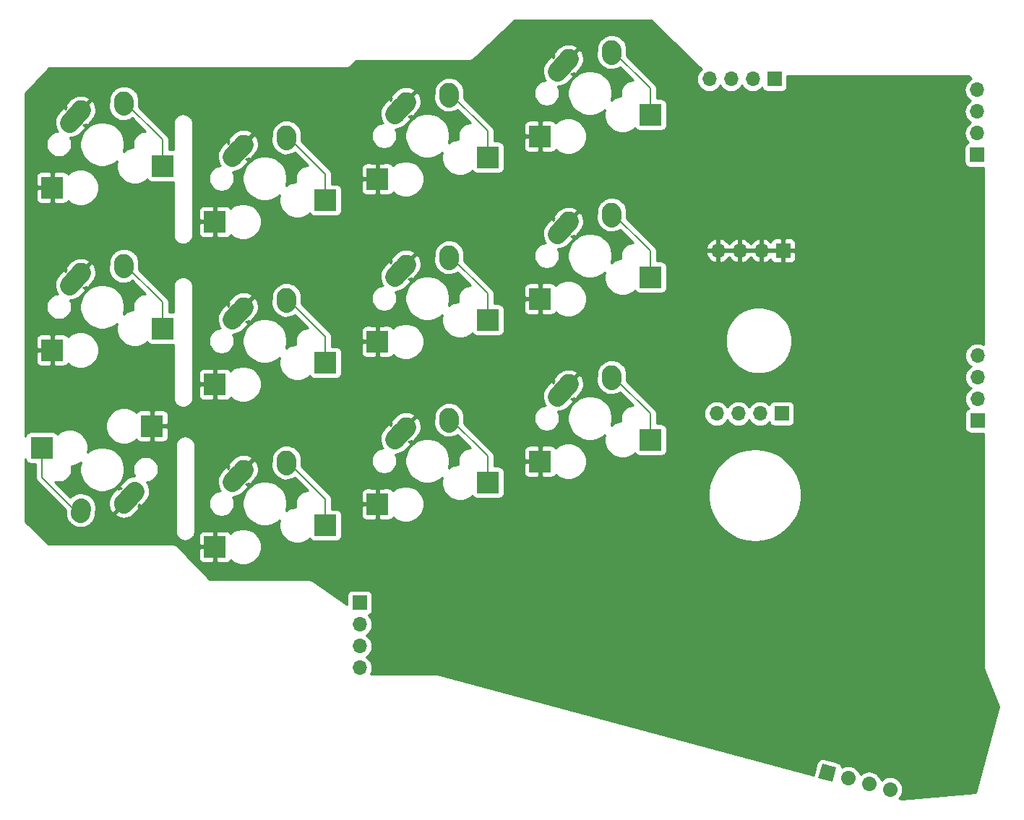
<source format=gbr>
G04 #@! TF.GenerationSoftware,KiCad,Pcbnew,(5.1.4)-1*
G04 #@! TF.CreationDate,2023-06-17T18:30:05-04:00*
G04 #@! TF.ProjectId,ThumbsUp,5468756d-6273-4557-902e-6b696361645f,rev?*
G04 #@! TF.SameCoordinates,Original*
G04 #@! TF.FileFunction,Copper,L2,Bot*
G04 #@! TF.FilePolarity,Positive*
%FSLAX46Y46*%
G04 Gerber Fmt 4.6, Leading zero omitted, Abs format (unit mm)*
G04 Created by KiCad (PCBNEW (5.1.4)-1) date 2023-06-17 18:30:05*
%MOMM*%
%LPD*%
G04 APERTURE LIST*
%ADD10O,1.700000X1.700000*%
%ADD11R,1.700000X1.700000*%
%ADD12R,2.550000X2.500000*%
%ADD13C,2.250000*%
%ADD14C,2.250000*%
%ADD15C,1.700000*%
%ADD16C,1.700000*%
%ADD17C,0.100000*%
%ADD18C,0.200000*%
%ADD19C,0.254000*%
G04 APERTURE END LIST*
D10*
X95046291Y-517195542D03*
X97586291Y-517195542D03*
X100126291Y-517195542D03*
D11*
X102666291Y-517195542D03*
D12*
X50047789Y-531382952D03*
X37120789Y-533922952D03*
D13*
X40462789Y-524842952D03*
X39807790Y-525572952D03*
D14*
X39152789Y-526302952D02*
X40462791Y-524842952D01*
D13*
X45502789Y-523762952D03*
X45482789Y-524052952D03*
D14*
X45462789Y-524342952D02*
X45502789Y-523762952D01*
D12*
X50047790Y-550432952D03*
X37120790Y-552972952D03*
D13*
X40462790Y-543892952D03*
X39807791Y-544622952D03*
D14*
X39152790Y-545352952D02*
X40462792Y-543892952D01*
D13*
X45502790Y-542812952D03*
X45482790Y-543102952D03*
D14*
X45462790Y-543392952D02*
X45502790Y-542812952D01*
D12*
X88147789Y-559482952D03*
X75220789Y-562022952D03*
D13*
X78562789Y-552942952D03*
X77907790Y-553672952D03*
D14*
X77252789Y-554402952D02*
X78562791Y-552942952D01*
D13*
X83602789Y-551862952D03*
X83582789Y-552152952D03*
D14*
X83562789Y-552442952D02*
X83602789Y-551862952D01*
D12*
X88147789Y-540432952D03*
X75220789Y-542972952D03*
D13*
X78562789Y-533892952D03*
X77907790Y-534622952D03*
D14*
X77252789Y-535352952D02*
X78562791Y-533892952D01*
D13*
X83602789Y-532812952D03*
X83582789Y-533102952D03*
D14*
X83562789Y-533392952D02*
X83602789Y-532812952D01*
D12*
X88147790Y-521382952D03*
X75220790Y-523922952D03*
D13*
X78562790Y-514842952D03*
X77907791Y-515572952D03*
D14*
X77252790Y-516302952D02*
X78562792Y-514842952D01*
D13*
X83602790Y-513762952D03*
X83582790Y-514052952D03*
D14*
X83562790Y-514342952D02*
X83602790Y-513762952D01*
D12*
X69097790Y-564482952D03*
X56170790Y-567022952D03*
D13*
X59512790Y-557942952D03*
X58857791Y-558672952D03*
D14*
X58202790Y-559402952D02*
X59512792Y-557942952D01*
D13*
X64552790Y-556862952D03*
X64532790Y-557152952D03*
D14*
X64512790Y-557442952D02*
X64552790Y-556862952D01*
D12*
X69097789Y-545432952D03*
X56170789Y-547972952D03*
D13*
X59512789Y-538892952D03*
X58857790Y-539622952D03*
D14*
X58202789Y-540352952D02*
X59512791Y-538892952D01*
D13*
X64552789Y-537812952D03*
X64532789Y-538102952D03*
D14*
X64512789Y-538392952D02*
X64552789Y-537812952D01*
D12*
X69097789Y-526382953D03*
X56170789Y-528922953D03*
D13*
X59512789Y-519842953D03*
X58857790Y-520572953D03*
D14*
X58202789Y-521302953D02*
X59512791Y-519842953D01*
D13*
X64552789Y-518762953D03*
X64532789Y-519052953D03*
D14*
X64512789Y-519342953D02*
X64552789Y-518762953D01*
D12*
X50047789Y-569482952D03*
X37120789Y-572022952D03*
D13*
X40462789Y-562942952D03*
X39807790Y-563672952D03*
D14*
X39152789Y-564402952D02*
X40462791Y-562942952D01*
D13*
X45502789Y-561862952D03*
X45482789Y-562152952D03*
D14*
X45462789Y-562442952D02*
X45502789Y-561862952D01*
D12*
X16827789Y-560402952D03*
X29754789Y-557862952D03*
D13*
X26412789Y-566942952D03*
X27067788Y-566212952D03*
D14*
X27722789Y-565482952D02*
X26412787Y-566942952D01*
D13*
X21372789Y-568022952D03*
X21392789Y-567732952D03*
D14*
X21412789Y-567442952D02*
X21372789Y-568022952D01*
D12*
X30997790Y-546432952D03*
X18070790Y-548972952D03*
D13*
X21412790Y-539892952D03*
X20757791Y-540622952D03*
D14*
X20102790Y-541352952D02*
X21412792Y-539892952D01*
D13*
X26452790Y-538812952D03*
X26432790Y-539102952D03*
D14*
X26412790Y-539392952D02*
X26452790Y-538812952D01*
D12*
X30997789Y-527382953D03*
X18070789Y-529922953D03*
D13*
X21412789Y-520842953D03*
X20757790Y-521572953D03*
D14*
X20102789Y-522302953D02*
X21412791Y-520842953D01*
D13*
X26452789Y-519762953D03*
X26432789Y-520052953D03*
D14*
X26412789Y-520342953D02*
X26452789Y-519762953D01*
D10*
X95906974Y-556400972D03*
X98446974Y-556400972D03*
X100986974Y-556400972D03*
D11*
X103526974Y-556400972D03*
D10*
X96064161Y-537315202D03*
X98604161Y-537315202D03*
X101144161Y-537315202D03*
D11*
X103684161Y-537315202D03*
D10*
X126470599Y-549604893D03*
X126470599Y-552144893D03*
X126470599Y-554684893D03*
D11*
X126470599Y-557224893D03*
D10*
X126406095Y-518478305D03*
X126406095Y-521018305D03*
X126406095Y-523558305D03*
D11*
X126406095Y-526098305D03*
D10*
X54062789Y-586192952D03*
X54062789Y-583652952D03*
X54062789Y-581112952D03*
D11*
X54062789Y-578572952D03*
D15*
X116223145Y-600465153D03*
D16*
X116223145Y-600465153D02*
X116223145Y-600465153D01*
D15*
X113769693Y-599807753D03*
D16*
X113769693Y-599807753D02*
X113769693Y-599807753D01*
D15*
X111316242Y-599150352D03*
D16*
X111316242Y-599150352D02*
X111316242Y-599150352D01*
D15*
X108862790Y-598492952D03*
D17*
G36*
X109463831Y-599533985D02*
G01*
X107821757Y-599093993D01*
X108261749Y-597451919D01*
X109903823Y-597891911D01*
X109463831Y-599533985D01*
X109463831Y-599533985D01*
G37*
D18*
X88147789Y-537357952D02*
X83602789Y-532812952D01*
X88147789Y-540432952D02*
X88147789Y-537357952D01*
X69097789Y-542357952D02*
X64552789Y-537812952D01*
X69097789Y-545432952D02*
X69097789Y-542357952D01*
X50047790Y-547357952D02*
X45502790Y-542812952D01*
X50047790Y-550432952D02*
X50047790Y-547357952D01*
X30997790Y-543357952D02*
X26452790Y-538812952D01*
X30997790Y-546432952D02*
X30997790Y-543357952D01*
X30997789Y-524307953D02*
X26452789Y-519762953D01*
X30997789Y-527382953D02*
X30997789Y-524307953D01*
X46082789Y-524342952D02*
X45462789Y-524342952D01*
X50047789Y-528307952D02*
X46082789Y-524342952D01*
X50047789Y-531382952D02*
X50047789Y-528307952D01*
X69097789Y-523307953D02*
X64552789Y-518762953D01*
X69097789Y-526382953D02*
X69097789Y-523307953D01*
X88147790Y-518307952D02*
X83602790Y-513762952D01*
X88147790Y-521382952D02*
X88147790Y-518307952D01*
X16827789Y-563877789D02*
X16827789Y-560402952D01*
X21412789Y-567442952D02*
X20392952Y-567442952D01*
X20392952Y-567442952D02*
X16827789Y-563877789D01*
X50047789Y-566407952D02*
X45502789Y-561862952D01*
X50047789Y-569482952D02*
X50047789Y-566407952D01*
X69097790Y-561407952D02*
X64552790Y-556862952D01*
X69097790Y-564482952D02*
X69097790Y-561407952D01*
X84182789Y-552442952D02*
X83562789Y-552442952D01*
X88147789Y-556407952D02*
X84182789Y-552442952D01*
X88147789Y-559482952D02*
X88147789Y-556407952D01*
D19*
G36*
X94110967Y-516042083D02*
G01*
X93991157Y-516140408D01*
X93805585Y-516366528D01*
X93667692Y-516624508D01*
X93582778Y-516904431D01*
X93554106Y-517195542D01*
X93582778Y-517486653D01*
X93667692Y-517766576D01*
X93805585Y-518024556D01*
X93991157Y-518250676D01*
X94217277Y-518436248D01*
X94475257Y-518574141D01*
X94755180Y-518659055D01*
X94973341Y-518680542D01*
X95119241Y-518680542D01*
X95337402Y-518659055D01*
X95617325Y-518574141D01*
X95875305Y-518436248D01*
X96101425Y-518250676D01*
X96286997Y-518024556D01*
X96316291Y-517969751D01*
X96345585Y-518024556D01*
X96531157Y-518250676D01*
X96757277Y-518436248D01*
X97015257Y-518574141D01*
X97295180Y-518659055D01*
X97513341Y-518680542D01*
X97659241Y-518680542D01*
X97877402Y-518659055D01*
X98157325Y-518574141D01*
X98415305Y-518436248D01*
X98641425Y-518250676D01*
X98826997Y-518024556D01*
X98856291Y-517969751D01*
X98885585Y-518024556D01*
X99071157Y-518250676D01*
X99297277Y-518436248D01*
X99555257Y-518574141D01*
X99835180Y-518659055D01*
X100053341Y-518680542D01*
X100199241Y-518680542D01*
X100417402Y-518659055D01*
X100697325Y-518574141D01*
X100955305Y-518436248D01*
X101181425Y-518250676D01*
X101205898Y-518220855D01*
X101226789Y-518289722D01*
X101285754Y-518400036D01*
X101365106Y-518496727D01*
X101461797Y-518576079D01*
X101572111Y-518635044D01*
X101691809Y-518671354D01*
X101816291Y-518683614D01*
X103516291Y-518683614D01*
X103640773Y-518671354D01*
X103760471Y-518635044D01*
X103870785Y-518576079D01*
X103967476Y-518496727D01*
X104046828Y-518400036D01*
X104105793Y-518289722D01*
X104142103Y-518170024D01*
X104154363Y-518045542D01*
X104154363Y-516802952D01*
X125392511Y-516802952D01*
X125743700Y-517148539D01*
X125577081Y-517237599D01*
X125350961Y-517423171D01*
X125165389Y-517649291D01*
X125027496Y-517907271D01*
X124942582Y-518187194D01*
X124913910Y-518478305D01*
X124942582Y-518769416D01*
X125027496Y-519049339D01*
X125165389Y-519307319D01*
X125350961Y-519533439D01*
X125577081Y-519719011D01*
X125631886Y-519748305D01*
X125577081Y-519777599D01*
X125350961Y-519963171D01*
X125165389Y-520189291D01*
X125027496Y-520447271D01*
X124942582Y-520727194D01*
X124913910Y-521018305D01*
X124942582Y-521309416D01*
X125027496Y-521589339D01*
X125165389Y-521847319D01*
X125350961Y-522073439D01*
X125577081Y-522259011D01*
X125631886Y-522288305D01*
X125577081Y-522317599D01*
X125350961Y-522503171D01*
X125165389Y-522729291D01*
X125027496Y-522987271D01*
X124942582Y-523267194D01*
X124913910Y-523558305D01*
X124942582Y-523849416D01*
X125027496Y-524129339D01*
X125165389Y-524387319D01*
X125350961Y-524613439D01*
X125380782Y-524637912D01*
X125311915Y-524658803D01*
X125201601Y-524717768D01*
X125104910Y-524797120D01*
X125025558Y-524893811D01*
X124966593Y-525004125D01*
X124930283Y-525123823D01*
X124918023Y-525248305D01*
X124918023Y-526948305D01*
X124930283Y-527072787D01*
X124966593Y-527192485D01*
X125025558Y-527302799D01*
X125104910Y-527399490D01*
X125201601Y-527478842D01*
X125311915Y-527537807D01*
X125431613Y-527574117D01*
X125556095Y-527586377D01*
X127187455Y-527586377D01*
X127193378Y-548307403D01*
X127041633Y-548226294D01*
X126761710Y-548141380D01*
X126543549Y-548119893D01*
X126397649Y-548119893D01*
X126179488Y-548141380D01*
X125899565Y-548226294D01*
X125641585Y-548364187D01*
X125415465Y-548549759D01*
X125229893Y-548775879D01*
X125092000Y-549033859D01*
X125007086Y-549313782D01*
X124978414Y-549604893D01*
X125007086Y-549896004D01*
X125092000Y-550175927D01*
X125229893Y-550433907D01*
X125415465Y-550660027D01*
X125641585Y-550845599D01*
X125696390Y-550874893D01*
X125641585Y-550904187D01*
X125415465Y-551089759D01*
X125229893Y-551315879D01*
X125092000Y-551573859D01*
X125007086Y-551853782D01*
X124978414Y-552144893D01*
X125007086Y-552436004D01*
X125092000Y-552715927D01*
X125229893Y-552973907D01*
X125415465Y-553200027D01*
X125641585Y-553385599D01*
X125696390Y-553414893D01*
X125641585Y-553444187D01*
X125415465Y-553629759D01*
X125229893Y-553855879D01*
X125092000Y-554113859D01*
X125007086Y-554393782D01*
X124978414Y-554684893D01*
X125007086Y-554976004D01*
X125092000Y-555255927D01*
X125229893Y-555513907D01*
X125415465Y-555740027D01*
X125445286Y-555764500D01*
X125376419Y-555785391D01*
X125266105Y-555844356D01*
X125169414Y-555923708D01*
X125090062Y-556020399D01*
X125031097Y-556130713D01*
X124994787Y-556250411D01*
X124982527Y-556374893D01*
X124982527Y-558074893D01*
X124994787Y-558199375D01*
X125031097Y-558319073D01*
X125090062Y-558429387D01*
X125169414Y-558526078D01*
X125266105Y-558605430D01*
X125376419Y-558664395D01*
X125496117Y-558700705D01*
X125620599Y-558712965D01*
X127196352Y-558712965D01*
X127204205Y-586182903D01*
X127201047Y-586212329D01*
X127204223Y-586247744D01*
X127204224Y-586250723D01*
X127207116Y-586280005D01*
X127212660Y-586341816D01*
X127213507Y-586344698D01*
X127213802Y-586347685D01*
X127231828Y-586407046D01*
X127240129Y-586435297D01*
X127241245Y-586438059D01*
X127251577Y-586472084D01*
X127265536Y-586498181D01*
X128967723Y-590711249D01*
X126265298Y-600816055D01*
X117619635Y-601624754D01*
X117266752Y-601529747D01*
X117278279Y-601520287D01*
X117463851Y-601294167D01*
X117601744Y-601036187D01*
X117686658Y-600756264D01*
X117715330Y-600465153D01*
X117686658Y-600174042D01*
X117601744Y-599894119D01*
X117463851Y-599636139D01*
X117278279Y-599410019D01*
X117052159Y-599224447D01*
X116794179Y-599086554D01*
X116514256Y-599001640D01*
X116296095Y-598980153D01*
X116150195Y-598980153D01*
X115932034Y-599001640D01*
X115652111Y-599086554D01*
X115394131Y-599224447D01*
X115194314Y-599388433D01*
X115148292Y-599236719D01*
X115010399Y-598978739D01*
X114824827Y-598752619D01*
X114598707Y-598567047D01*
X114340727Y-598429154D01*
X114060804Y-598344240D01*
X113842643Y-598322753D01*
X113696743Y-598322753D01*
X113478582Y-598344240D01*
X113198659Y-598429154D01*
X112940679Y-598567047D01*
X112740863Y-598731032D01*
X112694841Y-598579318D01*
X112556948Y-598321338D01*
X112371376Y-598095218D01*
X112145256Y-597909646D01*
X111887276Y-597771753D01*
X111607353Y-597686839D01*
X111389192Y-597665352D01*
X111243292Y-597665352D01*
X111025131Y-597686839D01*
X110745208Y-597771753D01*
X110538840Y-597882059D01*
X110536436Y-597808626D01*
X110508033Y-597686809D01*
X110456409Y-597572875D01*
X110383551Y-597471201D01*
X110292257Y-597385694D01*
X110186035Y-597319642D01*
X110068968Y-597275581D01*
X108426894Y-596835589D01*
X108303481Y-596815213D01*
X108178464Y-596819306D01*
X108056647Y-596847709D01*
X107942713Y-596899333D01*
X107841039Y-596972191D01*
X107755532Y-597063485D01*
X107689480Y-597169707D01*
X107645419Y-597286774D01*
X107232398Y-598828191D01*
X63144420Y-586958351D01*
X63092173Y-586942502D01*
X63049365Y-586938286D01*
X63006955Y-586931232D01*
X62952429Y-586932952D01*
X55351074Y-586932952D01*
X55441388Y-586763986D01*
X55526302Y-586484063D01*
X55554974Y-586192952D01*
X55526302Y-585901841D01*
X55441388Y-585621918D01*
X55303495Y-585363938D01*
X55117923Y-585137818D01*
X54891803Y-584952246D01*
X54836998Y-584922952D01*
X54891803Y-584893658D01*
X55117923Y-584708086D01*
X55303495Y-584481966D01*
X55441388Y-584223986D01*
X55526302Y-583944063D01*
X55554974Y-583652952D01*
X55526302Y-583361841D01*
X55441388Y-583081918D01*
X55303495Y-582823938D01*
X55117923Y-582597818D01*
X54891803Y-582412246D01*
X54836998Y-582382952D01*
X54891803Y-582353658D01*
X55117923Y-582168086D01*
X55303495Y-581941966D01*
X55441388Y-581683986D01*
X55526302Y-581404063D01*
X55554974Y-581112952D01*
X55526302Y-580821841D01*
X55441388Y-580541918D01*
X55303495Y-580283938D01*
X55117923Y-580057818D01*
X55088102Y-580033345D01*
X55156969Y-580012454D01*
X55267283Y-579953489D01*
X55363974Y-579874137D01*
X55443326Y-579777446D01*
X55502291Y-579667132D01*
X55538601Y-579547434D01*
X55550861Y-579422952D01*
X55550861Y-577722952D01*
X55538601Y-577598470D01*
X55502291Y-577478772D01*
X55443326Y-577368458D01*
X55363974Y-577271767D01*
X55267283Y-577192415D01*
X55156969Y-577133450D01*
X55037271Y-577097140D01*
X54912789Y-577084880D01*
X53212789Y-577084880D01*
X53088307Y-577097140D01*
X52968609Y-577133450D01*
X52858295Y-577192415D01*
X52761604Y-577271767D01*
X52682252Y-577368458D01*
X52623287Y-577478772D01*
X52586977Y-577598470D01*
X52574717Y-577722952D01*
X52574717Y-578776980D01*
X52563413Y-578767450D01*
X52559795Y-578764963D01*
X52531240Y-578741528D01*
X52506382Y-578728241D01*
X48559805Y-576014971D01*
X48531239Y-575991527D01*
X48477756Y-575962940D01*
X48424670Y-575933655D01*
X48420469Y-575932320D01*
X48416582Y-575930242D01*
X48358504Y-575912624D01*
X48300770Y-575894273D01*
X48296397Y-575893784D01*
X48292172Y-575892502D01*
X48231744Y-575886550D01*
X48171568Y-575879818D01*
X48134758Y-575882952D01*
X36495765Y-575882952D01*
X34011549Y-573272952D01*
X35207717Y-573272952D01*
X35219977Y-573397434D01*
X35256287Y-573517132D01*
X35315252Y-573627446D01*
X35394604Y-573724137D01*
X35491295Y-573803489D01*
X35601609Y-573862454D01*
X35721307Y-573898764D01*
X35845789Y-573911024D01*
X36835039Y-573907952D01*
X36993789Y-573749202D01*
X36993789Y-572149952D01*
X35369539Y-572149952D01*
X35210789Y-572308702D01*
X35207717Y-573272952D01*
X34011549Y-573272952D01*
X32757580Y-571955492D01*
X32731738Y-571924004D01*
X32687788Y-571887935D01*
X32644739Y-571850790D01*
X32637592Y-571846740D01*
X32631240Y-571841527D01*
X32581072Y-571814712D01*
X32531629Y-571786694D01*
X32523834Y-571784117D01*
X32516583Y-571780242D01*
X32462136Y-571763726D01*
X32408189Y-571745895D01*
X32400041Y-571744889D01*
X32392173Y-571742502D01*
X32335547Y-571736925D01*
X32279160Y-571729962D01*
X32238545Y-571732952D01*
X17629854Y-571732952D01*
X14922789Y-569113213D01*
X14922789Y-561734911D01*
X14926977Y-561777434D01*
X14963287Y-561897132D01*
X15022252Y-562007446D01*
X15101604Y-562104137D01*
X15198295Y-562183489D01*
X15308609Y-562242454D01*
X15428307Y-562278764D01*
X15552789Y-562291024D01*
X16092789Y-562291024D01*
X16092789Y-563841684D01*
X16089233Y-563877789D01*
X16103424Y-564021874D01*
X16116173Y-564063902D01*
X16145452Y-564160421D01*
X16213702Y-564288108D01*
X16305551Y-564400026D01*
X16333597Y-564423043D01*
X19629570Y-567719017D01*
X19624690Y-567789777D01*
X19612789Y-567849607D01*
X19612789Y-567962342D01*
X19611012Y-567988109D01*
X19612789Y-568048697D01*
X19612789Y-568196297D01*
X19617867Y-568221824D01*
X19618629Y-568247814D01*
X19651629Y-568391558D01*
X19680425Y-568536325D01*
X19690383Y-568560366D01*
X19696202Y-568585713D01*
X19756609Y-568720250D01*
X19813097Y-568856625D01*
X19827559Y-568878269D01*
X19838208Y-568901986D01*
X19923693Y-569022143D01*
X20005708Y-569144887D01*
X20024111Y-569163290D01*
X20039185Y-569184478D01*
X20146478Y-569285657D01*
X20250854Y-569390033D01*
X20272495Y-569404493D01*
X20291413Y-569422333D01*
X20416382Y-569500636D01*
X20539116Y-569582644D01*
X20563161Y-569592604D01*
X20585197Y-569606411D01*
X20723049Y-569658831D01*
X20859416Y-569715316D01*
X20884943Y-569720394D01*
X20909248Y-569729636D01*
X21054681Y-569754157D01*
X21199444Y-569782952D01*
X21225466Y-569782952D01*
X21251112Y-569787276D01*
X21398538Y-569782952D01*
X21546134Y-569782952D01*
X21571661Y-569777874D01*
X21597651Y-569777112D01*
X21741395Y-569744112D01*
X21886162Y-569715316D01*
X21910203Y-569705358D01*
X21935550Y-569699539D01*
X22070087Y-569639132D01*
X22206462Y-569582644D01*
X22228106Y-569568182D01*
X22251823Y-569557533D01*
X22371980Y-569472048D01*
X22494724Y-569390033D01*
X22513127Y-569371630D01*
X22534315Y-569356556D01*
X22635494Y-569249263D01*
X22739870Y-569144887D01*
X22754330Y-569123246D01*
X22772170Y-569104328D01*
X22850473Y-568979359D01*
X22932481Y-568856625D01*
X22942441Y-568832580D01*
X22956248Y-568810544D01*
X23008668Y-568672692D01*
X23065153Y-568536325D01*
X23070231Y-568510798D01*
X23079473Y-568486493D01*
X23103994Y-568341060D01*
X23132789Y-568196297D01*
X23132789Y-568083565D01*
X23174566Y-567477796D01*
X23166949Y-567218089D01*
X23117020Y-567000602D01*
X24645213Y-567000602D01*
X24660987Y-567120534D01*
X24662229Y-567164933D01*
X24673086Y-567212522D01*
X24690423Y-567344332D01*
X24729294Y-567458889D01*
X24739172Y-567502184D01*
X24759101Y-567546733D01*
X24801823Y-567672637D01*
X24911075Y-567877031D01*
X24923623Y-567882049D01*
X24970404Y-567951480D01*
X25252254Y-568046204D01*
X26407794Y-566758352D01*
X26412789Y-566763347D01*
X27116751Y-566059385D01*
X27260487Y-566188354D01*
X27247130Y-566203240D01*
X27291919Y-566243427D01*
X27112051Y-566423295D01*
X27077500Y-566392294D01*
X26417783Y-567127551D01*
X26412789Y-567122557D01*
X25367863Y-568167483D01*
X25478710Y-568444666D01*
X25622193Y-568515445D01*
X25708383Y-568560834D01*
X25725248Y-568566282D01*
X25789629Y-568598041D01*
X25989050Y-568651502D01*
X26037551Y-568667170D01*
X26055153Y-568669223D01*
X26124494Y-568687812D01*
X26330526Y-568701341D01*
X26381139Y-568707244D01*
X26398800Y-568705824D01*
X26470439Y-568710528D01*
X26675159Y-568683602D01*
X26725944Y-568679518D01*
X26742985Y-568674681D01*
X26814169Y-568665318D01*
X27009708Y-568598968D01*
X27058714Y-568585057D01*
X27074482Y-568576989D01*
X27142474Y-568553918D01*
X27346868Y-568444666D01*
X27350412Y-568435805D01*
X27366662Y-568427490D01*
X27637952Y-568212873D01*
X28292953Y-567482873D01*
X28129508Y-567336220D01*
X28157649Y-567231247D01*
X28170735Y-567031955D01*
X28462584Y-567293819D01*
X29117584Y-566563820D01*
X29301651Y-566270940D01*
X29425042Y-565947778D01*
X29483017Y-565606753D01*
X29473347Y-565260971D01*
X29396404Y-564923720D01*
X29255145Y-564607959D01*
X29165172Y-564474424D01*
X29101282Y-564452952D01*
X29141511Y-564452952D01*
X29433240Y-564394923D01*
X29708042Y-564281096D01*
X29955358Y-564115845D01*
X30165682Y-563905521D01*
X30330933Y-563658205D01*
X30444760Y-563383403D01*
X30502789Y-563091674D01*
X30502789Y-562794230D01*
X30444760Y-562502501D01*
X30330933Y-562227699D01*
X30165682Y-561980383D01*
X29955358Y-561770059D01*
X29708042Y-561604808D01*
X29433240Y-561490981D01*
X29141511Y-561432952D01*
X28844067Y-561432952D01*
X28552338Y-561490981D01*
X28277536Y-561604808D01*
X28030220Y-561770059D01*
X27819896Y-561980383D01*
X27654645Y-562227699D01*
X27540818Y-562502501D01*
X27482789Y-562794230D01*
X27482789Y-563091674D01*
X27540818Y-563383403D01*
X27654645Y-563658205D01*
X27698068Y-563723193D01*
X27409632Y-563746386D01*
X27076862Y-563840847D01*
X26768914Y-563998414D01*
X26497624Y-564213031D01*
X25842623Y-564943031D01*
X26133990Y-565204463D01*
X26011409Y-565220586D01*
X25837423Y-565279623D01*
X25672992Y-565132085D01*
X25017992Y-565862084D01*
X24930662Y-566001040D01*
X24911075Y-566008873D01*
X24857562Y-566117354D01*
X24833925Y-566154964D01*
X24816511Y-566200571D01*
X24757700Y-566319792D01*
X24726377Y-566436632D01*
X24710534Y-566478126D01*
X24702353Y-566526247D01*
X24667929Y-566654657D01*
X24660003Y-566775363D01*
X24652559Y-566819151D01*
X24653924Y-566867947D01*
X24645213Y-567000602D01*
X23117020Y-567000602D01*
X23089376Y-566880190D01*
X22947370Y-566563918D01*
X22746393Y-566281426D01*
X22494165Y-566043571D01*
X22200381Y-565859493D01*
X21876330Y-565736268D01*
X21534466Y-565678628D01*
X21187927Y-565688791D01*
X20850028Y-565766365D01*
X20533755Y-565908370D01*
X20251263Y-566109348D01*
X20177265Y-566187818D01*
X18378735Y-564389288D01*
X18392338Y-564394923D01*
X18684067Y-564452952D01*
X18981511Y-564452952D01*
X19273240Y-564394923D01*
X19548042Y-564281096D01*
X19795358Y-564115845D01*
X20005682Y-563905521D01*
X20170933Y-563658205D01*
X20284760Y-563383403D01*
X20342789Y-563091674D01*
X20342789Y-562794230D01*
X20291812Y-562537952D01*
X20313068Y-562537952D01*
X20725545Y-562455905D01*
X21114091Y-562294964D01*
X21420497Y-562090231D01*
X21384916Y-562176130D01*
X21283889Y-562684028D01*
X21283889Y-563201876D01*
X21384916Y-563709774D01*
X21583088Y-564188203D01*
X21870789Y-564618778D01*
X22236963Y-564984952D01*
X22667538Y-565272653D01*
X23145967Y-565470825D01*
X23653865Y-565571852D01*
X24171713Y-565571852D01*
X24679611Y-565470825D01*
X25158040Y-565272653D01*
X25588615Y-564984952D01*
X25954789Y-564618778D01*
X26242490Y-564188203D01*
X26440662Y-563709774D01*
X26541689Y-563201876D01*
X26541689Y-562684028D01*
X26440662Y-562176130D01*
X26242490Y-561697701D01*
X25954789Y-561267126D01*
X25588615Y-560900952D01*
X25158040Y-560613251D01*
X24679611Y-560415079D01*
X24171713Y-560314052D01*
X23653865Y-560314052D01*
X23145967Y-560415079D01*
X22667538Y-560613251D01*
X22236963Y-560900952D01*
X22166552Y-560971363D01*
X22237789Y-560613231D01*
X22237789Y-560192673D01*
X22228820Y-560147582D01*
X32470000Y-560147582D01*
X32470001Y-570212419D01*
X32473198Y-570244880D01*
X32473198Y-570251383D01*
X32474162Y-570260547D01*
X32478913Y-570302904D01*
X32479551Y-570309383D01*
X32479692Y-570309846D01*
X32485039Y-570357522D01*
X32497469Y-570416002D01*
X32509095Y-570474717D01*
X32511820Y-570483520D01*
X32541326Y-570576535D01*
X32564882Y-570631495D01*
X32587686Y-570686822D01*
X32592069Y-570694928D01*
X32639080Y-570780440D01*
X32672857Y-570829771D01*
X32705981Y-570879626D01*
X32711851Y-570886719D01*
X32711853Y-570886723D01*
X32711856Y-570886726D01*
X32774581Y-570961478D01*
X32817310Y-571003321D01*
X32859467Y-571045774D01*
X32866609Y-571051598D01*
X32866612Y-571051601D01*
X32866616Y-571051604D01*
X32942659Y-571112744D01*
X32992695Y-571145487D01*
X33042307Y-571178951D01*
X33050443Y-571183277D01*
X33136923Y-571228487D01*
X33192374Y-571250890D01*
X33247527Y-571274075D01*
X33256349Y-571276738D01*
X33349960Y-571304290D01*
X33408695Y-571315495D01*
X33467322Y-571327529D01*
X33476493Y-571328428D01*
X33573676Y-571337272D01*
X33633492Y-571336854D01*
X33693308Y-571337272D01*
X33702479Y-571336373D01*
X33799527Y-571326173D01*
X33858152Y-571314139D01*
X33916884Y-571302936D01*
X33925706Y-571300272D01*
X34018925Y-571271416D01*
X34074075Y-571248233D01*
X34129537Y-571225825D01*
X34137666Y-571221502D01*
X34137670Y-571221500D01*
X34137673Y-571221498D01*
X34223511Y-571175086D01*
X34273098Y-571141638D01*
X34323156Y-571108881D01*
X34330297Y-571103057D01*
X34405486Y-571040855D01*
X34447639Y-570998406D01*
X34490371Y-570956561D01*
X34496245Y-570949460D01*
X34557921Y-570873840D01*
X34591052Y-570823975D01*
X34624825Y-570774650D01*
X34625743Y-570772952D01*
X35207717Y-570772952D01*
X35210789Y-571737202D01*
X35369539Y-571895952D01*
X36993789Y-571895952D01*
X36993789Y-570296702D01*
X37247789Y-570296702D01*
X37247789Y-571895952D01*
X37267789Y-571895952D01*
X37267789Y-572149952D01*
X37247789Y-572149952D01*
X37247789Y-573749202D01*
X37406539Y-573907952D01*
X38395789Y-573911024D01*
X38520271Y-573898764D01*
X38639969Y-573862454D01*
X38750283Y-573803489D01*
X38846974Y-573724137D01*
X38926326Y-573627446D01*
X38954754Y-573574263D01*
X39061806Y-573681315D01*
X39411487Y-573914964D01*
X39800033Y-574075905D01*
X40212510Y-574157952D01*
X40633068Y-574157952D01*
X41045545Y-574075905D01*
X41434091Y-573914964D01*
X41783772Y-573681315D01*
X42081152Y-573383935D01*
X42314801Y-573034254D01*
X42475742Y-572645708D01*
X42557789Y-572233231D01*
X42557789Y-571812673D01*
X42475742Y-571400196D01*
X42314801Y-571011650D01*
X42081152Y-570661969D01*
X41783772Y-570364589D01*
X41434091Y-570130940D01*
X41045545Y-569969999D01*
X40633068Y-569887952D01*
X40212510Y-569887952D01*
X39800033Y-569969999D01*
X39411487Y-570130940D01*
X39061806Y-570364589D01*
X38954754Y-570471641D01*
X38926326Y-570418458D01*
X38846974Y-570321767D01*
X38750283Y-570242415D01*
X38639969Y-570183450D01*
X38520271Y-570147140D01*
X38395789Y-570134880D01*
X37406539Y-570137952D01*
X37247789Y-570296702D01*
X36993789Y-570296702D01*
X36835039Y-570137952D01*
X35845789Y-570134880D01*
X35721307Y-570147140D01*
X35601609Y-570183450D01*
X35491295Y-570242415D01*
X35394604Y-570321767D01*
X35315252Y-570418458D01*
X35256287Y-570528772D01*
X35219977Y-570648470D01*
X35207717Y-570772952D01*
X34625743Y-570772952D01*
X34629208Y-570766544D01*
X34675020Y-570680383D01*
X34697809Y-570625091D01*
X34721378Y-570570102D01*
X34724103Y-570561299D01*
X34752308Y-570467881D01*
X34763933Y-570409174D01*
X34776365Y-570350684D01*
X34777327Y-570341530D01*
X34777328Y-570341524D01*
X34777328Y-570341519D01*
X34786850Y-570244402D01*
X34790000Y-570212419D01*
X34790000Y-566794230D01*
X36372789Y-566794230D01*
X36372789Y-567091674D01*
X36430818Y-567383403D01*
X36544645Y-567658205D01*
X36709896Y-567905521D01*
X36920220Y-568115845D01*
X37167536Y-568281096D01*
X37442338Y-568394923D01*
X37734067Y-568452952D01*
X38031511Y-568452952D01*
X38323240Y-568394923D01*
X38598042Y-568281096D01*
X38845358Y-568115845D01*
X39055682Y-567905521D01*
X39220933Y-567658205D01*
X39334760Y-567383403D01*
X39392789Y-567091674D01*
X39392789Y-566794230D01*
X39370869Y-566684028D01*
X40333889Y-566684028D01*
X40333889Y-567201876D01*
X40434916Y-567709774D01*
X40633088Y-568188203D01*
X40920789Y-568618778D01*
X41286963Y-568984952D01*
X41717538Y-569272653D01*
X42195967Y-569470825D01*
X42703865Y-569571852D01*
X43221713Y-569571852D01*
X43729611Y-569470825D01*
X44208040Y-569272653D01*
X44638615Y-568984952D01*
X44709026Y-568914541D01*
X44637789Y-569272673D01*
X44637789Y-569693231D01*
X44719836Y-570105708D01*
X44880777Y-570494254D01*
X45114426Y-570843935D01*
X45411806Y-571141315D01*
X45761487Y-571374964D01*
X46150033Y-571535905D01*
X46562510Y-571617952D01*
X46983068Y-571617952D01*
X47395545Y-571535905D01*
X47784091Y-571374964D01*
X48133772Y-571141315D01*
X48223229Y-571051858D01*
X48242252Y-571087446D01*
X48321604Y-571184137D01*
X48418295Y-571263489D01*
X48528609Y-571322454D01*
X48648307Y-571358764D01*
X48772789Y-571371024D01*
X51322789Y-571371024D01*
X51447271Y-571358764D01*
X51566969Y-571322454D01*
X51677283Y-571263489D01*
X51773974Y-571184137D01*
X51853326Y-571087446D01*
X51912291Y-570977132D01*
X51948601Y-570857434D01*
X51960861Y-570732952D01*
X51960861Y-568272952D01*
X54257718Y-568272952D01*
X54269978Y-568397434D01*
X54306288Y-568517132D01*
X54365253Y-568627446D01*
X54444605Y-568724137D01*
X54541296Y-568803489D01*
X54651610Y-568862454D01*
X54771308Y-568898764D01*
X54895790Y-568911024D01*
X55885040Y-568907952D01*
X56043790Y-568749202D01*
X56043790Y-567149952D01*
X54419540Y-567149952D01*
X54260790Y-567308702D01*
X54257718Y-568272952D01*
X51960861Y-568272952D01*
X51960861Y-568232952D01*
X51948601Y-568108470D01*
X51912291Y-567988772D01*
X51853326Y-567878458D01*
X51773974Y-567781767D01*
X51677283Y-567702415D01*
X51566969Y-567643450D01*
X51447271Y-567607140D01*
X51322789Y-567594880D01*
X50782789Y-567594880D01*
X50782789Y-566444057D01*
X50786345Y-566407952D01*
X50772154Y-566263867D01*
X50730126Y-566125318D01*
X50661876Y-565997632D01*
X50593042Y-565913758D01*
X50570027Y-565885714D01*
X50541982Y-565862698D01*
X50452236Y-565772952D01*
X54257718Y-565772952D01*
X54260790Y-566737202D01*
X54419540Y-566895952D01*
X56043790Y-566895952D01*
X56043790Y-565296702D01*
X56297790Y-565296702D01*
X56297790Y-566895952D01*
X56317790Y-566895952D01*
X56317790Y-567149952D01*
X56297790Y-567149952D01*
X56297790Y-568749202D01*
X56456540Y-568907952D01*
X57445790Y-568911024D01*
X57570272Y-568898764D01*
X57689970Y-568862454D01*
X57800284Y-568803489D01*
X57896975Y-568724137D01*
X57976327Y-568627446D01*
X58004755Y-568574263D01*
X58111807Y-568681315D01*
X58461488Y-568914964D01*
X58850034Y-569075905D01*
X59262511Y-569157952D01*
X59683069Y-569157952D01*
X60095546Y-569075905D01*
X60484092Y-568914964D01*
X60833773Y-568681315D01*
X61131153Y-568383935D01*
X61364802Y-568034254D01*
X61525743Y-567645708D01*
X61607790Y-567233231D01*
X61607790Y-566812673D01*
X61525743Y-566400196D01*
X61364802Y-566011650D01*
X61131153Y-565661969D01*
X60833773Y-565364589D01*
X60484092Y-565130940D01*
X60095546Y-564969999D01*
X59683069Y-564887952D01*
X59262511Y-564887952D01*
X58850034Y-564969999D01*
X58461488Y-565130940D01*
X58111807Y-565364589D01*
X58004755Y-565471641D01*
X57976327Y-565418458D01*
X57896975Y-565321767D01*
X57800284Y-565242415D01*
X57689970Y-565183450D01*
X57570272Y-565147140D01*
X57445790Y-565134880D01*
X56456540Y-565137952D01*
X56297790Y-565296702D01*
X56043790Y-565296702D01*
X55885040Y-565137952D01*
X54895790Y-565134880D01*
X54771308Y-565147140D01*
X54651610Y-565183450D01*
X54541296Y-565242415D01*
X54444605Y-565321767D01*
X54365253Y-565418458D01*
X54306288Y-565528772D01*
X54269978Y-565648470D01*
X54257718Y-565772952D01*
X50452236Y-565772952D01*
X47220212Y-562540929D01*
X47250888Y-562096127D01*
X47262789Y-562036297D01*
X47262789Y-561923563D01*
X47264566Y-561897796D01*
X47262789Y-561837208D01*
X47262789Y-561794230D01*
X55422790Y-561794230D01*
X55422790Y-562091674D01*
X55480819Y-562383403D01*
X55594646Y-562658205D01*
X55759897Y-562905521D01*
X55970221Y-563115845D01*
X56217537Y-563281096D01*
X56492339Y-563394923D01*
X56784068Y-563452952D01*
X57081512Y-563452952D01*
X57373241Y-563394923D01*
X57648043Y-563281096D01*
X57895359Y-563115845D01*
X58105683Y-562905521D01*
X58270934Y-562658205D01*
X58384761Y-562383403D01*
X58442790Y-562091674D01*
X58442790Y-561794230D01*
X58420870Y-561684028D01*
X59383890Y-561684028D01*
X59383890Y-562201876D01*
X59484917Y-562709774D01*
X59683089Y-563188203D01*
X59970790Y-563618778D01*
X60336964Y-563984952D01*
X60767539Y-564272653D01*
X61245968Y-564470825D01*
X61753866Y-564571852D01*
X62271714Y-564571852D01*
X62779612Y-564470825D01*
X63258041Y-564272653D01*
X63688616Y-563984952D01*
X63759027Y-563914541D01*
X63687790Y-564272673D01*
X63687790Y-564693231D01*
X63769837Y-565105708D01*
X63930778Y-565494254D01*
X64164427Y-565843935D01*
X64461807Y-566141315D01*
X64811488Y-566374964D01*
X65200034Y-566535905D01*
X65612511Y-566617952D01*
X66033069Y-566617952D01*
X66445546Y-566535905D01*
X66834092Y-566374964D01*
X67183773Y-566141315D01*
X67273230Y-566051858D01*
X67292253Y-566087446D01*
X67371605Y-566184137D01*
X67468296Y-566263489D01*
X67578610Y-566322454D01*
X67698308Y-566358764D01*
X67822790Y-566371024D01*
X70372790Y-566371024D01*
X70497272Y-566358764D01*
X70616970Y-566322454D01*
X70727284Y-566263489D01*
X70823975Y-566184137D01*
X70903327Y-566087446D01*
X70962292Y-565977132D01*
X70998602Y-565857434D01*
X71010862Y-565732952D01*
X71010862Y-565474369D01*
X94923377Y-565474369D01*
X94923377Y-566485631D01*
X95109195Y-567479673D01*
X95474505Y-568422646D01*
X96006866Y-569282438D01*
X96688148Y-570029769D01*
X97495152Y-570639190D01*
X98400396Y-571089948D01*
X99373053Y-571366693D01*
X100380000Y-571460000D01*
X101386947Y-571366693D01*
X102359604Y-571089948D01*
X103264848Y-570639190D01*
X104071852Y-570029769D01*
X104753134Y-569282438D01*
X105285495Y-568422646D01*
X105650805Y-567479673D01*
X105836623Y-566485631D01*
X105836623Y-565474369D01*
X105650805Y-564480327D01*
X105285495Y-563537354D01*
X104753134Y-562677562D01*
X104071852Y-561930231D01*
X103264848Y-561320810D01*
X102359604Y-560870052D01*
X101386947Y-560593307D01*
X100380000Y-560500000D01*
X99373053Y-560593307D01*
X98400396Y-560870052D01*
X97495152Y-561320810D01*
X96688148Y-561930231D01*
X96006866Y-562677562D01*
X95474505Y-563537354D01*
X95109195Y-564480327D01*
X94923377Y-565474369D01*
X71010862Y-565474369D01*
X71010862Y-563272952D01*
X73307717Y-563272952D01*
X73319977Y-563397434D01*
X73356287Y-563517132D01*
X73415252Y-563627446D01*
X73494604Y-563724137D01*
X73591295Y-563803489D01*
X73701609Y-563862454D01*
X73821307Y-563898764D01*
X73945789Y-563911024D01*
X74935039Y-563907952D01*
X75093789Y-563749202D01*
X75093789Y-562149952D01*
X73469539Y-562149952D01*
X73310789Y-562308702D01*
X73307717Y-563272952D01*
X71010862Y-563272952D01*
X71010862Y-563232952D01*
X70998602Y-563108470D01*
X70962292Y-562988772D01*
X70903327Y-562878458D01*
X70823975Y-562781767D01*
X70727284Y-562702415D01*
X70616970Y-562643450D01*
X70497272Y-562607140D01*
X70372790Y-562594880D01*
X69832790Y-562594880D01*
X69832790Y-561444057D01*
X69836346Y-561407952D01*
X69822155Y-561263867D01*
X69780127Y-561125318D01*
X69711877Y-560997632D01*
X69643043Y-560913758D01*
X69620028Y-560885714D01*
X69591983Y-560862698D01*
X69502237Y-560772952D01*
X73307717Y-560772952D01*
X73310789Y-561737202D01*
X73469539Y-561895952D01*
X75093789Y-561895952D01*
X75093789Y-560296702D01*
X75347789Y-560296702D01*
X75347789Y-561895952D01*
X75367789Y-561895952D01*
X75367789Y-562149952D01*
X75347789Y-562149952D01*
X75347789Y-563749202D01*
X75506539Y-563907952D01*
X76495789Y-563911024D01*
X76620271Y-563898764D01*
X76739969Y-563862454D01*
X76850283Y-563803489D01*
X76946974Y-563724137D01*
X77026326Y-563627446D01*
X77054754Y-563574263D01*
X77161806Y-563681315D01*
X77511487Y-563914964D01*
X77900033Y-564075905D01*
X78312510Y-564157952D01*
X78733068Y-564157952D01*
X79145545Y-564075905D01*
X79534091Y-563914964D01*
X79883772Y-563681315D01*
X80181152Y-563383935D01*
X80414801Y-563034254D01*
X80575742Y-562645708D01*
X80657789Y-562233231D01*
X80657789Y-561812673D01*
X80575742Y-561400196D01*
X80414801Y-561011650D01*
X80181152Y-560661969D01*
X79883772Y-560364589D01*
X79534091Y-560130940D01*
X79145545Y-559969999D01*
X78733068Y-559887952D01*
X78312510Y-559887952D01*
X77900033Y-559969999D01*
X77511487Y-560130940D01*
X77161806Y-560364589D01*
X77054754Y-560471641D01*
X77026326Y-560418458D01*
X76946974Y-560321767D01*
X76850283Y-560242415D01*
X76739969Y-560183450D01*
X76620271Y-560147140D01*
X76495789Y-560134880D01*
X75506539Y-560137952D01*
X75347789Y-560296702D01*
X75093789Y-560296702D01*
X74935039Y-560137952D01*
X73945789Y-560134880D01*
X73821307Y-560147140D01*
X73701609Y-560183450D01*
X73591295Y-560242415D01*
X73494604Y-560321767D01*
X73415252Y-560418458D01*
X73356287Y-560528772D01*
X73319977Y-560648470D01*
X73307717Y-560772952D01*
X69502237Y-560772952D01*
X66270213Y-557540929D01*
X66300889Y-557096127D01*
X66312790Y-557036297D01*
X66312790Y-556923563D01*
X66314567Y-556897796D01*
X66312790Y-556837208D01*
X66312790Y-556794230D01*
X74472789Y-556794230D01*
X74472789Y-557091674D01*
X74530818Y-557383403D01*
X74644645Y-557658205D01*
X74809896Y-557905521D01*
X75020220Y-558115845D01*
X75267536Y-558281096D01*
X75542338Y-558394923D01*
X75834067Y-558452952D01*
X76131511Y-558452952D01*
X76423240Y-558394923D01*
X76698042Y-558281096D01*
X76945358Y-558115845D01*
X77155682Y-557905521D01*
X77320933Y-557658205D01*
X77434760Y-557383403D01*
X77492789Y-557091674D01*
X77492789Y-556794230D01*
X77470869Y-556684028D01*
X78433889Y-556684028D01*
X78433889Y-557201876D01*
X78534916Y-557709774D01*
X78733088Y-558188203D01*
X79020789Y-558618778D01*
X79386963Y-558984952D01*
X79817538Y-559272653D01*
X80295967Y-559470825D01*
X80803865Y-559571852D01*
X81321713Y-559571852D01*
X81829611Y-559470825D01*
X82308040Y-559272653D01*
X82738615Y-558984952D01*
X82809026Y-558914541D01*
X82737789Y-559272673D01*
X82737789Y-559693231D01*
X82819836Y-560105708D01*
X82980777Y-560494254D01*
X83214426Y-560843935D01*
X83511806Y-561141315D01*
X83861487Y-561374964D01*
X84250033Y-561535905D01*
X84662510Y-561617952D01*
X85083068Y-561617952D01*
X85495545Y-561535905D01*
X85884091Y-561374964D01*
X86233772Y-561141315D01*
X86323229Y-561051858D01*
X86342252Y-561087446D01*
X86421604Y-561184137D01*
X86518295Y-561263489D01*
X86628609Y-561322454D01*
X86748307Y-561358764D01*
X86872789Y-561371024D01*
X89422789Y-561371024D01*
X89547271Y-561358764D01*
X89666969Y-561322454D01*
X89777283Y-561263489D01*
X89873974Y-561184137D01*
X89953326Y-561087446D01*
X90012291Y-560977132D01*
X90048601Y-560857434D01*
X90060861Y-560732952D01*
X90060861Y-558232952D01*
X90048601Y-558108470D01*
X90012291Y-557988772D01*
X89953326Y-557878458D01*
X89873974Y-557781767D01*
X89777283Y-557702415D01*
X89666969Y-557643450D01*
X89547271Y-557607140D01*
X89422789Y-557594880D01*
X88882789Y-557594880D01*
X88882789Y-556444057D01*
X88886345Y-556407952D01*
X88885658Y-556400972D01*
X94414789Y-556400972D01*
X94443461Y-556692083D01*
X94528375Y-556972006D01*
X94666268Y-557229986D01*
X94851840Y-557456106D01*
X95077960Y-557641678D01*
X95335940Y-557779571D01*
X95615863Y-557864485D01*
X95834024Y-557885972D01*
X95979924Y-557885972D01*
X96198085Y-557864485D01*
X96478008Y-557779571D01*
X96735988Y-557641678D01*
X96962108Y-557456106D01*
X97147680Y-557229986D01*
X97176974Y-557175181D01*
X97206268Y-557229986D01*
X97391840Y-557456106D01*
X97617960Y-557641678D01*
X97875940Y-557779571D01*
X98155863Y-557864485D01*
X98374024Y-557885972D01*
X98519924Y-557885972D01*
X98738085Y-557864485D01*
X99018008Y-557779571D01*
X99275988Y-557641678D01*
X99502108Y-557456106D01*
X99687680Y-557229986D01*
X99716974Y-557175181D01*
X99746268Y-557229986D01*
X99931840Y-557456106D01*
X100157960Y-557641678D01*
X100415940Y-557779571D01*
X100695863Y-557864485D01*
X100914024Y-557885972D01*
X101059924Y-557885972D01*
X101278085Y-557864485D01*
X101558008Y-557779571D01*
X101815988Y-557641678D01*
X102042108Y-557456106D01*
X102066581Y-557426285D01*
X102087472Y-557495152D01*
X102146437Y-557605466D01*
X102225789Y-557702157D01*
X102322480Y-557781509D01*
X102432794Y-557840474D01*
X102552492Y-557876784D01*
X102676974Y-557889044D01*
X104376974Y-557889044D01*
X104501456Y-557876784D01*
X104621154Y-557840474D01*
X104731468Y-557781509D01*
X104828159Y-557702157D01*
X104907511Y-557605466D01*
X104966476Y-557495152D01*
X105002786Y-557375454D01*
X105015046Y-557250972D01*
X105015046Y-555550972D01*
X105002786Y-555426490D01*
X104966476Y-555306792D01*
X104907511Y-555196478D01*
X104828159Y-555099787D01*
X104731468Y-555020435D01*
X104621154Y-554961470D01*
X104501456Y-554925160D01*
X104376974Y-554912900D01*
X102676974Y-554912900D01*
X102552492Y-554925160D01*
X102432794Y-554961470D01*
X102322480Y-555020435D01*
X102225789Y-555099787D01*
X102146437Y-555196478D01*
X102087472Y-555306792D01*
X102066581Y-555375659D01*
X102042108Y-555345838D01*
X101815988Y-555160266D01*
X101558008Y-555022373D01*
X101278085Y-554937459D01*
X101059924Y-554915972D01*
X100914024Y-554915972D01*
X100695863Y-554937459D01*
X100415940Y-555022373D01*
X100157960Y-555160266D01*
X99931840Y-555345838D01*
X99746268Y-555571958D01*
X99716974Y-555626763D01*
X99687680Y-555571958D01*
X99502108Y-555345838D01*
X99275988Y-555160266D01*
X99018008Y-555022373D01*
X98738085Y-554937459D01*
X98519924Y-554915972D01*
X98374024Y-554915972D01*
X98155863Y-554937459D01*
X97875940Y-555022373D01*
X97617960Y-555160266D01*
X97391840Y-555345838D01*
X97206268Y-555571958D01*
X97176974Y-555626763D01*
X97147680Y-555571958D01*
X96962108Y-555345838D01*
X96735988Y-555160266D01*
X96478008Y-555022373D01*
X96198085Y-554937459D01*
X95979924Y-554915972D01*
X95834024Y-554915972D01*
X95615863Y-554937459D01*
X95335940Y-555022373D01*
X95077960Y-555160266D01*
X94851840Y-555345838D01*
X94666268Y-555571958D01*
X94528375Y-555829938D01*
X94443461Y-556109861D01*
X94414789Y-556400972D01*
X88885658Y-556400972D01*
X88872154Y-556263867D01*
X88868072Y-556250411D01*
X88830126Y-556125319D01*
X88761876Y-555997632D01*
X88670027Y-555885714D01*
X88641982Y-555862698D01*
X85320212Y-552540929D01*
X85350888Y-552096127D01*
X85362789Y-552036297D01*
X85362789Y-551923563D01*
X85364566Y-551897796D01*
X85362789Y-551837208D01*
X85362789Y-551689607D01*
X85357711Y-551664080D01*
X85356949Y-551638089D01*
X85323948Y-551494339D01*
X85295153Y-551349579D01*
X85285196Y-551325540D01*
X85279376Y-551300190D01*
X85218966Y-551165646D01*
X85162481Y-551029279D01*
X85148019Y-551007635D01*
X85137370Y-550983918D01*
X85051885Y-550863761D01*
X84969870Y-550741017D01*
X84951467Y-550722614D01*
X84936393Y-550701426D01*
X84829100Y-550600247D01*
X84724724Y-550495871D01*
X84703083Y-550481411D01*
X84684165Y-550463571D01*
X84559196Y-550385268D01*
X84436462Y-550303260D01*
X84412417Y-550293300D01*
X84390381Y-550279493D01*
X84252529Y-550227073D01*
X84116162Y-550170588D01*
X84090635Y-550165510D01*
X84066330Y-550156268D01*
X83920897Y-550131747D01*
X83776134Y-550102952D01*
X83750112Y-550102952D01*
X83724466Y-550098628D01*
X83577026Y-550102952D01*
X83429444Y-550102952D01*
X83403922Y-550108029D01*
X83377927Y-550108791D01*
X83234164Y-550141796D01*
X83089416Y-550170588D01*
X83065376Y-550180546D01*
X83040028Y-550186365D01*
X82905478Y-550246777D01*
X82769116Y-550303260D01*
X82747476Y-550317719D01*
X82723755Y-550328370D01*
X82603585Y-550413865D01*
X82480854Y-550495871D01*
X82462451Y-550514274D01*
X82441263Y-550529348D01*
X82340077Y-550636648D01*
X82235708Y-550741017D01*
X82221250Y-550762655D01*
X82203408Y-550781575D01*
X82125099Y-550906554D01*
X82043097Y-551029279D01*
X82033137Y-551053324D01*
X82019330Y-551075360D01*
X81966908Y-551213216D01*
X81910425Y-551349579D01*
X81905348Y-551375104D01*
X81896105Y-551399410D01*
X81871583Y-551544850D01*
X81842789Y-551689607D01*
X81842789Y-551802338D01*
X81801012Y-552408109D01*
X81808629Y-552667814D01*
X81886202Y-553005713D01*
X82028208Y-553321986D01*
X82229185Y-553604478D01*
X82481413Y-553842333D01*
X82775197Y-554026411D01*
X83099248Y-554149636D01*
X83441112Y-554207276D01*
X83787651Y-554197112D01*
X84125550Y-554119539D01*
X84441823Y-553977533D01*
X84579777Y-553879386D01*
X86133342Y-555432952D01*
X85994067Y-555432952D01*
X85702338Y-555490981D01*
X85427536Y-555604808D01*
X85180220Y-555770059D01*
X84969896Y-555980383D01*
X84804645Y-556227699D01*
X84690818Y-556502501D01*
X84632789Y-556794230D01*
X84632789Y-557091674D01*
X84683766Y-557347952D01*
X84662510Y-557347952D01*
X84250033Y-557429999D01*
X83861487Y-557590940D01*
X83555081Y-557795673D01*
X83590662Y-557709774D01*
X83691689Y-557201876D01*
X83691689Y-556684028D01*
X83590662Y-556176130D01*
X83392490Y-555697701D01*
X83104789Y-555267126D01*
X82738615Y-554900952D01*
X82308040Y-554613251D01*
X81829611Y-554415079D01*
X81321713Y-554314052D01*
X80803865Y-554314052D01*
X80295967Y-554415079D01*
X79817538Y-554613251D01*
X79386963Y-554900952D01*
X79020789Y-555267126D01*
X78733088Y-555697701D01*
X78534916Y-556176130D01*
X78433889Y-556684028D01*
X77470869Y-556684028D01*
X77434760Y-556502501D01*
X77320933Y-556227699D01*
X77277510Y-556162711D01*
X77565946Y-556139518D01*
X77898716Y-556045057D01*
X78206664Y-555887490D01*
X78477954Y-555672873D01*
X79132955Y-554942873D01*
X78841588Y-554681441D01*
X78964169Y-554665318D01*
X79138155Y-554606281D01*
X79302586Y-554753819D01*
X79957586Y-554023820D01*
X80044916Y-553884864D01*
X80064503Y-553877031D01*
X80118016Y-553768550D01*
X80141653Y-553730940D01*
X80159067Y-553685333D01*
X80217878Y-553566112D01*
X80249201Y-553449272D01*
X80265044Y-553407778D01*
X80273225Y-553359657D01*
X80307649Y-553231247D01*
X80315575Y-553110541D01*
X80323019Y-553066753D01*
X80321654Y-553017957D01*
X80330365Y-552885302D01*
X80314591Y-552765370D01*
X80313349Y-552720971D01*
X80302492Y-552673382D01*
X80285155Y-552541572D01*
X80246284Y-552427015D01*
X80236406Y-552383720D01*
X80216477Y-552339171D01*
X80173755Y-552213267D01*
X80064503Y-552008873D01*
X80051955Y-552003855D01*
X80005174Y-551934424D01*
X79723324Y-551839700D01*
X78567784Y-553127552D01*
X78562789Y-553122557D01*
X77858827Y-553826519D01*
X77715091Y-553697550D01*
X77728448Y-553682664D01*
X77683659Y-553642477D01*
X77863527Y-553462609D01*
X77898078Y-553493610D01*
X78557795Y-552758353D01*
X78562789Y-552763347D01*
X79607715Y-551718421D01*
X79496868Y-551441238D01*
X79353385Y-551370459D01*
X79267195Y-551325070D01*
X79250330Y-551319622D01*
X79185949Y-551287863D01*
X78986528Y-551234402D01*
X78938027Y-551218734D01*
X78920425Y-551216681D01*
X78851084Y-551198092D01*
X78645052Y-551184563D01*
X78594439Y-551178660D01*
X78576778Y-551180080D01*
X78505139Y-551175376D01*
X78300419Y-551202302D01*
X78249634Y-551206386D01*
X78232593Y-551211223D01*
X78161409Y-551220586D01*
X77965870Y-551286936D01*
X77916864Y-551300847D01*
X77901096Y-551308915D01*
X77833104Y-551331986D01*
X77628710Y-551441238D01*
X77625166Y-551450099D01*
X77608916Y-551458414D01*
X77337626Y-551673031D01*
X76682625Y-552403031D01*
X76846070Y-552549684D01*
X76817929Y-552654657D01*
X76804843Y-552853949D01*
X76512994Y-552592085D01*
X75857994Y-553322084D01*
X75673927Y-553614964D01*
X75550536Y-553938126D01*
X75492561Y-554279151D01*
X75502231Y-554624933D01*
X75579174Y-554962184D01*
X75720433Y-555277945D01*
X75810406Y-555411480D01*
X75874296Y-555432952D01*
X75834067Y-555432952D01*
X75542338Y-555490981D01*
X75267536Y-555604808D01*
X75020220Y-555770059D01*
X74809896Y-555980383D01*
X74644645Y-556227699D01*
X74530818Y-556502501D01*
X74472789Y-556794230D01*
X66312790Y-556794230D01*
X66312790Y-556689607D01*
X66307712Y-556664080D01*
X66306950Y-556638089D01*
X66273949Y-556494339D01*
X66245154Y-556349579D01*
X66235197Y-556325540D01*
X66229377Y-556300190D01*
X66168967Y-556165646D01*
X66112482Y-556029279D01*
X66098020Y-556007635D01*
X66087371Y-555983918D01*
X66001886Y-555863761D01*
X65919871Y-555741017D01*
X65901468Y-555722614D01*
X65886394Y-555701426D01*
X65779101Y-555600247D01*
X65674725Y-555495871D01*
X65653084Y-555481411D01*
X65634166Y-555463571D01*
X65509197Y-555385268D01*
X65386463Y-555303260D01*
X65362418Y-555293300D01*
X65340382Y-555279493D01*
X65202530Y-555227073D01*
X65066163Y-555170588D01*
X65040636Y-555165510D01*
X65016331Y-555156268D01*
X64870898Y-555131747D01*
X64726135Y-555102952D01*
X64700113Y-555102952D01*
X64674467Y-555098628D01*
X64527027Y-555102952D01*
X64379445Y-555102952D01*
X64353923Y-555108029D01*
X64327928Y-555108791D01*
X64184165Y-555141796D01*
X64039417Y-555170588D01*
X64015377Y-555180546D01*
X63990029Y-555186365D01*
X63855479Y-555246777D01*
X63719117Y-555303260D01*
X63697477Y-555317719D01*
X63673756Y-555328370D01*
X63553586Y-555413865D01*
X63430855Y-555495871D01*
X63412452Y-555514274D01*
X63391264Y-555529348D01*
X63290078Y-555636648D01*
X63185709Y-555741017D01*
X63171251Y-555762655D01*
X63153409Y-555781575D01*
X63075100Y-555906554D01*
X62993098Y-556029279D01*
X62983138Y-556053324D01*
X62969331Y-556075360D01*
X62916909Y-556213216D01*
X62860426Y-556349579D01*
X62855349Y-556375104D01*
X62846106Y-556399410D01*
X62821584Y-556544850D01*
X62792790Y-556689607D01*
X62792790Y-556802338D01*
X62751013Y-557408109D01*
X62758630Y-557667814D01*
X62836203Y-558005713D01*
X62978209Y-558321986D01*
X63179186Y-558604478D01*
X63431414Y-558842333D01*
X63725198Y-559026411D01*
X64049249Y-559149636D01*
X64391113Y-559207276D01*
X64737652Y-559197112D01*
X65075551Y-559119539D01*
X65391824Y-558977533D01*
X65529778Y-558879386D01*
X67083343Y-560432952D01*
X66944068Y-560432952D01*
X66652339Y-560490981D01*
X66377537Y-560604808D01*
X66130221Y-560770059D01*
X65919897Y-560980383D01*
X65754646Y-561227699D01*
X65640819Y-561502501D01*
X65582790Y-561794230D01*
X65582790Y-562091674D01*
X65633767Y-562347952D01*
X65612511Y-562347952D01*
X65200034Y-562429999D01*
X64811488Y-562590940D01*
X64505082Y-562795673D01*
X64540663Y-562709774D01*
X64641690Y-562201876D01*
X64641690Y-561684028D01*
X64540663Y-561176130D01*
X64342491Y-560697701D01*
X64054790Y-560267126D01*
X63688616Y-559900952D01*
X63258041Y-559613251D01*
X62779612Y-559415079D01*
X62271714Y-559314052D01*
X61753866Y-559314052D01*
X61245968Y-559415079D01*
X60767539Y-559613251D01*
X60336964Y-559900952D01*
X59970790Y-560267126D01*
X59683089Y-560697701D01*
X59484917Y-561176130D01*
X59383890Y-561684028D01*
X58420870Y-561684028D01*
X58384761Y-561502501D01*
X58270934Y-561227699D01*
X58227511Y-561162711D01*
X58515947Y-561139518D01*
X58848717Y-561045057D01*
X59156665Y-560887490D01*
X59427955Y-560672873D01*
X60082956Y-559942873D01*
X59791589Y-559681441D01*
X59914170Y-559665318D01*
X60088156Y-559606281D01*
X60252587Y-559753819D01*
X60907587Y-559023820D01*
X60994917Y-558884864D01*
X61014504Y-558877031D01*
X61068017Y-558768550D01*
X61091654Y-558730940D01*
X61109068Y-558685333D01*
X61167879Y-558566112D01*
X61199202Y-558449272D01*
X61215045Y-558407778D01*
X61223226Y-558359657D01*
X61257650Y-558231247D01*
X61265576Y-558110541D01*
X61273020Y-558066753D01*
X61271655Y-558017957D01*
X61280366Y-557885302D01*
X61264592Y-557765370D01*
X61263350Y-557720971D01*
X61252493Y-557673382D01*
X61235156Y-557541572D01*
X61196285Y-557427015D01*
X61186407Y-557383720D01*
X61166478Y-557339171D01*
X61123756Y-557213267D01*
X61014504Y-557008873D01*
X61001956Y-557003855D01*
X60955175Y-556934424D01*
X60673325Y-556839700D01*
X59517785Y-558127552D01*
X59512790Y-558122557D01*
X58808828Y-558826519D01*
X58665092Y-558697550D01*
X58678449Y-558682664D01*
X58633660Y-558642477D01*
X58813528Y-558462609D01*
X58848079Y-558493610D01*
X59507796Y-557758353D01*
X59512790Y-557763347D01*
X60557716Y-556718421D01*
X60446869Y-556441238D01*
X60303386Y-556370459D01*
X60217196Y-556325070D01*
X60200331Y-556319622D01*
X60135950Y-556287863D01*
X59936529Y-556234402D01*
X59888028Y-556218734D01*
X59870426Y-556216681D01*
X59801085Y-556198092D01*
X59595053Y-556184563D01*
X59544440Y-556178660D01*
X59526779Y-556180080D01*
X59455140Y-556175376D01*
X59250420Y-556202302D01*
X59199635Y-556206386D01*
X59182594Y-556211223D01*
X59111410Y-556220586D01*
X58915871Y-556286936D01*
X58866865Y-556300847D01*
X58851097Y-556308915D01*
X58783105Y-556331986D01*
X58578711Y-556441238D01*
X58575167Y-556450099D01*
X58558917Y-556458414D01*
X58287627Y-556673031D01*
X57632626Y-557403031D01*
X57796071Y-557549684D01*
X57767930Y-557654657D01*
X57754844Y-557853949D01*
X57462995Y-557592085D01*
X56807995Y-558322084D01*
X56623928Y-558614964D01*
X56500537Y-558938126D01*
X56442562Y-559279151D01*
X56452232Y-559624933D01*
X56529175Y-559962184D01*
X56670434Y-560277945D01*
X56760407Y-560411480D01*
X56824297Y-560432952D01*
X56784068Y-560432952D01*
X56492339Y-560490981D01*
X56217537Y-560604808D01*
X55970221Y-560770059D01*
X55759897Y-560980383D01*
X55594646Y-561227699D01*
X55480819Y-561502501D01*
X55422790Y-561794230D01*
X47262789Y-561794230D01*
X47262789Y-561689607D01*
X47257711Y-561664080D01*
X47256949Y-561638089D01*
X47223948Y-561494339D01*
X47195153Y-561349579D01*
X47185196Y-561325540D01*
X47179376Y-561300190D01*
X47118966Y-561165646D01*
X47062481Y-561029279D01*
X47048019Y-561007635D01*
X47037370Y-560983918D01*
X46951885Y-560863761D01*
X46869870Y-560741017D01*
X46851467Y-560722614D01*
X46836393Y-560701426D01*
X46729100Y-560600247D01*
X46624724Y-560495871D01*
X46603083Y-560481411D01*
X46584165Y-560463571D01*
X46459196Y-560385268D01*
X46336462Y-560303260D01*
X46312417Y-560293300D01*
X46290381Y-560279493D01*
X46152529Y-560227073D01*
X46016162Y-560170588D01*
X45990635Y-560165510D01*
X45966330Y-560156268D01*
X45820897Y-560131747D01*
X45676134Y-560102952D01*
X45650112Y-560102952D01*
X45624466Y-560098628D01*
X45477026Y-560102952D01*
X45329444Y-560102952D01*
X45303922Y-560108029D01*
X45277927Y-560108791D01*
X45134164Y-560141796D01*
X44989416Y-560170588D01*
X44965376Y-560180546D01*
X44940028Y-560186365D01*
X44805478Y-560246777D01*
X44669116Y-560303260D01*
X44647476Y-560317719D01*
X44623755Y-560328370D01*
X44503585Y-560413865D01*
X44380854Y-560495871D01*
X44362451Y-560514274D01*
X44341263Y-560529348D01*
X44240077Y-560636648D01*
X44135708Y-560741017D01*
X44121250Y-560762655D01*
X44103408Y-560781575D01*
X44025099Y-560906554D01*
X43943097Y-561029279D01*
X43933137Y-561053324D01*
X43919330Y-561075360D01*
X43866908Y-561213216D01*
X43810425Y-561349579D01*
X43805348Y-561375104D01*
X43796105Y-561399410D01*
X43771583Y-561544850D01*
X43742789Y-561689607D01*
X43742789Y-561802338D01*
X43701012Y-562408109D01*
X43708629Y-562667814D01*
X43786202Y-563005713D01*
X43928208Y-563321986D01*
X44129185Y-563604478D01*
X44381413Y-563842333D01*
X44675197Y-564026411D01*
X44999248Y-564149636D01*
X45341112Y-564207276D01*
X45687651Y-564197112D01*
X46025550Y-564119539D01*
X46341823Y-563977533D01*
X46479777Y-563879386D01*
X48033342Y-565432952D01*
X47894067Y-565432952D01*
X47602338Y-565490981D01*
X47327536Y-565604808D01*
X47080220Y-565770059D01*
X46869896Y-565980383D01*
X46704645Y-566227699D01*
X46590818Y-566502501D01*
X46532789Y-566794230D01*
X46532789Y-567091674D01*
X46583766Y-567347952D01*
X46562510Y-567347952D01*
X46150033Y-567429999D01*
X45761487Y-567590940D01*
X45455081Y-567795673D01*
X45490662Y-567709774D01*
X45591689Y-567201876D01*
X45591689Y-566684028D01*
X45490662Y-566176130D01*
X45292490Y-565697701D01*
X45004789Y-565267126D01*
X44638615Y-564900952D01*
X44208040Y-564613251D01*
X43729611Y-564415079D01*
X43221713Y-564314052D01*
X42703865Y-564314052D01*
X42195967Y-564415079D01*
X41717538Y-564613251D01*
X41286963Y-564900952D01*
X40920789Y-565267126D01*
X40633088Y-565697701D01*
X40434916Y-566176130D01*
X40333889Y-566684028D01*
X39370869Y-566684028D01*
X39334760Y-566502501D01*
X39220933Y-566227699D01*
X39177510Y-566162711D01*
X39465946Y-566139518D01*
X39798716Y-566045057D01*
X40106664Y-565887490D01*
X40377954Y-565672873D01*
X41032955Y-564942873D01*
X40741588Y-564681441D01*
X40864169Y-564665318D01*
X41038155Y-564606281D01*
X41202586Y-564753819D01*
X41857586Y-564023820D01*
X41944916Y-563884864D01*
X41964503Y-563877031D01*
X42018016Y-563768550D01*
X42041653Y-563730940D01*
X42059067Y-563685333D01*
X42117878Y-563566112D01*
X42149201Y-563449272D01*
X42165044Y-563407778D01*
X42173225Y-563359657D01*
X42207649Y-563231247D01*
X42215575Y-563110541D01*
X42223019Y-563066753D01*
X42221654Y-563017957D01*
X42230365Y-562885302D01*
X42214591Y-562765370D01*
X42213349Y-562720971D01*
X42202492Y-562673382D01*
X42185155Y-562541572D01*
X42146284Y-562427015D01*
X42136406Y-562383720D01*
X42116477Y-562339171D01*
X42073755Y-562213267D01*
X41964503Y-562008873D01*
X41951955Y-562003855D01*
X41905174Y-561934424D01*
X41623324Y-561839700D01*
X40467784Y-563127552D01*
X40462789Y-563122557D01*
X39758827Y-563826519D01*
X39615091Y-563697550D01*
X39628448Y-563682664D01*
X39583659Y-563642477D01*
X39763527Y-563462609D01*
X39798078Y-563493610D01*
X40457795Y-562758353D01*
X40462789Y-562763347D01*
X41507715Y-561718421D01*
X41396868Y-561441238D01*
X41253385Y-561370459D01*
X41167195Y-561325070D01*
X41150330Y-561319622D01*
X41085949Y-561287863D01*
X40886528Y-561234402D01*
X40838027Y-561218734D01*
X40820425Y-561216681D01*
X40751084Y-561198092D01*
X40545052Y-561184563D01*
X40494439Y-561178660D01*
X40476778Y-561180080D01*
X40405139Y-561175376D01*
X40200419Y-561202302D01*
X40149634Y-561206386D01*
X40132593Y-561211223D01*
X40061409Y-561220586D01*
X39865870Y-561286936D01*
X39816864Y-561300847D01*
X39801096Y-561308915D01*
X39733104Y-561331986D01*
X39528710Y-561441238D01*
X39525166Y-561450099D01*
X39508916Y-561458414D01*
X39237626Y-561673031D01*
X38582625Y-562403031D01*
X38746070Y-562549684D01*
X38717929Y-562654657D01*
X38704843Y-562853949D01*
X38412994Y-562592085D01*
X37757994Y-563322084D01*
X37573927Y-563614964D01*
X37450536Y-563938126D01*
X37392561Y-564279151D01*
X37402231Y-564624933D01*
X37479174Y-564962184D01*
X37620433Y-565277945D01*
X37710406Y-565411480D01*
X37774296Y-565432952D01*
X37734067Y-565432952D01*
X37442338Y-565490981D01*
X37167536Y-565604808D01*
X36920220Y-565770059D01*
X36709896Y-565980383D01*
X36544645Y-566227699D01*
X36430818Y-566502501D01*
X36372789Y-566794230D01*
X34790000Y-566794230D01*
X34790000Y-560147581D01*
X34786802Y-560115110D01*
X34786802Y-560108617D01*
X34785838Y-560099453D01*
X34781095Y-560057169D01*
X34780450Y-560050617D01*
X34780308Y-560050148D01*
X34774961Y-560002478D01*
X34762528Y-559943984D01*
X34750905Y-559885284D01*
X34748180Y-559876481D01*
X34718674Y-559783465D01*
X34695118Y-559728505D01*
X34672314Y-559673178D01*
X34667931Y-559665072D01*
X34620920Y-559579559D01*
X34587128Y-559530208D01*
X34554018Y-559480374D01*
X34548144Y-559473274D01*
X34485419Y-559398522D01*
X34442706Y-559356695D01*
X34400533Y-559314226D01*
X34393391Y-559308402D01*
X34317341Y-559247256D01*
X34267339Y-559214535D01*
X34217694Y-559181049D01*
X34209557Y-559176723D01*
X34123078Y-559131513D01*
X34067593Y-559109096D01*
X34012473Y-559085925D01*
X34003651Y-559083262D01*
X33910039Y-559055710D01*
X33851318Y-559044508D01*
X33792678Y-559032471D01*
X33783507Y-559031572D01*
X33686325Y-559022728D01*
X33626509Y-559023146D01*
X33566693Y-559022728D01*
X33557522Y-559023627D01*
X33460473Y-559033827D01*
X33401854Y-559045860D01*
X33343116Y-559057064D01*
X33334294Y-559059728D01*
X33241075Y-559088584D01*
X33185937Y-559111762D01*
X33130463Y-559134175D01*
X33122334Y-559138498D01*
X33122330Y-559138500D01*
X33122327Y-559138502D01*
X33036489Y-559184915D01*
X32986913Y-559218355D01*
X32936844Y-559251119D01*
X32929703Y-559256943D01*
X32854514Y-559319145D01*
X32812361Y-559361594D01*
X32769629Y-559403439D01*
X32763755Y-559410540D01*
X32702079Y-559486161D01*
X32668988Y-559535966D01*
X32635174Y-559585350D01*
X32630792Y-559593456D01*
X32584980Y-559679617D01*
X32562191Y-559734909D01*
X32538622Y-559789898D01*
X32535897Y-559798701D01*
X32507692Y-559892119D01*
X32496067Y-559950826D01*
X32483635Y-560009316D01*
X32482673Y-560018470D01*
X32482672Y-560018476D01*
X32482672Y-560018481D01*
X32473150Y-560115598D01*
X32470000Y-560147582D01*
X22228820Y-560147582D01*
X22155742Y-559780196D01*
X21994801Y-559391650D01*
X21761152Y-559041969D01*
X21463772Y-558744589D01*
X21114091Y-558510940D01*
X20725545Y-558349999D01*
X20313068Y-558267952D01*
X19892510Y-558267952D01*
X19480033Y-558349999D01*
X19091487Y-558510940D01*
X18741806Y-558744589D01*
X18652349Y-558834046D01*
X18633326Y-558798458D01*
X18553974Y-558701767D01*
X18457283Y-558622415D01*
X18346969Y-558563450D01*
X18227271Y-558527140D01*
X18102789Y-558514880D01*
X15552789Y-558514880D01*
X15428307Y-558527140D01*
X15308609Y-558563450D01*
X15198295Y-558622415D01*
X15101604Y-558701767D01*
X15022252Y-558798458D01*
X14963287Y-558908772D01*
X14926977Y-559028470D01*
X14922789Y-559070993D01*
X14922789Y-557652673D01*
X24317789Y-557652673D01*
X24317789Y-558073231D01*
X24399836Y-558485708D01*
X24560777Y-558874254D01*
X24794426Y-559223935D01*
X25091806Y-559521315D01*
X25441487Y-559754964D01*
X25830033Y-559915905D01*
X26242510Y-559997952D01*
X26663068Y-559997952D01*
X27075545Y-559915905D01*
X27464091Y-559754964D01*
X27813772Y-559521315D01*
X27920824Y-559414263D01*
X27949252Y-559467446D01*
X28028604Y-559564137D01*
X28125295Y-559643489D01*
X28235609Y-559702454D01*
X28355307Y-559738764D01*
X28479789Y-559751024D01*
X29469039Y-559747952D01*
X29627789Y-559589202D01*
X29627789Y-557989952D01*
X29881789Y-557989952D01*
X29881789Y-559589202D01*
X30040539Y-559747952D01*
X31029789Y-559751024D01*
X31154271Y-559738764D01*
X31273969Y-559702454D01*
X31384283Y-559643489D01*
X31480974Y-559564137D01*
X31560326Y-559467446D01*
X31619291Y-559357132D01*
X31655601Y-559237434D01*
X31667861Y-559112952D01*
X31664789Y-558148702D01*
X31506039Y-557989952D01*
X29881789Y-557989952D01*
X29627789Y-557989952D01*
X29607789Y-557989952D01*
X29607789Y-557735952D01*
X29627789Y-557735952D01*
X29627789Y-556136702D01*
X29881789Y-556136702D01*
X29881789Y-557735952D01*
X31506039Y-557735952D01*
X31664789Y-557577202D01*
X31667861Y-556612952D01*
X31655601Y-556488470D01*
X31619291Y-556368772D01*
X31560326Y-556258458D01*
X31480974Y-556161767D01*
X31384283Y-556082415D01*
X31273969Y-556023450D01*
X31154271Y-555987140D01*
X31029789Y-555974880D01*
X30040539Y-555977952D01*
X29881789Y-556136702D01*
X29627789Y-556136702D01*
X29469039Y-555977952D01*
X28479789Y-555974880D01*
X28355307Y-555987140D01*
X28235609Y-556023450D01*
X28125295Y-556082415D01*
X28028604Y-556161767D01*
X27949252Y-556258458D01*
X27920824Y-556311641D01*
X27813772Y-556204589D01*
X27464091Y-555970940D01*
X27075545Y-555809999D01*
X26663068Y-555727952D01*
X26242510Y-555727952D01*
X25830033Y-555809999D01*
X25441487Y-555970940D01*
X25091806Y-556204589D01*
X24794426Y-556501969D01*
X24560777Y-556851650D01*
X24399836Y-557240196D01*
X24317789Y-557652673D01*
X14922789Y-557652673D01*
X14922789Y-550222952D01*
X16157718Y-550222952D01*
X16169978Y-550347434D01*
X16206288Y-550467132D01*
X16265253Y-550577446D01*
X16344605Y-550674137D01*
X16441296Y-550753489D01*
X16551610Y-550812454D01*
X16671308Y-550848764D01*
X16795790Y-550861024D01*
X17785040Y-550857952D01*
X17943790Y-550699202D01*
X17943790Y-549099952D01*
X16319540Y-549099952D01*
X16160790Y-549258702D01*
X16157718Y-550222952D01*
X14922789Y-550222952D01*
X14922789Y-547722952D01*
X16157718Y-547722952D01*
X16160790Y-548687202D01*
X16319540Y-548845952D01*
X17943790Y-548845952D01*
X17943790Y-547246702D01*
X18197790Y-547246702D01*
X18197790Y-548845952D01*
X18217790Y-548845952D01*
X18217790Y-549099952D01*
X18197790Y-549099952D01*
X18197790Y-550699202D01*
X18356540Y-550857952D01*
X19345790Y-550861024D01*
X19470272Y-550848764D01*
X19589970Y-550812454D01*
X19700284Y-550753489D01*
X19796975Y-550674137D01*
X19876327Y-550577446D01*
X19904755Y-550524263D01*
X20011807Y-550631315D01*
X20361488Y-550864964D01*
X20750034Y-551025905D01*
X21162511Y-551107952D01*
X21583069Y-551107952D01*
X21995546Y-551025905D01*
X22384092Y-550864964D01*
X22733773Y-550631315D01*
X23031153Y-550333935D01*
X23264802Y-549984254D01*
X23425743Y-549595708D01*
X23507790Y-549183231D01*
X23507790Y-548762673D01*
X23425743Y-548350196D01*
X23264802Y-547961650D01*
X23031153Y-547611969D01*
X22733773Y-547314589D01*
X22384092Y-547080940D01*
X21995546Y-546919999D01*
X21583069Y-546837952D01*
X21162511Y-546837952D01*
X20750034Y-546919999D01*
X20361488Y-547080940D01*
X20011807Y-547314589D01*
X19904755Y-547421641D01*
X19876327Y-547368458D01*
X19796975Y-547271767D01*
X19700284Y-547192415D01*
X19589970Y-547133450D01*
X19470272Y-547097140D01*
X19345790Y-547084880D01*
X18356540Y-547087952D01*
X18197790Y-547246702D01*
X17943790Y-547246702D01*
X17785040Y-547087952D01*
X16795790Y-547084880D01*
X16671308Y-547097140D01*
X16551610Y-547133450D01*
X16441296Y-547192415D01*
X16344605Y-547271767D01*
X16265253Y-547368458D01*
X16206288Y-547478772D01*
X16169978Y-547598470D01*
X16157718Y-547722952D01*
X14922789Y-547722952D01*
X14922789Y-543744230D01*
X17322790Y-543744230D01*
X17322790Y-544041674D01*
X17380819Y-544333403D01*
X17494646Y-544608205D01*
X17659897Y-544855521D01*
X17870221Y-545065845D01*
X18117537Y-545231096D01*
X18392339Y-545344923D01*
X18684068Y-545402952D01*
X18981512Y-545402952D01*
X19273241Y-545344923D01*
X19548043Y-545231096D01*
X19795359Y-545065845D01*
X20005683Y-544855521D01*
X20170934Y-544608205D01*
X20284761Y-544333403D01*
X20342790Y-544041674D01*
X20342790Y-543744230D01*
X20320870Y-543634028D01*
X21283890Y-543634028D01*
X21283890Y-544151876D01*
X21384917Y-544659774D01*
X21583089Y-545138203D01*
X21870790Y-545568778D01*
X22236964Y-545934952D01*
X22667539Y-546222653D01*
X23145968Y-546420825D01*
X23653866Y-546521852D01*
X24171714Y-546521852D01*
X24679612Y-546420825D01*
X25158041Y-546222653D01*
X25588616Y-545934952D01*
X25659027Y-545864541D01*
X25587790Y-546222673D01*
X25587790Y-546643231D01*
X25669837Y-547055708D01*
X25830778Y-547444254D01*
X26064427Y-547793935D01*
X26361807Y-548091315D01*
X26711488Y-548324964D01*
X27100034Y-548485905D01*
X27512511Y-548567952D01*
X27933069Y-548567952D01*
X28345546Y-548485905D01*
X28734092Y-548324964D01*
X29083773Y-548091315D01*
X29173230Y-548001858D01*
X29192253Y-548037446D01*
X29271605Y-548134137D01*
X29368296Y-548213489D01*
X29478610Y-548272454D01*
X29598308Y-548308764D01*
X29722790Y-548321024D01*
X32220001Y-548321024D01*
X32220001Y-554572419D01*
X32223198Y-554604880D01*
X32223198Y-554611383D01*
X32224162Y-554620547D01*
X32228913Y-554662904D01*
X32229551Y-554669383D01*
X32229692Y-554669846D01*
X32235039Y-554717522D01*
X32247469Y-554776002D01*
X32259095Y-554834717D01*
X32261820Y-554843520D01*
X32291326Y-554936535D01*
X32314882Y-554991495D01*
X32337686Y-555046822D01*
X32342069Y-555054928D01*
X32389080Y-555140440D01*
X32422857Y-555189771D01*
X32455981Y-555239626D01*
X32461851Y-555246719D01*
X32461853Y-555246723D01*
X32461856Y-555246726D01*
X32524581Y-555321478D01*
X32567310Y-555363321D01*
X32609467Y-555405774D01*
X32616609Y-555411598D01*
X32616612Y-555411601D01*
X32616616Y-555411604D01*
X32692659Y-555472744D01*
X32742695Y-555505487D01*
X32792307Y-555538951D01*
X32800443Y-555543277D01*
X32886923Y-555588487D01*
X32942374Y-555610890D01*
X32997527Y-555634075D01*
X33006349Y-555636738D01*
X33099960Y-555664290D01*
X33158695Y-555675495D01*
X33217322Y-555687529D01*
X33226493Y-555688428D01*
X33323676Y-555697272D01*
X33383492Y-555696854D01*
X33443308Y-555697272D01*
X33452479Y-555696373D01*
X33549527Y-555686173D01*
X33608152Y-555674139D01*
X33666884Y-555662936D01*
X33675706Y-555660272D01*
X33768925Y-555631416D01*
X33824075Y-555608233D01*
X33879537Y-555585825D01*
X33887666Y-555581502D01*
X33887670Y-555581500D01*
X33887673Y-555581498D01*
X33973511Y-555535086D01*
X34023098Y-555501638D01*
X34073156Y-555468881D01*
X34080297Y-555463057D01*
X34155486Y-555400855D01*
X34197639Y-555358406D01*
X34240371Y-555316561D01*
X34246245Y-555309460D01*
X34307921Y-555233840D01*
X34341052Y-555183975D01*
X34374825Y-555134650D01*
X34379208Y-555126544D01*
X34425020Y-555040383D01*
X34447809Y-554985091D01*
X34471378Y-554930102D01*
X34474103Y-554921299D01*
X34502308Y-554827881D01*
X34513933Y-554769174D01*
X34526365Y-554710684D01*
X34527327Y-554701530D01*
X34527328Y-554701524D01*
X34527328Y-554701519D01*
X34536850Y-554604402D01*
X34540000Y-554572419D01*
X34540000Y-554222952D01*
X35207718Y-554222952D01*
X35219978Y-554347434D01*
X35256288Y-554467132D01*
X35315253Y-554577446D01*
X35394605Y-554674137D01*
X35491296Y-554753489D01*
X35601610Y-554812454D01*
X35721308Y-554848764D01*
X35845790Y-554861024D01*
X36835040Y-554857952D01*
X36993790Y-554699202D01*
X36993790Y-553099952D01*
X35369540Y-553099952D01*
X35210790Y-553258702D01*
X35207718Y-554222952D01*
X34540000Y-554222952D01*
X34540000Y-551722952D01*
X35207718Y-551722952D01*
X35210790Y-552687202D01*
X35369540Y-552845952D01*
X36993790Y-552845952D01*
X36993790Y-551246702D01*
X37247790Y-551246702D01*
X37247790Y-552845952D01*
X37267790Y-552845952D01*
X37267790Y-553099952D01*
X37247790Y-553099952D01*
X37247790Y-554699202D01*
X37406540Y-554857952D01*
X38395790Y-554861024D01*
X38520272Y-554848764D01*
X38639970Y-554812454D01*
X38750284Y-554753489D01*
X38846975Y-554674137D01*
X38926327Y-554577446D01*
X38954755Y-554524263D01*
X39061807Y-554631315D01*
X39411488Y-554864964D01*
X39800034Y-555025905D01*
X40212511Y-555107952D01*
X40633069Y-555107952D01*
X41045546Y-555025905D01*
X41434092Y-554864964D01*
X41783773Y-554631315D01*
X42081153Y-554333935D01*
X42314802Y-553984254D01*
X42475743Y-553595708D01*
X42557790Y-553183231D01*
X42557790Y-552762673D01*
X42475743Y-552350196D01*
X42314802Y-551961650D01*
X42081153Y-551611969D01*
X41783773Y-551314589D01*
X41434092Y-551080940D01*
X41045546Y-550919999D01*
X40633069Y-550837952D01*
X40212511Y-550837952D01*
X39800034Y-550919999D01*
X39411488Y-551080940D01*
X39061807Y-551314589D01*
X38954755Y-551421641D01*
X38926327Y-551368458D01*
X38846975Y-551271767D01*
X38750284Y-551192415D01*
X38639970Y-551133450D01*
X38520272Y-551097140D01*
X38395790Y-551084880D01*
X37406540Y-551087952D01*
X37247790Y-551246702D01*
X36993790Y-551246702D01*
X36835040Y-551087952D01*
X35845790Y-551084880D01*
X35721308Y-551097140D01*
X35601610Y-551133450D01*
X35491296Y-551192415D01*
X35394605Y-551271767D01*
X35315253Y-551368458D01*
X35256288Y-551478772D01*
X35219978Y-551598470D01*
X35207718Y-551722952D01*
X34540000Y-551722952D01*
X34540000Y-547744230D01*
X36372790Y-547744230D01*
X36372790Y-548041674D01*
X36430819Y-548333403D01*
X36544646Y-548608205D01*
X36709897Y-548855521D01*
X36920221Y-549065845D01*
X37167537Y-549231096D01*
X37442339Y-549344923D01*
X37734068Y-549402952D01*
X38031512Y-549402952D01*
X38323241Y-549344923D01*
X38598043Y-549231096D01*
X38845359Y-549065845D01*
X39055683Y-548855521D01*
X39220934Y-548608205D01*
X39334761Y-548333403D01*
X39392790Y-548041674D01*
X39392790Y-547744230D01*
X39370870Y-547634028D01*
X40333890Y-547634028D01*
X40333890Y-548151876D01*
X40434917Y-548659774D01*
X40633089Y-549138203D01*
X40920790Y-549568778D01*
X41286964Y-549934952D01*
X41717539Y-550222653D01*
X42195968Y-550420825D01*
X42703866Y-550521852D01*
X43221714Y-550521852D01*
X43729612Y-550420825D01*
X44208041Y-550222653D01*
X44638616Y-549934952D01*
X44709027Y-549864541D01*
X44637790Y-550222673D01*
X44637790Y-550643231D01*
X44719837Y-551055708D01*
X44880778Y-551444254D01*
X45114427Y-551793935D01*
X45411807Y-552091315D01*
X45761488Y-552324964D01*
X46150034Y-552485905D01*
X46562511Y-552567952D01*
X46983069Y-552567952D01*
X47395546Y-552485905D01*
X47784092Y-552324964D01*
X48133773Y-552091315D01*
X48223230Y-552001858D01*
X48242253Y-552037446D01*
X48321605Y-552134137D01*
X48418296Y-552213489D01*
X48528610Y-552272454D01*
X48648308Y-552308764D01*
X48772790Y-552321024D01*
X51322790Y-552321024D01*
X51447272Y-552308764D01*
X51566970Y-552272454D01*
X51677284Y-552213489D01*
X51773975Y-552134137D01*
X51853327Y-552037446D01*
X51912292Y-551927132D01*
X51948602Y-551807434D01*
X51960862Y-551682952D01*
X51960862Y-549222952D01*
X54257717Y-549222952D01*
X54269977Y-549347434D01*
X54306287Y-549467132D01*
X54365252Y-549577446D01*
X54444604Y-549674137D01*
X54541295Y-549753489D01*
X54651609Y-549812454D01*
X54771307Y-549848764D01*
X54895789Y-549861024D01*
X55885039Y-549857952D01*
X56043789Y-549699202D01*
X56043789Y-548099952D01*
X54419539Y-548099952D01*
X54260789Y-548258702D01*
X54257717Y-549222952D01*
X51960862Y-549222952D01*
X51960862Y-549182952D01*
X51948602Y-549058470D01*
X51912292Y-548938772D01*
X51853327Y-548828458D01*
X51773975Y-548731767D01*
X51677284Y-548652415D01*
X51566970Y-548593450D01*
X51447272Y-548557140D01*
X51322790Y-548544880D01*
X50782790Y-548544880D01*
X50782790Y-547394057D01*
X50786346Y-547357952D01*
X50772155Y-547213867D01*
X50730127Y-547075318D01*
X50661877Y-546947632D01*
X50593043Y-546863758D01*
X50570028Y-546835714D01*
X50541983Y-546812698D01*
X50452237Y-546722952D01*
X54257717Y-546722952D01*
X54260789Y-547687202D01*
X54419539Y-547845952D01*
X56043789Y-547845952D01*
X56043789Y-546246702D01*
X56297789Y-546246702D01*
X56297789Y-547845952D01*
X56317789Y-547845952D01*
X56317789Y-548099952D01*
X56297789Y-548099952D01*
X56297789Y-549699202D01*
X56456539Y-549857952D01*
X57445789Y-549861024D01*
X57570271Y-549848764D01*
X57689969Y-549812454D01*
X57800283Y-549753489D01*
X57896974Y-549674137D01*
X57976326Y-549577446D01*
X58004754Y-549524263D01*
X58111806Y-549631315D01*
X58461487Y-549864964D01*
X58850033Y-550025905D01*
X59262510Y-550107952D01*
X59683068Y-550107952D01*
X60095545Y-550025905D01*
X60484091Y-549864964D01*
X60833772Y-549631315D01*
X61131152Y-549333935D01*
X61364801Y-548984254D01*
X61525742Y-548595708D01*
X61607789Y-548183231D01*
X61607789Y-547762673D01*
X61525742Y-547350196D01*
X61364801Y-546961650D01*
X61131152Y-546611969D01*
X60833772Y-546314589D01*
X60484091Y-546080940D01*
X60095545Y-545919999D01*
X59683068Y-545837952D01*
X59262510Y-545837952D01*
X58850033Y-545919999D01*
X58461487Y-546080940D01*
X58111806Y-546314589D01*
X58004754Y-546421641D01*
X57976326Y-546368458D01*
X57896974Y-546271767D01*
X57800283Y-546192415D01*
X57689969Y-546133450D01*
X57570271Y-546097140D01*
X57445789Y-546084880D01*
X56456539Y-546087952D01*
X56297789Y-546246702D01*
X56043789Y-546246702D01*
X55885039Y-546087952D01*
X54895789Y-546084880D01*
X54771307Y-546097140D01*
X54651609Y-546133450D01*
X54541295Y-546192415D01*
X54444604Y-546271767D01*
X54365252Y-546368458D01*
X54306287Y-546478772D01*
X54269977Y-546598470D01*
X54257717Y-546722952D01*
X50452237Y-546722952D01*
X47220213Y-543490929D01*
X47250889Y-543046127D01*
X47262790Y-542986297D01*
X47262790Y-542873563D01*
X47264567Y-542847796D01*
X47262790Y-542787208D01*
X47262790Y-542744230D01*
X55422789Y-542744230D01*
X55422789Y-543041674D01*
X55480818Y-543333403D01*
X55594645Y-543608205D01*
X55759896Y-543855521D01*
X55970220Y-544065845D01*
X56217536Y-544231096D01*
X56492338Y-544344923D01*
X56784067Y-544402952D01*
X57081511Y-544402952D01*
X57373240Y-544344923D01*
X57648042Y-544231096D01*
X57895358Y-544065845D01*
X58105682Y-543855521D01*
X58270933Y-543608205D01*
X58384760Y-543333403D01*
X58442789Y-543041674D01*
X58442789Y-542744230D01*
X58420869Y-542634028D01*
X59383889Y-542634028D01*
X59383889Y-543151876D01*
X59484916Y-543659774D01*
X59683088Y-544138203D01*
X59970789Y-544568778D01*
X60336963Y-544934952D01*
X60767538Y-545222653D01*
X61245967Y-545420825D01*
X61753865Y-545521852D01*
X62271713Y-545521852D01*
X62779611Y-545420825D01*
X63258040Y-545222653D01*
X63688615Y-544934952D01*
X63759026Y-544864541D01*
X63687789Y-545222673D01*
X63687789Y-545643231D01*
X63769836Y-546055708D01*
X63930777Y-546444254D01*
X64164426Y-546793935D01*
X64461806Y-547091315D01*
X64811487Y-547324964D01*
X65200033Y-547485905D01*
X65612510Y-547567952D01*
X66033068Y-547567952D01*
X66445545Y-547485905D01*
X66544798Y-547444793D01*
X96918924Y-547444793D01*
X96918924Y-548215207D01*
X97069224Y-548970819D01*
X97364049Y-549682589D01*
X97792069Y-550323166D01*
X98336834Y-550867931D01*
X98977411Y-551295951D01*
X99689181Y-551590776D01*
X100444793Y-551741076D01*
X101215207Y-551741076D01*
X101970819Y-551590776D01*
X102682589Y-551295951D01*
X103323166Y-550867931D01*
X103867931Y-550323166D01*
X104295951Y-549682589D01*
X104590776Y-548970819D01*
X104741076Y-548215207D01*
X104741076Y-547444793D01*
X104590776Y-546689181D01*
X104295951Y-545977411D01*
X103867931Y-545336834D01*
X103323166Y-544792069D01*
X102682589Y-544364049D01*
X101970819Y-544069224D01*
X101215207Y-543918924D01*
X100444793Y-543918924D01*
X99689181Y-544069224D01*
X98977411Y-544364049D01*
X98336834Y-544792069D01*
X97792069Y-545336834D01*
X97364049Y-545977411D01*
X97069224Y-546689181D01*
X96918924Y-547444793D01*
X66544798Y-547444793D01*
X66834091Y-547324964D01*
X67183772Y-547091315D01*
X67273229Y-547001858D01*
X67292252Y-547037446D01*
X67371604Y-547134137D01*
X67468295Y-547213489D01*
X67578609Y-547272454D01*
X67698307Y-547308764D01*
X67822789Y-547321024D01*
X70372789Y-547321024D01*
X70497271Y-547308764D01*
X70616969Y-547272454D01*
X70727283Y-547213489D01*
X70823974Y-547134137D01*
X70903326Y-547037446D01*
X70962291Y-546927132D01*
X70998601Y-546807434D01*
X71010861Y-546682952D01*
X71010861Y-544222952D01*
X73307717Y-544222952D01*
X73319977Y-544347434D01*
X73356287Y-544467132D01*
X73415252Y-544577446D01*
X73494604Y-544674137D01*
X73591295Y-544753489D01*
X73701609Y-544812454D01*
X73821307Y-544848764D01*
X73945789Y-544861024D01*
X74935039Y-544857952D01*
X75093789Y-544699202D01*
X75093789Y-543099952D01*
X73469539Y-543099952D01*
X73310789Y-543258702D01*
X73307717Y-544222952D01*
X71010861Y-544222952D01*
X71010861Y-544182952D01*
X70998601Y-544058470D01*
X70962291Y-543938772D01*
X70903326Y-543828458D01*
X70823974Y-543731767D01*
X70727283Y-543652415D01*
X70616969Y-543593450D01*
X70497271Y-543557140D01*
X70372789Y-543544880D01*
X69832789Y-543544880D01*
X69832789Y-542394057D01*
X69836345Y-542357952D01*
X69822154Y-542213867D01*
X69780126Y-542075318D01*
X69711876Y-541947632D01*
X69663829Y-541889087D01*
X69620027Y-541835714D01*
X69591982Y-541812698D01*
X69502236Y-541722952D01*
X73307717Y-541722952D01*
X73310789Y-542687202D01*
X73469539Y-542845952D01*
X75093789Y-542845952D01*
X75093789Y-541246702D01*
X75347789Y-541246702D01*
X75347789Y-542845952D01*
X75367789Y-542845952D01*
X75367789Y-543099952D01*
X75347789Y-543099952D01*
X75347789Y-544699202D01*
X75506539Y-544857952D01*
X76495789Y-544861024D01*
X76620271Y-544848764D01*
X76739969Y-544812454D01*
X76850283Y-544753489D01*
X76946974Y-544674137D01*
X77026326Y-544577446D01*
X77054754Y-544524263D01*
X77161806Y-544631315D01*
X77511487Y-544864964D01*
X77900033Y-545025905D01*
X78312510Y-545107952D01*
X78733068Y-545107952D01*
X79145545Y-545025905D01*
X79534091Y-544864964D01*
X79883772Y-544631315D01*
X80181152Y-544333935D01*
X80414801Y-543984254D01*
X80575742Y-543595708D01*
X80657789Y-543183231D01*
X80657789Y-542762673D01*
X80575742Y-542350196D01*
X80414801Y-541961650D01*
X80181152Y-541611969D01*
X79883772Y-541314589D01*
X79534091Y-541080940D01*
X79145545Y-540919999D01*
X78733068Y-540837952D01*
X78312510Y-540837952D01*
X77900033Y-540919999D01*
X77511487Y-541080940D01*
X77161806Y-541314589D01*
X77054754Y-541421641D01*
X77026326Y-541368458D01*
X76946974Y-541271767D01*
X76850283Y-541192415D01*
X76739969Y-541133450D01*
X76620271Y-541097140D01*
X76495789Y-541084880D01*
X75506539Y-541087952D01*
X75347789Y-541246702D01*
X75093789Y-541246702D01*
X74935039Y-541087952D01*
X73945789Y-541084880D01*
X73821307Y-541097140D01*
X73701609Y-541133450D01*
X73591295Y-541192415D01*
X73494604Y-541271767D01*
X73415252Y-541368458D01*
X73356287Y-541478772D01*
X73319977Y-541598470D01*
X73307717Y-541722952D01*
X69502236Y-541722952D01*
X66270212Y-538490929D01*
X66300888Y-538046127D01*
X66312789Y-537986297D01*
X66312789Y-537873563D01*
X66314566Y-537847796D01*
X66312789Y-537787208D01*
X66312789Y-537744230D01*
X74472789Y-537744230D01*
X74472789Y-538041674D01*
X74530818Y-538333403D01*
X74644645Y-538608205D01*
X74809896Y-538855521D01*
X75020220Y-539065845D01*
X75267536Y-539231096D01*
X75542338Y-539344923D01*
X75834067Y-539402952D01*
X76131511Y-539402952D01*
X76423240Y-539344923D01*
X76698042Y-539231096D01*
X76945358Y-539065845D01*
X77155682Y-538855521D01*
X77320933Y-538608205D01*
X77434760Y-538333403D01*
X77492789Y-538041674D01*
X77492789Y-537744230D01*
X77470869Y-537634028D01*
X78433889Y-537634028D01*
X78433889Y-538151876D01*
X78534916Y-538659774D01*
X78733088Y-539138203D01*
X79020789Y-539568778D01*
X79386963Y-539934952D01*
X79817538Y-540222653D01*
X80295967Y-540420825D01*
X80803865Y-540521852D01*
X81321713Y-540521852D01*
X81829611Y-540420825D01*
X82308040Y-540222653D01*
X82738615Y-539934952D01*
X82809026Y-539864541D01*
X82737789Y-540222673D01*
X82737789Y-540643231D01*
X82819836Y-541055708D01*
X82980777Y-541444254D01*
X83214426Y-541793935D01*
X83511806Y-542091315D01*
X83861487Y-542324964D01*
X84250033Y-542485905D01*
X84662510Y-542567952D01*
X85083068Y-542567952D01*
X85495545Y-542485905D01*
X85884091Y-542324964D01*
X86233772Y-542091315D01*
X86323229Y-542001858D01*
X86342252Y-542037446D01*
X86421604Y-542134137D01*
X86518295Y-542213489D01*
X86628609Y-542272454D01*
X86748307Y-542308764D01*
X86872789Y-542321024D01*
X89422789Y-542321024D01*
X89547271Y-542308764D01*
X89666969Y-542272454D01*
X89777283Y-542213489D01*
X89873974Y-542134137D01*
X89953326Y-542037446D01*
X90012291Y-541927132D01*
X90048601Y-541807434D01*
X90060861Y-541682952D01*
X90060861Y-539182952D01*
X90048601Y-539058470D01*
X90012291Y-538938772D01*
X89953326Y-538828458D01*
X89873974Y-538731767D01*
X89777283Y-538652415D01*
X89666969Y-538593450D01*
X89547271Y-538557140D01*
X89422789Y-538544880D01*
X88882789Y-538544880D01*
X88882789Y-537672093D01*
X94622680Y-537672093D01*
X94720004Y-537946454D01*
X94868983Y-538196557D01*
X95063892Y-538412790D01*
X95297241Y-538586843D01*
X95560062Y-538712027D01*
X95707271Y-538756678D01*
X95937161Y-538635357D01*
X95937161Y-537442202D01*
X96191161Y-537442202D01*
X96191161Y-538635357D01*
X96421051Y-538756678D01*
X96568260Y-538712027D01*
X96831081Y-538586843D01*
X97064430Y-538412790D01*
X97259339Y-538196557D01*
X97334161Y-538070947D01*
X97408983Y-538196557D01*
X97603892Y-538412790D01*
X97837241Y-538586843D01*
X98100062Y-538712027D01*
X98247271Y-538756678D01*
X98477161Y-538635357D01*
X98477161Y-537442202D01*
X98731161Y-537442202D01*
X98731161Y-538635357D01*
X98961051Y-538756678D01*
X99108260Y-538712027D01*
X99371081Y-538586843D01*
X99604430Y-538412790D01*
X99799339Y-538196557D01*
X99874161Y-538070947D01*
X99948983Y-538196557D01*
X100143892Y-538412790D01*
X100377241Y-538586843D01*
X100640062Y-538712027D01*
X100787271Y-538756678D01*
X101017161Y-538635357D01*
X101017161Y-537442202D01*
X101271161Y-537442202D01*
X101271161Y-538635357D01*
X101501051Y-538756678D01*
X101648260Y-538712027D01*
X101911081Y-538586843D01*
X102144430Y-538412790D01*
X102220195Y-538328736D01*
X102244659Y-538409382D01*
X102303624Y-538519696D01*
X102382976Y-538616387D01*
X102479667Y-538695739D01*
X102589981Y-538754704D01*
X102709679Y-538791014D01*
X102834161Y-538803274D01*
X103398411Y-538800202D01*
X103557161Y-538641452D01*
X103557161Y-537442202D01*
X103811161Y-537442202D01*
X103811161Y-538641452D01*
X103969911Y-538800202D01*
X104534161Y-538803274D01*
X104658643Y-538791014D01*
X104778341Y-538754704D01*
X104888655Y-538695739D01*
X104985346Y-538616387D01*
X105064698Y-538519696D01*
X105123663Y-538409382D01*
X105159973Y-538289684D01*
X105172233Y-538165202D01*
X105169161Y-537600952D01*
X105010411Y-537442202D01*
X103811161Y-537442202D01*
X103557161Y-537442202D01*
X101271161Y-537442202D01*
X101017161Y-537442202D01*
X98731161Y-537442202D01*
X98477161Y-537442202D01*
X96191161Y-537442202D01*
X95937161Y-537442202D01*
X94743347Y-537442202D01*
X94622680Y-537672093D01*
X88882789Y-537672093D01*
X88882789Y-537394057D01*
X88886345Y-537357952D01*
X88872154Y-537213867D01*
X88830126Y-537075318D01*
X88767585Y-536958311D01*
X94622680Y-536958311D01*
X94743347Y-537188202D01*
X95937161Y-537188202D01*
X95937161Y-535995047D01*
X96191161Y-535995047D01*
X96191161Y-537188202D01*
X98477161Y-537188202D01*
X98477161Y-535995047D01*
X98731161Y-535995047D01*
X98731161Y-537188202D01*
X101017161Y-537188202D01*
X101017161Y-535995047D01*
X101271161Y-535995047D01*
X101271161Y-537188202D01*
X103557161Y-537188202D01*
X103557161Y-535988952D01*
X103811161Y-535988952D01*
X103811161Y-537188202D01*
X105010411Y-537188202D01*
X105169161Y-537029452D01*
X105172233Y-536465202D01*
X105159973Y-536340720D01*
X105123663Y-536221022D01*
X105064698Y-536110708D01*
X104985346Y-536014017D01*
X104888655Y-535934665D01*
X104778341Y-535875700D01*
X104658643Y-535839390D01*
X104534161Y-535827130D01*
X103969911Y-535830202D01*
X103811161Y-535988952D01*
X103557161Y-535988952D01*
X103398411Y-535830202D01*
X102834161Y-535827130D01*
X102709679Y-535839390D01*
X102589981Y-535875700D01*
X102479667Y-535934665D01*
X102382976Y-536014017D01*
X102303624Y-536110708D01*
X102244659Y-536221022D01*
X102220195Y-536301668D01*
X102144430Y-536217614D01*
X101911081Y-536043561D01*
X101648260Y-535918377D01*
X101501051Y-535873726D01*
X101271161Y-535995047D01*
X101017161Y-535995047D01*
X100787271Y-535873726D01*
X100640062Y-535918377D01*
X100377241Y-536043561D01*
X100143892Y-536217614D01*
X99948983Y-536433847D01*
X99874161Y-536559457D01*
X99799339Y-536433847D01*
X99604430Y-536217614D01*
X99371081Y-536043561D01*
X99108260Y-535918377D01*
X98961051Y-535873726D01*
X98731161Y-535995047D01*
X98477161Y-535995047D01*
X98247271Y-535873726D01*
X98100062Y-535918377D01*
X97837241Y-536043561D01*
X97603892Y-536217614D01*
X97408983Y-536433847D01*
X97334161Y-536559457D01*
X97259339Y-536433847D01*
X97064430Y-536217614D01*
X96831081Y-536043561D01*
X96568260Y-535918377D01*
X96421051Y-535873726D01*
X96191161Y-535995047D01*
X95937161Y-535995047D01*
X95707271Y-535873726D01*
X95560062Y-535918377D01*
X95297241Y-536043561D01*
X95063892Y-536217614D01*
X94868983Y-536433847D01*
X94720004Y-536683950D01*
X94622680Y-536958311D01*
X88767585Y-536958311D01*
X88761876Y-536947632D01*
X88693042Y-536863758D01*
X88670027Y-536835714D01*
X88641982Y-536812698D01*
X85320212Y-533490929D01*
X85350888Y-533046127D01*
X85362789Y-532986297D01*
X85362789Y-532873563D01*
X85364566Y-532847796D01*
X85362789Y-532787208D01*
X85362789Y-532639607D01*
X85357711Y-532614080D01*
X85356949Y-532588089D01*
X85323948Y-532444339D01*
X85295153Y-532299579D01*
X85285196Y-532275540D01*
X85279376Y-532250190D01*
X85218966Y-532115646D01*
X85162481Y-531979279D01*
X85148019Y-531957635D01*
X85137370Y-531933918D01*
X85051885Y-531813761D01*
X84969870Y-531691017D01*
X84951467Y-531672614D01*
X84936393Y-531651426D01*
X84829100Y-531550247D01*
X84724724Y-531445871D01*
X84703083Y-531431411D01*
X84684165Y-531413571D01*
X84559196Y-531335268D01*
X84436462Y-531253260D01*
X84412417Y-531243300D01*
X84390381Y-531229493D01*
X84252529Y-531177073D01*
X84116162Y-531120588D01*
X84090635Y-531115510D01*
X84066330Y-531106268D01*
X83920897Y-531081747D01*
X83776134Y-531052952D01*
X83750112Y-531052952D01*
X83724466Y-531048628D01*
X83577026Y-531052952D01*
X83429444Y-531052952D01*
X83403922Y-531058029D01*
X83377927Y-531058791D01*
X83234164Y-531091796D01*
X83089416Y-531120588D01*
X83065376Y-531130546D01*
X83040028Y-531136365D01*
X82905478Y-531196777D01*
X82769116Y-531253260D01*
X82747476Y-531267719D01*
X82723755Y-531278370D01*
X82603585Y-531363865D01*
X82480854Y-531445871D01*
X82462451Y-531464274D01*
X82441263Y-531479348D01*
X82340077Y-531586648D01*
X82235708Y-531691017D01*
X82221250Y-531712655D01*
X82203408Y-531731575D01*
X82125099Y-531856554D01*
X82043097Y-531979279D01*
X82033137Y-532003324D01*
X82019330Y-532025360D01*
X81966908Y-532163216D01*
X81910425Y-532299579D01*
X81905348Y-532325104D01*
X81896105Y-532349410D01*
X81871583Y-532494850D01*
X81842789Y-532639607D01*
X81842789Y-532752338D01*
X81801012Y-533358109D01*
X81808629Y-533617814D01*
X81886202Y-533955713D01*
X82028208Y-534271986D01*
X82229185Y-534554478D01*
X82481413Y-534792333D01*
X82775197Y-534976411D01*
X83099248Y-535099636D01*
X83441112Y-535157276D01*
X83787651Y-535147112D01*
X84125550Y-535069539D01*
X84441823Y-534927533D01*
X84579777Y-534829386D01*
X86133342Y-536382952D01*
X85994067Y-536382952D01*
X85702338Y-536440981D01*
X85427536Y-536554808D01*
X85180220Y-536720059D01*
X84969896Y-536930383D01*
X84804645Y-537177699D01*
X84690818Y-537452501D01*
X84632789Y-537744230D01*
X84632789Y-538041674D01*
X84683766Y-538297952D01*
X84662510Y-538297952D01*
X84250033Y-538379999D01*
X83861487Y-538540940D01*
X83555081Y-538745673D01*
X83590662Y-538659774D01*
X83691689Y-538151876D01*
X83691689Y-537634028D01*
X83590662Y-537126130D01*
X83392490Y-536647701D01*
X83104789Y-536217126D01*
X82738615Y-535850952D01*
X82308040Y-535563251D01*
X81829611Y-535365079D01*
X81321713Y-535264052D01*
X80803865Y-535264052D01*
X80295967Y-535365079D01*
X79817538Y-535563251D01*
X79386963Y-535850952D01*
X79020789Y-536217126D01*
X78733088Y-536647701D01*
X78534916Y-537126130D01*
X78433889Y-537634028D01*
X77470869Y-537634028D01*
X77434760Y-537452501D01*
X77320933Y-537177699D01*
X77277510Y-537112711D01*
X77565946Y-537089518D01*
X77898716Y-536995057D01*
X78206664Y-536837490D01*
X78477954Y-536622873D01*
X79132955Y-535892873D01*
X78841588Y-535631441D01*
X78964169Y-535615318D01*
X79138155Y-535556281D01*
X79302586Y-535703819D01*
X79957586Y-534973820D01*
X80044916Y-534834864D01*
X80064503Y-534827031D01*
X80118016Y-534718550D01*
X80141653Y-534680940D01*
X80159067Y-534635333D01*
X80217878Y-534516112D01*
X80249201Y-534399272D01*
X80265044Y-534357778D01*
X80273225Y-534309657D01*
X80307649Y-534181247D01*
X80315575Y-534060541D01*
X80323019Y-534016753D01*
X80321654Y-533967957D01*
X80330365Y-533835302D01*
X80314591Y-533715370D01*
X80313349Y-533670971D01*
X80302492Y-533623382D01*
X80285155Y-533491572D01*
X80246284Y-533377015D01*
X80236406Y-533333720D01*
X80216477Y-533289171D01*
X80173755Y-533163267D01*
X80064503Y-532958873D01*
X80051955Y-532953855D01*
X80005174Y-532884424D01*
X79723324Y-532789700D01*
X78567784Y-534077552D01*
X78562789Y-534072557D01*
X77858827Y-534776519D01*
X77715091Y-534647550D01*
X77728448Y-534632664D01*
X77683659Y-534592477D01*
X77863527Y-534412609D01*
X77898078Y-534443610D01*
X78557795Y-533708353D01*
X78562789Y-533713347D01*
X79607715Y-532668421D01*
X79496868Y-532391238D01*
X79353385Y-532320459D01*
X79267195Y-532275070D01*
X79250330Y-532269622D01*
X79185949Y-532237863D01*
X78986528Y-532184402D01*
X78938027Y-532168734D01*
X78920425Y-532166681D01*
X78851084Y-532148092D01*
X78645052Y-532134563D01*
X78594439Y-532128660D01*
X78576778Y-532130080D01*
X78505139Y-532125376D01*
X78300419Y-532152302D01*
X78249634Y-532156386D01*
X78232593Y-532161223D01*
X78161409Y-532170586D01*
X77965870Y-532236936D01*
X77916864Y-532250847D01*
X77901096Y-532258915D01*
X77833104Y-532281986D01*
X77628710Y-532391238D01*
X77625166Y-532400099D01*
X77608916Y-532408414D01*
X77337626Y-532623031D01*
X76682625Y-533353031D01*
X76846070Y-533499684D01*
X76817929Y-533604657D01*
X76804843Y-533803949D01*
X76512994Y-533542085D01*
X75857994Y-534272084D01*
X75673927Y-534564964D01*
X75550536Y-534888126D01*
X75492561Y-535229151D01*
X75502231Y-535574933D01*
X75579174Y-535912184D01*
X75720433Y-536227945D01*
X75810406Y-536361480D01*
X75874296Y-536382952D01*
X75834067Y-536382952D01*
X75542338Y-536440981D01*
X75267536Y-536554808D01*
X75020220Y-536720059D01*
X74809896Y-536930383D01*
X74644645Y-537177699D01*
X74530818Y-537452501D01*
X74472789Y-537744230D01*
X66312789Y-537744230D01*
X66312789Y-537639607D01*
X66307711Y-537614080D01*
X66306949Y-537588089D01*
X66273948Y-537444339D01*
X66245153Y-537299579D01*
X66235196Y-537275540D01*
X66229376Y-537250190D01*
X66168966Y-537115646D01*
X66112481Y-536979279D01*
X66098019Y-536957635D01*
X66087370Y-536933918D01*
X66001885Y-536813761D01*
X65919870Y-536691017D01*
X65901467Y-536672614D01*
X65886393Y-536651426D01*
X65779100Y-536550247D01*
X65674724Y-536445871D01*
X65653083Y-536431411D01*
X65634165Y-536413571D01*
X65509196Y-536335268D01*
X65386462Y-536253260D01*
X65362417Y-536243300D01*
X65340381Y-536229493D01*
X65202529Y-536177073D01*
X65066162Y-536120588D01*
X65040635Y-536115510D01*
X65016330Y-536106268D01*
X64870897Y-536081747D01*
X64726134Y-536052952D01*
X64700112Y-536052952D01*
X64674466Y-536048628D01*
X64527026Y-536052952D01*
X64379444Y-536052952D01*
X64353922Y-536058029D01*
X64327927Y-536058791D01*
X64184164Y-536091796D01*
X64039416Y-536120588D01*
X64015376Y-536130546D01*
X63990028Y-536136365D01*
X63855478Y-536196777D01*
X63719116Y-536253260D01*
X63697476Y-536267719D01*
X63673755Y-536278370D01*
X63553585Y-536363865D01*
X63430854Y-536445871D01*
X63412451Y-536464274D01*
X63391263Y-536479348D01*
X63290077Y-536586648D01*
X63185708Y-536691017D01*
X63171250Y-536712655D01*
X63153408Y-536731575D01*
X63075099Y-536856554D01*
X62993097Y-536979279D01*
X62983137Y-537003324D01*
X62969330Y-537025360D01*
X62916908Y-537163216D01*
X62860425Y-537299579D01*
X62855348Y-537325104D01*
X62846105Y-537349410D01*
X62821583Y-537494850D01*
X62792789Y-537639607D01*
X62792789Y-537752338D01*
X62751012Y-538358109D01*
X62758629Y-538617814D01*
X62836202Y-538955713D01*
X62978208Y-539271986D01*
X63179185Y-539554478D01*
X63431413Y-539792333D01*
X63725197Y-539976411D01*
X64049248Y-540099636D01*
X64391112Y-540157276D01*
X64737651Y-540147112D01*
X65075550Y-540069539D01*
X65391823Y-539927533D01*
X65529777Y-539829386D01*
X67083342Y-541382952D01*
X66944067Y-541382952D01*
X66652338Y-541440981D01*
X66377536Y-541554808D01*
X66130220Y-541720059D01*
X65919896Y-541930383D01*
X65754645Y-542177699D01*
X65640818Y-542452501D01*
X65582789Y-542744230D01*
X65582789Y-543041674D01*
X65633766Y-543297952D01*
X65612510Y-543297952D01*
X65200033Y-543379999D01*
X64811487Y-543540940D01*
X64505081Y-543745673D01*
X64540662Y-543659774D01*
X64641689Y-543151876D01*
X64641689Y-542634028D01*
X64540662Y-542126130D01*
X64342490Y-541647701D01*
X64054789Y-541217126D01*
X63688615Y-540850952D01*
X63258040Y-540563251D01*
X62779611Y-540365079D01*
X62271713Y-540264052D01*
X61753865Y-540264052D01*
X61245967Y-540365079D01*
X60767538Y-540563251D01*
X60336963Y-540850952D01*
X59970789Y-541217126D01*
X59683088Y-541647701D01*
X59484916Y-542126130D01*
X59383889Y-542634028D01*
X58420869Y-542634028D01*
X58384760Y-542452501D01*
X58270933Y-542177699D01*
X58227510Y-542112711D01*
X58515946Y-542089518D01*
X58848716Y-541995057D01*
X59156664Y-541837490D01*
X59427954Y-541622873D01*
X60082955Y-540892873D01*
X59791588Y-540631441D01*
X59914169Y-540615318D01*
X60088155Y-540556281D01*
X60252586Y-540703819D01*
X60907586Y-539973820D01*
X60994916Y-539834864D01*
X61014503Y-539827031D01*
X61068016Y-539718550D01*
X61091653Y-539680940D01*
X61109067Y-539635333D01*
X61167878Y-539516112D01*
X61199201Y-539399272D01*
X61215044Y-539357778D01*
X61223225Y-539309657D01*
X61257649Y-539181247D01*
X61265575Y-539060541D01*
X61273019Y-539016753D01*
X61271654Y-538967957D01*
X61280365Y-538835302D01*
X61264591Y-538715370D01*
X61263349Y-538670971D01*
X61252492Y-538623382D01*
X61235155Y-538491572D01*
X61196284Y-538377015D01*
X61186406Y-538333720D01*
X61166477Y-538289171D01*
X61123755Y-538163267D01*
X61014503Y-537958873D01*
X61001955Y-537953855D01*
X60955174Y-537884424D01*
X60673324Y-537789700D01*
X59517784Y-539077552D01*
X59512789Y-539072557D01*
X58808827Y-539776519D01*
X58665091Y-539647550D01*
X58678448Y-539632664D01*
X58633659Y-539592477D01*
X58813527Y-539412609D01*
X58848078Y-539443610D01*
X59507795Y-538708353D01*
X59512789Y-538713347D01*
X60557715Y-537668421D01*
X60446868Y-537391238D01*
X60303385Y-537320459D01*
X60217195Y-537275070D01*
X60200330Y-537269622D01*
X60135949Y-537237863D01*
X59936528Y-537184402D01*
X59888027Y-537168734D01*
X59870425Y-537166681D01*
X59801084Y-537148092D01*
X59595052Y-537134563D01*
X59544439Y-537128660D01*
X59526778Y-537130080D01*
X59455139Y-537125376D01*
X59250419Y-537152302D01*
X59199634Y-537156386D01*
X59182593Y-537161223D01*
X59111409Y-537170586D01*
X58915870Y-537236936D01*
X58866864Y-537250847D01*
X58851096Y-537258915D01*
X58783104Y-537281986D01*
X58578710Y-537391238D01*
X58575166Y-537400099D01*
X58558916Y-537408414D01*
X58287626Y-537623031D01*
X57632625Y-538353031D01*
X57796070Y-538499684D01*
X57767929Y-538604657D01*
X57754843Y-538803949D01*
X57462994Y-538542085D01*
X56807994Y-539272084D01*
X56623927Y-539564964D01*
X56500536Y-539888126D01*
X56442561Y-540229151D01*
X56452231Y-540574933D01*
X56529174Y-540912184D01*
X56670433Y-541227945D01*
X56760406Y-541361480D01*
X56824296Y-541382952D01*
X56784067Y-541382952D01*
X56492338Y-541440981D01*
X56217536Y-541554808D01*
X55970220Y-541720059D01*
X55759896Y-541930383D01*
X55594645Y-542177699D01*
X55480818Y-542452501D01*
X55422789Y-542744230D01*
X47262790Y-542744230D01*
X47262790Y-542639607D01*
X47257712Y-542614080D01*
X47256950Y-542588089D01*
X47223949Y-542444339D01*
X47195154Y-542299579D01*
X47185197Y-542275540D01*
X47179377Y-542250190D01*
X47118967Y-542115646D01*
X47062482Y-541979279D01*
X47048020Y-541957635D01*
X47037371Y-541933918D01*
X46951886Y-541813761D01*
X46869871Y-541691017D01*
X46851468Y-541672614D01*
X46836394Y-541651426D01*
X46729101Y-541550247D01*
X46624725Y-541445871D01*
X46603084Y-541431411D01*
X46584166Y-541413571D01*
X46459197Y-541335268D01*
X46336463Y-541253260D01*
X46312418Y-541243300D01*
X46290382Y-541229493D01*
X46152530Y-541177073D01*
X46016163Y-541120588D01*
X45990636Y-541115510D01*
X45966331Y-541106268D01*
X45820898Y-541081747D01*
X45676135Y-541052952D01*
X45650113Y-541052952D01*
X45624467Y-541048628D01*
X45477027Y-541052952D01*
X45329445Y-541052952D01*
X45303923Y-541058029D01*
X45277928Y-541058791D01*
X45134165Y-541091796D01*
X44989417Y-541120588D01*
X44965377Y-541130546D01*
X44940029Y-541136365D01*
X44805479Y-541196777D01*
X44669117Y-541253260D01*
X44647477Y-541267719D01*
X44623756Y-541278370D01*
X44503586Y-541363865D01*
X44380855Y-541445871D01*
X44362452Y-541464274D01*
X44341264Y-541479348D01*
X44240078Y-541586648D01*
X44135709Y-541691017D01*
X44121251Y-541712655D01*
X44103409Y-541731575D01*
X44025100Y-541856554D01*
X43943098Y-541979279D01*
X43933138Y-542003324D01*
X43919331Y-542025360D01*
X43866909Y-542163216D01*
X43810426Y-542299579D01*
X43805349Y-542325104D01*
X43796106Y-542349410D01*
X43771584Y-542494850D01*
X43742790Y-542639607D01*
X43742790Y-542752338D01*
X43701013Y-543358109D01*
X43708630Y-543617814D01*
X43786203Y-543955713D01*
X43928209Y-544271986D01*
X44129186Y-544554478D01*
X44381414Y-544792333D01*
X44675198Y-544976411D01*
X44999249Y-545099636D01*
X45341113Y-545157276D01*
X45687652Y-545147112D01*
X46025551Y-545069539D01*
X46341824Y-544927533D01*
X46479778Y-544829386D01*
X48033343Y-546382952D01*
X47894068Y-546382952D01*
X47602339Y-546440981D01*
X47327537Y-546554808D01*
X47080221Y-546720059D01*
X46869897Y-546930383D01*
X46704646Y-547177699D01*
X46590819Y-547452501D01*
X46532790Y-547744230D01*
X46532790Y-548041674D01*
X46583767Y-548297952D01*
X46562511Y-548297952D01*
X46150034Y-548379999D01*
X45761488Y-548540940D01*
X45455082Y-548745673D01*
X45490663Y-548659774D01*
X45591690Y-548151876D01*
X45591690Y-547634028D01*
X45490663Y-547126130D01*
X45292491Y-546647701D01*
X45004790Y-546217126D01*
X44638616Y-545850952D01*
X44208041Y-545563251D01*
X43729612Y-545365079D01*
X43221714Y-545264052D01*
X42703866Y-545264052D01*
X42195968Y-545365079D01*
X41717539Y-545563251D01*
X41286964Y-545850952D01*
X40920790Y-546217126D01*
X40633089Y-546647701D01*
X40434917Y-547126130D01*
X40333890Y-547634028D01*
X39370870Y-547634028D01*
X39334761Y-547452501D01*
X39220934Y-547177699D01*
X39177511Y-547112711D01*
X39465947Y-547089518D01*
X39798717Y-546995057D01*
X40106665Y-546837490D01*
X40377955Y-546622873D01*
X41032956Y-545892873D01*
X40741589Y-545631441D01*
X40864170Y-545615318D01*
X41038156Y-545556281D01*
X41202587Y-545703819D01*
X41857587Y-544973820D01*
X41944917Y-544834864D01*
X41964504Y-544827031D01*
X42018017Y-544718550D01*
X42041654Y-544680940D01*
X42059068Y-544635333D01*
X42117879Y-544516112D01*
X42149202Y-544399272D01*
X42165045Y-544357778D01*
X42173226Y-544309657D01*
X42207650Y-544181247D01*
X42215576Y-544060541D01*
X42223020Y-544016753D01*
X42221655Y-543967957D01*
X42230366Y-543835302D01*
X42214592Y-543715370D01*
X42213350Y-543670971D01*
X42202493Y-543623382D01*
X42185156Y-543491572D01*
X42146285Y-543377015D01*
X42136407Y-543333720D01*
X42116478Y-543289171D01*
X42073756Y-543163267D01*
X41964504Y-542958873D01*
X41951956Y-542953855D01*
X41905175Y-542884424D01*
X41623325Y-542789700D01*
X40467785Y-544077552D01*
X40462790Y-544072557D01*
X39758828Y-544776519D01*
X39615092Y-544647550D01*
X39628449Y-544632664D01*
X39583660Y-544592477D01*
X39763528Y-544412609D01*
X39798079Y-544443610D01*
X40457796Y-543708353D01*
X40462790Y-543713347D01*
X41507716Y-542668421D01*
X41396869Y-542391238D01*
X41253386Y-542320459D01*
X41167196Y-542275070D01*
X41150331Y-542269622D01*
X41085950Y-542237863D01*
X40886529Y-542184402D01*
X40838028Y-542168734D01*
X40820426Y-542166681D01*
X40751085Y-542148092D01*
X40545053Y-542134563D01*
X40494440Y-542128660D01*
X40476779Y-542130080D01*
X40405140Y-542125376D01*
X40200420Y-542152302D01*
X40149635Y-542156386D01*
X40132594Y-542161223D01*
X40061410Y-542170586D01*
X39865871Y-542236936D01*
X39816865Y-542250847D01*
X39801097Y-542258915D01*
X39733105Y-542281986D01*
X39528711Y-542391238D01*
X39525167Y-542400099D01*
X39508917Y-542408414D01*
X39237627Y-542623031D01*
X38582626Y-543353031D01*
X38746071Y-543499684D01*
X38717930Y-543604657D01*
X38704844Y-543803949D01*
X38412995Y-543542085D01*
X37757995Y-544272084D01*
X37573928Y-544564964D01*
X37450537Y-544888126D01*
X37392562Y-545229151D01*
X37402232Y-545574933D01*
X37479175Y-545912184D01*
X37620434Y-546227945D01*
X37710407Y-546361480D01*
X37774297Y-546382952D01*
X37734068Y-546382952D01*
X37442339Y-546440981D01*
X37167537Y-546554808D01*
X36920221Y-546720059D01*
X36709897Y-546930383D01*
X36544646Y-547177699D01*
X36430819Y-547452501D01*
X36372790Y-547744230D01*
X34540000Y-547744230D01*
X34540000Y-541487581D01*
X34536802Y-541455110D01*
X34536802Y-541448617D01*
X34535838Y-541439453D01*
X34531095Y-541397169D01*
X34530450Y-541390617D01*
X34530308Y-541390148D01*
X34524961Y-541342478D01*
X34512528Y-541283984D01*
X34500905Y-541225284D01*
X34498180Y-541216481D01*
X34468674Y-541123465D01*
X34445118Y-541068505D01*
X34422314Y-541013178D01*
X34417931Y-541005072D01*
X34370920Y-540919559D01*
X34337128Y-540870208D01*
X34304018Y-540820374D01*
X34298144Y-540813274D01*
X34235419Y-540738522D01*
X34192706Y-540696695D01*
X34150533Y-540654226D01*
X34143391Y-540648402D01*
X34067341Y-540587256D01*
X34017339Y-540554535D01*
X33967694Y-540521049D01*
X33959557Y-540516723D01*
X33873078Y-540471513D01*
X33817593Y-540449096D01*
X33762473Y-540425925D01*
X33753651Y-540423262D01*
X33660039Y-540395710D01*
X33601318Y-540384508D01*
X33542678Y-540372471D01*
X33533507Y-540371572D01*
X33436325Y-540362728D01*
X33376509Y-540363146D01*
X33316693Y-540362728D01*
X33307522Y-540363627D01*
X33210473Y-540373827D01*
X33151854Y-540385860D01*
X33093116Y-540397064D01*
X33084294Y-540399728D01*
X32991075Y-540428584D01*
X32935937Y-540451762D01*
X32880463Y-540474175D01*
X32872334Y-540478498D01*
X32872330Y-540478500D01*
X32872327Y-540478502D01*
X32786489Y-540524915D01*
X32736913Y-540558355D01*
X32686844Y-540591119D01*
X32679703Y-540596943D01*
X32604514Y-540659145D01*
X32562361Y-540701594D01*
X32519629Y-540743439D01*
X32513755Y-540750540D01*
X32452079Y-540826161D01*
X32418988Y-540875966D01*
X32385174Y-540925350D01*
X32380792Y-540933456D01*
X32334980Y-541019617D01*
X32312191Y-541074909D01*
X32288622Y-541129898D01*
X32285897Y-541138701D01*
X32257692Y-541232119D01*
X32246067Y-541290826D01*
X32233635Y-541349316D01*
X32232673Y-541358470D01*
X32232672Y-541358476D01*
X32232672Y-541358481D01*
X32223150Y-541455598D01*
X32220000Y-541487582D01*
X32220000Y-544544880D01*
X31732790Y-544544880D01*
X31732790Y-543394057D01*
X31736346Y-543357952D01*
X31722155Y-543213867D01*
X31680127Y-543075318D01*
X31611877Y-542947632D01*
X31597721Y-542930383D01*
X31520028Y-542835714D01*
X31491983Y-542812698D01*
X28170213Y-539490929D01*
X28200889Y-539046127D01*
X28212790Y-538986297D01*
X28212790Y-538873563D01*
X28214567Y-538847796D01*
X28212790Y-538787208D01*
X28212790Y-538639607D01*
X28207712Y-538614080D01*
X28206950Y-538588089D01*
X28173949Y-538444339D01*
X28145154Y-538299579D01*
X28135197Y-538275540D01*
X28129377Y-538250190D01*
X28068967Y-538115646D01*
X28012482Y-537979279D01*
X27998020Y-537957635D01*
X27987371Y-537933918D01*
X27901886Y-537813761D01*
X27819871Y-537691017D01*
X27801468Y-537672614D01*
X27786394Y-537651426D01*
X27679101Y-537550247D01*
X27574725Y-537445871D01*
X27553084Y-537431411D01*
X27534166Y-537413571D01*
X27409197Y-537335268D01*
X27286463Y-537253260D01*
X27262418Y-537243300D01*
X27240382Y-537229493D01*
X27102530Y-537177073D01*
X26966163Y-537120588D01*
X26940636Y-537115510D01*
X26916331Y-537106268D01*
X26770898Y-537081747D01*
X26626135Y-537052952D01*
X26600113Y-537052952D01*
X26574467Y-537048628D01*
X26427027Y-537052952D01*
X26279445Y-537052952D01*
X26253923Y-537058029D01*
X26227928Y-537058791D01*
X26084165Y-537091796D01*
X25939417Y-537120588D01*
X25915377Y-537130546D01*
X25890029Y-537136365D01*
X25755479Y-537196777D01*
X25619117Y-537253260D01*
X25597477Y-537267719D01*
X25573756Y-537278370D01*
X25453586Y-537363865D01*
X25330855Y-537445871D01*
X25312452Y-537464274D01*
X25291264Y-537479348D01*
X25190078Y-537586648D01*
X25085709Y-537691017D01*
X25071251Y-537712655D01*
X25053409Y-537731575D01*
X24975100Y-537856554D01*
X24893098Y-537979279D01*
X24883138Y-538003324D01*
X24869331Y-538025360D01*
X24816909Y-538163216D01*
X24760426Y-538299579D01*
X24755349Y-538325104D01*
X24746106Y-538349410D01*
X24721584Y-538494850D01*
X24692790Y-538639607D01*
X24692790Y-538752338D01*
X24651013Y-539358109D01*
X24658630Y-539617814D01*
X24736203Y-539955713D01*
X24878209Y-540271986D01*
X25079186Y-540554478D01*
X25331414Y-540792333D01*
X25625198Y-540976411D01*
X25949249Y-541099636D01*
X26291113Y-541157276D01*
X26637652Y-541147112D01*
X26975551Y-541069539D01*
X27291824Y-540927533D01*
X27429778Y-540829386D01*
X28983343Y-542382952D01*
X28844068Y-542382952D01*
X28552339Y-542440981D01*
X28277537Y-542554808D01*
X28030221Y-542720059D01*
X27819897Y-542930383D01*
X27654646Y-543177699D01*
X27540819Y-543452501D01*
X27482790Y-543744230D01*
X27482790Y-544041674D01*
X27533767Y-544297952D01*
X27512511Y-544297952D01*
X27100034Y-544379999D01*
X26711488Y-544540940D01*
X26405082Y-544745673D01*
X26440663Y-544659774D01*
X26541690Y-544151876D01*
X26541690Y-543634028D01*
X26440663Y-543126130D01*
X26242491Y-542647701D01*
X25954790Y-542217126D01*
X25588616Y-541850952D01*
X25158041Y-541563251D01*
X24679612Y-541365079D01*
X24171714Y-541264052D01*
X23653866Y-541264052D01*
X23145968Y-541365079D01*
X22667539Y-541563251D01*
X22236964Y-541850952D01*
X21870790Y-542217126D01*
X21583089Y-542647701D01*
X21384917Y-543126130D01*
X21283890Y-543634028D01*
X20320870Y-543634028D01*
X20284761Y-543452501D01*
X20170934Y-543177699D01*
X20127511Y-543112711D01*
X20415947Y-543089518D01*
X20748717Y-542995057D01*
X21056665Y-542837490D01*
X21327955Y-542622873D01*
X21982956Y-541892873D01*
X21691589Y-541631441D01*
X21814170Y-541615318D01*
X21988156Y-541556281D01*
X22152587Y-541703819D01*
X22807587Y-540973820D01*
X22894917Y-540834864D01*
X22914504Y-540827031D01*
X22968017Y-540718550D01*
X22991654Y-540680940D01*
X23009068Y-540635333D01*
X23067879Y-540516112D01*
X23099202Y-540399272D01*
X23115045Y-540357778D01*
X23123226Y-540309657D01*
X23157650Y-540181247D01*
X23165576Y-540060541D01*
X23173020Y-540016753D01*
X23171655Y-539967957D01*
X23180366Y-539835302D01*
X23164592Y-539715370D01*
X23163350Y-539670971D01*
X23152493Y-539623382D01*
X23135156Y-539491572D01*
X23096285Y-539377015D01*
X23086407Y-539333720D01*
X23066478Y-539289171D01*
X23023756Y-539163267D01*
X22914504Y-538958873D01*
X22901956Y-538953855D01*
X22855175Y-538884424D01*
X22573325Y-538789700D01*
X21417785Y-540077552D01*
X21412790Y-540072557D01*
X20708828Y-540776519D01*
X20565092Y-540647550D01*
X20578449Y-540632664D01*
X20533660Y-540592477D01*
X20713528Y-540412609D01*
X20748079Y-540443610D01*
X21407796Y-539708353D01*
X21412790Y-539713347D01*
X22457716Y-538668421D01*
X22346869Y-538391238D01*
X22203386Y-538320459D01*
X22117196Y-538275070D01*
X22100331Y-538269622D01*
X22035950Y-538237863D01*
X21836529Y-538184402D01*
X21788028Y-538168734D01*
X21770426Y-538166681D01*
X21701085Y-538148092D01*
X21495053Y-538134563D01*
X21444440Y-538128660D01*
X21426779Y-538130080D01*
X21355140Y-538125376D01*
X21150420Y-538152302D01*
X21099635Y-538156386D01*
X21082594Y-538161223D01*
X21011410Y-538170586D01*
X20815871Y-538236936D01*
X20766865Y-538250847D01*
X20751097Y-538258915D01*
X20683105Y-538281986D01*
X20478711Y-538391238D01*
X20475167Y-538400099D01*
X20458917Y-538408414D01*
X20187627Y-538623031D01*
X19532626Y-539353031D01*
X19696071Y-539499684D01*
X19667930Y-539604657D01*
X19654844Y-539803949D01*
X19362995Y-539542085D01*
X18707995Y-540272084D01*
X18523928Y-540564964D01*
X18400537Y-540888126D01*
X18342562Y-541229151D01*
X18352232Y-541574933D01*
X18429175Y-541912184D01*
X18570434Y-542227945D01*
X18660407Y-542361480D01*
X18724297Y-542382952D01*
X18684068Y-542382952D01*
X18392339Y-542440981D01*
X18117537Y-542554808D01*
X17870221Y-542720059D01*
X17659897Y-542930383D01*
X17494646Y-543177699D01*
X17380819Y-543452501D01*
X17322790Y-543744230D01*
X14922789Y-543744230D01*
X14922789Y-531172953D01*
X16157717Y-531172953D01*
X16169977Y-531297435D01*
X16206287Y-531417133D01*
X16265252Y-531527447D01*
X16344604Y-531624138D01*
X16441295Y-531703490D01*
X16551609Y-531762455D01*
X16671307Y-531798765D01*
X16795789Y-531811025D01*
X17785039Y-531807953D01*
X17943789Y-531649203D01*
X17943789Y-530049953D01*
X16319539Y-530049953D01*
X16160789Y-530208703D01*
X16157717Y-531172953D01*
X14922789Y-531172953D01*
X14922789Y-528672953D01*
X16157717Y-528672953D01*
X16160789Y-529637203D01*
X16319539Y-529795953D01*
X17943789Y-529795953D01*
X17943789Y-528196703D01*
X18197789Y-528196703D01*
X18197789Y-529795953D01*
X18217789Y-529795953D01*
X18217789Y-530049953D01*
X18197789Y-530049953D01*
X18197789Y-531649203D01*
X18356539Y-531807953D01*
X19345789Y-531811025D01*
X19470271Y-531798765D01*
X19589969Y-531762455D01*
X19700283Y-531703490D01*
X19796974Y-531624138D01*
X19876326Y-531527447D01*
X19904754Y-531474264D01*
X20011806Y-531581316D01*
X20361487Y-531814965D01*
X20750033Y-531975906D01*
X21162510Y-532057953D01*
X21583068Y-532057953D01*
X21995545Y-531975906D01*
X22384091Y-531814965D01*
X22733772Y-531581316D01*
X23031152Y-531283936D01*
X23264801Y-530934255D01*
X23425742Y-530545709D01*
X23507789Y-530133232D01*
X23507789Y-529712674D01*
X23425742Y-529300197D01*
X23264801Y-528911651D01*
X23031152Y-528561970D01*
X22733772Y-528264590D01*
X22384091Y-528030941D01*
X21995545Y-527870000D01*
X21583068Y-527787953D01*
X21162510Y-527787953D01*
X20750033Y-527870000D01*
X20361487Y-528030941D01*
X20011806Y-528264590D01*
X19904754Y-528371642D01*
X19876326Y-528318459D01*
X19796974Y-528221768D01*
X19700283Y-528142416D01*
X19589969Y-528083451D01*
X19470271Y-528047141D01*
X19345789Y-528034881D01*
X18356539Y-528037953D01*
X18197789Y-528196703D01*
X17943789Y-528196703D01*
X17785039Y-528037953D01*
X16795789Y-528034881D01*
X16671307Y-528047141D01*
X16551609Y-528083451D01*
X16441295Y-528142416D01*
X16344604Y-528221768D01*
X16265252Y-528318459D01*
X16206287Y-528428773D01*
X16169977Y-528548471D01*
X16157717Y-528672953D01*
X14922789Y-528672953D01*
X14922789Y-524694231D01*
X17322789Y-524694231D01*
X17322789Y-524991675D01*
X17380818Y-525283404D01*
X17494645Y-525558206D01*
X17659896Y-525805522D01*
X17870220Y-526015846D01*
X18117536Y-526181097D01*
X18392338Y-526294924D01*
X18684067Y-526352953D01*
X18981511Y-526352953D01*
X19273240Y-526294924D01*
X19548042Y-526181097D01*
X19795358Y-526015846D01*
X20005682Y-525805522D01*
X20170933Y-525558206D01*
X20284760Y-525283404D01*
X20342789Y-524991675D01*
X20342789Y-524694231D01*
X20320869Y-524584029D01*
X21283889Y-524584029D01*
X21283889Y-525101877D01*
X21384916Y-525609775D01*
X21583088Y-526088204D01*
X21870789Y-526518779D01*
X22236963Y-526884953D01*
X22667538Y-527172654D01*
X23145967Y-527370826D01*
X23653865Y-527471853D01*
X24171713Y-527471853D01*
X24679611Y-527370826D01*
X25158040Y-527172654D01*
X25588615Y-526884953D01*
X25659026Y-526814542D01*
X25587789Y-527172674D01*
X25587789Y-527593232D01*
X25669836Y-528005709D01*
X25830777Y-528394255D01*
X26064426Y-528743936D01*
X26361806Y-529041316D01*
X26711487Y-529274965D01*
X27100033Y-529435906D01*
X27512510Y-529517953D01*
X27933068Y-529517953D01*
X28345545Y-529435906D01*
X28734091Y-529274965D01*
X29083772Y-529041316D01*
X29173229Y-528951859D01*
X29192252Y-528987447D01*
X29271604Y-529084138D01*
X29368295Y-529163490D01*
X29478609Y-529222455D01*
X29598307Y-529258765D01*
X29722789Y-529271025D01*
X32220001Y-529271025D01*
X32220001Y-535472419D01*
X32223198Y-535504880D01*
X32223198Y-535511383D01*
X32224162Y-535520547D01*
X32228913Y-535562904D01*
X32229551Y-535569383D01*
X32229692Y-535569846D01*
X32235039Y-535617522D01*
X32247469Y-535676002D01*
X32259095Y-535734717D01*
X32261820Y-535743520D01*
X32291326Y-535836535D01*
X32314882Y-535891495D01*
X32337686Y-535946822D01*
X32342069Y-535954928D01*
X32389080Y-536040440D01*
X32422857Y-536089771D01*
X32455981Y-536139626D01*
X32461851Y-536146719D01*
X32461853Y-536146723D01*
X32461856Y-536146726D01*
X32524581Y-536221478D01*
X32567310Y-536263321D01*
X32609467Y-536305774D01*
X32616609Y-536311598D01*
X32616612Y-536311601D01*
X32616616Y-536311604D01*
X32692659Y-536372744D01*
X32742695Y-536405487D01*
X32792307Y-536438951D01*
X32800443Y-536443277D01*
X32886923Y-536488487D01*
X32942374Y-536510890D01*
X32997527Y-536534075D01*
X33006349Y-536536738D01*
X33099960Y-536564290D01*
X33158695Y-536575495D01*
X33217322Y-536587529D01*
X33226493Y-536588428D01*
X33323676Y-536597272D01*
X33383492Y-536596854D01*
X33443308Y-536597272D01*
X33452479Y-536596373D01*
X33549527Y-536586173D01*
X33608152Y-536574139D01*
X33666884Y-536562936D01*
X33675706Y-536560272D01*
X33768925Y-536531416D01*
X33824075Y-536508233D01*
X33879537Y-536485825D01*
X33887666Y-536481502D01*
X33887670Y-536481500D01*
X33887673Y-536481498D01*
X33973511Y-536435086D01*
X34023098Y-536401638D01*
X34073156Y-536368881D01*
X34080297Y-536363057D01*
X34155486Y-536300855D01*
X34197639Y-536258406D01*
X34240371Y-536216561D01*
X34246245Y-536209460D01*
X34307921Y-536133840D01*
X34341052Y-536083975D01*
X34374825Y-536034650D01*
X34379208Y-536026544D01*
X34425020Y-535940383D01*
X34447809Y-535885091D01*
X34471378Y-535830102D01*
X34474103Y-535821299D01*
X34502308Y-535727881D01*
X34513933Y-535669174D01*
X34526365Y-535610684D01*
X34527327Y-535601530D01*
X34527328Y-535601524D01*
X34527328Y-535601519D01*
X34536850Y-535504402D01*
X34540000Y-535472419D01*
X34540000Y-535172952D01*
X35207717Y-535172952D01*
X35219977Y-535297434D01*
X35256287Y-535417132D01*
X35315252Y-535527446D01*
X35394604Y-535624137D01*
X35491295Y-535703489D01*
X35601609Y-535762454D01*
X35721307Y-535798764D01*
X35845789Y-535811024D01*
X36835039Y-535807952D01*
X36993789Y-535649202D01*
X36993789Y-534049952D01*
X35369539Y-534049952D01*
X35210789Y-534208702D01*
X35207717Y-535172952D01*
X34540000Y-535172952D01*
X34540000Y-532672952D01*
X35207717Y-532672952D01*
X35210789Y-533637202D01*
X35369539Y-533795952D01*
X36993789Y-533795952D01*
X36993789Y-532196702D01*
X37247789Y-532196702D01*
X37247789Y-533795952D01*
X37267789Y-533795952D01*
X37267789Y-534049952D01*
X37247789Y-534049952D01*
X37247789Y-535649202D01*
X37406539Y-535807952D01*
X38395789Y-535811024D01*
X38520271Y-535798764D01*
X38639969Y-535762454D01*
X38750283Y-535703489D01*
X38846974Y-535624137D01*
X38926326Y-535527446D01*
X38954754Y-535474263D01*
X39061806Y-535581315D01*
X39411487Y-535814964D01*
X39800033Y-535975905D01*
X40212510Y-536057952D01*
X40633068Y-536057952D01*
X41045545Y-535975905D01*
X41434091Y-535814964D01*
X41783772Y-535581315D01*
X42081152Y-535283935D01*
X42314801Y-534934254D01*
X42475742Y-534545708D01*
X42557789Y-534133231D01*
X42557789Y-533712673D01*
X42475742Y-533300196D01*
X42314801Y-532911650D01*
X42081152Y-532561969D01*
X41783772Y-532264589D01*
X41434091Y-532030940D01*
X41045545Y-531869999D01*
X40633068Y-531787952D01*
X40212510Y-531787952D01*
X39800033Y-531869999D01*
X39411487Y-532030940D01*
X39061806Y-532264589D01*
X38954754Y-532371641D01*
X38926326Y-532318458D01*
X38846974Y-532221767D01*
X38750283Y-532142415D01*
X38639969Y-532083450D01*
X38520271Y-532047140D01*
X38395789Y-532034880D01*
X37406539Y-532037952D01*
X37247789Y-532196702D01*
X36993789Y-532196702D01*
X36835039Y-532037952D01*
X35845789Y-532034880D01*
X35721307Y-532047140D01*
X35601609Y-532083450D01*
X35491295Y-532142415D01*
X35394604Y-532221767D01*
X35315252Y-532318458D01*
X35256287Y-532428772D01*
X35219977Y-532548470D01*
X35207717Y-532672952D01*
X34540000Y-532672952D01*
X34540000Y-528694230D01*
X36372789Y-528694230D01*
X36372789Y-528991674D01*
X36430818Y-529283403D01*
X36544645Y-529558205D01*
X36709896Y-529805521D01*
X36920220Y-530015845D01*
X37167536Y-530181096D01*
X37442338Y-530294923D01*
X37734067Y-530352952D01*
X38031511Y-530352952D01*
X38323240Y-530294923D01*
X38598042Y-530181096D01*
X38845358Y-530015845D01*
X39055682Y-529805521D01*
X39220933Y-529558205D01*
X39334760Y-529283403D01*
X39392789Y-528991674D01*
X39392789Y-528694230D01*
X39370869Y-528584028D01*
X40333889Y-528584028D01*
X40333889Y-529101876D01*
X40434916Y-529609774D01*
X40633088Y-530088203D01*
X40920789Y-530518778D01*
X41286963Y-530884952D01*
X41717538Y-531172653D01*
X42195967Y-531370825D01*
X42703865Y-531471852D01*
X43221713Y-531471852D01*
X43729611Y-531370825D01*
X44208040Y-531172653D01*
X44638615Y-530884952D01*
X44709026Y-530814541D01*
X44637789Y-531172673D01*
X44637789Y-531593231D01*
X44719836Y-532005708D01*
X44880777Y-532394254D01*
X45114426Y-532743935D01*
X45411806Y-533041315D01*
X45761487Y-533274964D01*
X46150033Y-533435905D01*
X46562510Y-533517952D01*
X46983068Y-533517952D01*
X47395545Y-533435905D01*
X47784091Y-533274964D01*
X48133772Y-533041315D01*
X48223229Y-532951858D01*
X48242252Y-532987446D01*
X48321604Y-533084137D01*
X48418295Y-533163489D01*
X48528609Y-533222454D01*
X48648307Y-533258764D01*
X48772789Y-533271024D01*
X51322789Y-533271024D01*
X51447271Y-533258764D01*
X51566969Y-533222454D01*
X51677283Y-533163489D01*
X51773974Y-533084137D01*
X51853326Y-532987446D01*
X51912291Y-532877132D01*
X51948601Y-532757434D01*
X51960861Y-532632952D01*
X51960861Y-530172953D01*
X54257717Y-530172953D01*
X54269977Y-530297435D01*
X54306287Y-530417133D01*
X54365252Y-530527447D01*
X54444604Y-530624138D01*
X54541295Y-530703490D01*
X54651609Y-530762455D01*
X54771307Y-530798765D01*
X54895789Y-530811025D01*
X55885039Y-530807953D01*
X56043789Y-530649203D01*
X56043789Y-529049953D01*
X54419539Y-529049953D01*
X54260789Y-529208703D01*
X54257717Y-530172953D01*
X51960861Y-530172953D01*
X51960861Y-530132952D01*
X51948601Y-530008470D01*
X51912291Y-529888772D01*
X51853326Y-529778458D01*
X51773974Y-529681767D01*
X51677283Y-529602415D01*
X51566969Y-529543450D01*
X51447271Y-529507140D01*
X51322789Y-529494880D01*
X50782789Y-529494880D01*
X50782789Y-528344057D01*
X50786345Y-528307952D01*
X50772154Y-528163867D01*
X50765647Y-528142416D01*
X50730126Y-528025319D01*
X50661876Y-527897632D01*
X50570027Y-527785714D01*
X50541982Y-527762698D01*
X50452237Y-527672953D01*
X54257717Y-527672953D01*
X54260789Y-528637203D01*
X54419539Y-528795953D01*
X56043789Y-528795953D01*
X56043789Y-527196703D01*
X56297789Y-527196703D01*
X56297789Y-528795953D01*
X56317789Y-528795953D01*
X56317789Y-529049953D01*
X56297789Y-529049953D01*
X56297789Y-530649203D01*
X56456539Y-530807953D01*
X57445789Y-530811025D01*
X57570271Y-530798765D01*
X57689969Y-530762455D01*
X57800283Y-530703490D01*
X57896974Y-530624138D01*
X57976326Y-530527447D01*
X58004754Y-530474264D01*
X58111806Y-530581316D01*
X58461487Y-530814965D01*
X58850033Y-530975906D01*
X59262510Y-531057953D01*
X59683068Y-531057953D01*
X60095545Y-530975906D01*
X60484091Y-530814965D01*
X60833772Y-530581316D01*
X61131152Y-530283936D01*
X61364801Y-529934255D01*
X61525742Y-529545709D01*
X61607789Y-529133232D01*
X61607789Y-528712674D01*
X61525742Y-528300197D01*
X61364801Y-527911651D01*
X61131152Y-527561970D01*
X60833772Y-527264590D01*
X60484091Y-527030941D01*
X60095545Y-526870000D01*
X59683068Y-526787953D01*
X59262510Y-526787953D01*
X58850033Y-526870000D01*
X58461487Y-527030941D01*
X58111806Y-527264590D01*
X58004754Y-527371642D01*
X57976326Y-527318459D01*
X57896974Y-527221768D01*
X57800283Y-527142416D01*
X57689969Y-527083451D01*
X57570271Y-527047141D01*
X57445789Y-527034881D01*
X56456539Y-527037953D01*
X56297789Y-527196703D01*
X56043789Y-527196703D01*
X55885039Y-527037953D01*
X54895789Y-527034881D01*
X54771307Y-527047141D01*
X54651609Y-527083451D01*
X54541295Y-527142416D01*
X54444604Y-527221768D01*
X54365252Y-527318459D01*
X54306287Y-527428773D01*
X54269977Y-527548471D01*
X54257717Y-527672953D01*
X50452237Y-527672953D01*
X47220212Y-524440929D01*
X47250888Y-523996127D01*
X47262789Y-523936297D01*
X47262789Y-523823563D01*
X47264566Y-523797796D01*
X47262789Y-523737208D01*
X47262789Y-523694231D01*
X55422789Y-523694231D01*
X55422789Y-523991675D01*
X55480818Y-524283404D01*
X55594645Y-524558206D01*
X55759896Y-524805522D01*
X55970220Y-525015846D01*
X56217536Y-525181097D01*
X56492338Y-525294924D01*
X56784067Y-525352953D01*
X57081511Y-525352953D01*
X57373240Y-525294924D01*
X57648042Y-525181097D01*
X57895358Y-525015846D01*
X58105682Y-524805522D01*
X58270933Y-524558206D01*
X58384760Y-524283404D01*
X58442789Y-523991675D01*
X58442789Y-523694231D01*
X58420869Y-523584029D01*
X59383889Y-523584029D01*
X59383889Y-524101877D01*
X59484916Y-524609775D01*
X59683088Y-525088204D01*
X59970789Y-525518779D01*
X60336963Y-525884953D01*
X60767538Y-526172654D01*
X61245967Y-526370826D01*
X61753865Y-526471853D01*
X62271713Y-526471853D01*
X62779611Y-526370826D01*
X63258040Y-526172654D01*
X63688615Y-525884953D01*
X63759026Y-525814542D01*
X63687789Y-526172674D01*
X63687789Y-526593232D01*
X63769836Y-527005709D01*
X63930777Y-527394255D01*
X64164426Y-527743936D01*
X64461806Y-528041316D01*
X64811487Y-528274965D01*
X65200033Y-528435906D01*
X65612510Y-528517953D01*
X66033068Y-528517953D01*
X66445545Y-528435906D01*
X66834091Y-528274965D01*
X67183772Y-528041316D01*
X67273229Y-527951859D01*
X67292252Y-527987447D01*
X67371604Y-528084138D01*
X67468295Y-528163490D01*
X67578609Y-528222455D01*
X67698307Y-528258765D01*
X67822789Y-528271025D01*
X70372789Y-528271025D01*
X70497271Y-528258765D01*
X70616969Y-528222455D01*
X70727283Y-528163490D01*
X70823974Y-528084138D01*
X70903326Y-527987447D01*
X70962291Y-527877133D01*
X70998601Y-527757435D01*
X71010861Y-527632953D01*
X71010861Y-525172952D01*
X73307718Y-525172952D01*
X73319978Y-525297434D01*
X73356288Y-525417132D01*
X73415253Y-525527446D01*
X73494605Y-525624137D01*
X73591296Y-525703489D01*
X73701610Y-525762454D01*
X73821308Y-525798764D01*
X73945790Y-525811024D01*
X74935040Y-525807952D01*
X75093790Y-525649202D01*
X75093790Y-524049952D01*
X73469540Y-524049952D01*
X73310790Y-524208702D01*
X73307718Y-525172952D01*
X71010861Y-525172952D01*
X71010861Y-525132953D01*
X70998601Y-525008471D01*
X70962291Y-524888773D01*
X70903326Y-524778459D01*
X70823974Y-524681768D01*
X70727283Y-524602416D01*
X70616969Y-524543451D01*
X70497271Y-524507141D01*
X70372789Y-524494881D01*
X69832789Y-524494881D01*
X69832789Y-523344058D01*
X69836345Y-523307953D01*
X69822154Y-523163868D01*
X69780126Y-523025319D01*
X69711876Y-522897633D01*
X69677853Y-522856176D01*
X69620027Y-522785715D01*
X69591982Y-522762699D01*
X69502235Y-522672952D01*
X73307718Y-522672952D01*
X73310790Y-523637202D01*
X73469540Y-523795952D01*
X75093790Y-523795952D01*
X75093790Y-522196702D01*
X75347790Y-522196702D01*
X75347790Y-523795952D01*
X75367790Y-523795952D01*
X75367790Y-524049952D01*
X75347790Y-524049952D01*
X75347790Y-525649202D01*
X75506540Y-525807952D01*
X76495790Y-525811024D01*
X76620272Y-525798764D01*
X76739970Y-525762454D01*
X76850284Y-525703489D01*
X76946975Y-525624137D01*
X77026327Y-525527446D01*
X77054755Y-525474263D01*
X77161807Y-525581315D01*
X77511488Y-525814964D01*
X77900034Y-525975905D01*
X78312511Y-526057952D01*
X78733069Y-526057952D01*
X79145546Y-525975905D01*
X79534092Y-525814964D01*
X79883773Y-525581315D01*
X80181153Y-525283935D01*
X80414802Y-524934254D01*
X80575743Y-524545708D01*
X80657790Y-524133231D01*
X80657790Y-523712673D01*
X80575743Y-523300196D01*
X80414802Y-522911650D01*
X80181153Y-522561969D01*
X79883773Y-522264589D01*
X79534092Y-522030940D01*
X79145546Y-521869999D01*
X78733069Y-521787952D01*
X78312511Y-521787952D01*
X77900034Y-521869999D01*
X77511488Y-522030940D01*
X77161807Y-522264589D01*
X77054755Y-522371641D01*
X77026327Y-522318458D01*
X76946975Y-522221767D01*
X76850284Y-522142415D01*
X76739970Y-522083450D01*
X76620272Y-522047140D01*
X76495790Y-522034880D01*
X75506540Y-522037952D01*
X75347790Y-522196702D01*
X75093790Y-522196702D01*
X74935040Y-522037952D01*
X73945790Y-522034880D01*
X73821308Y-522047140D01*
X73701610Y-522083450D01*
X73591296Y-522142415D01*
X73494605Y-522221767D01*
X73415253Y-522318458D01*
X73356288Y-522428772D01*
X73319978Y-522548470D01*
X73307718Y-522672952D01*
X69502235Y-522672952D01*
X66270212Y-519440930D01*
X66300888Y-518996128D01*
X66312789Y-518936298D01*
X66312789Y-518823564D01*
X66314566Y-518797797D01*
X66312789Y-518737209D01*
X66312789Y-518694230D01*
X74472790Y-518694230D01*
X74472790Y-518991674D01*
X74530819Y-519283403D01*
X74644646Y-519558205D01*
X74809897Y-519805521D01*
X75020221Y-520015845D01*
X75267537Y-520181096D01*
X75542339Y-520294923D01*
X75834068Y-520352952D01*
X76131512Y-520352952D01*
X76423241Y-520294923D01*
X76698043Y-520181096D01*
X76945359Y-520015845D01*
X77155683Y-519805521D01*
X77320934Y-519558205D01*
X77434761Y-519283403D01*
X77492790Y-518991674D01*
X77492790Y-518694230D01*
X77470870Y-518584028D01*
X78433890Y-518584028D01*
X78433890Y-519101876D01*
X78534917Y-519609774D01*
X78733089Y-520088203D01*
X79020790Y-520518778D01*
X79386964Y-520884952D01*
X79817539Y-521172653D01*
X80295968Y-521370825D01*
X80803866Y-521471852D01*
X81321714Y-521471852D01*
X81829612Y-521370825D01*
X82308041Y-521172653D01*
X82738616Y-520884952D01*
X82809027Y-520814541D01*
X82737790Y-521172673D01*
X82737790Y-521593231D01*
X82819837Y-522005708D01*
X82980778Y-522394254D01*
X83214427Y-522743935D01*
X83511807Y-523041315D01*
X83861488Y-523274964D01*
X84250034Y-523435905D01*
X84662511Y-523517952D01*
X85083069Y-523517952D01*
X85495546Y-523435905D01*
X85884092Y-523274964D01*
X86233773Y-523041315D01*
X86323230Y-522951858D01*
X86342253Y-522987446D01*
X86421605Y-523084137D01*
X86518296Y-523163489D01*
X86628610Y-523222454D01*
X86748308Y-523258764D01*
X86872790Y-523271024D01*
X89422790Y-523271024D01*
X89547272Y-523258764D01*
X89666970Y-523222454D01*
X89777284Y-523163489D01*
X89873975Y-523084137D01*
X89953327Y-522987446D01*
X90012292Y-522877132D01*
X90048602Y-522757434D01*
X90060862Y-522632952D01*
X90060862Y-520132952D01*
X90048602Y-520008470D01*
X90012292Y-519888772D01*
X89953327Y-519778458D01*
X89873975Y-519681767D01*
X89777284Y-519602415D01*
X89666970Y-519543450D01*
X89547272Y-519507140D01*
X89422790Y-519494880D01*
X88882790Y-519494880D01*
X88882790Y-518344057D01*
X88886346Y-518307952D01*
X88872155Y-518163867D01*
X88830127Y-518025318D01*
X88761877Y-517897632D01*
X88693043Y-517813758D01*
X88670028Y-517785714D01*
X88641983Y-517762698D01*
X85320213Y-514440929D01*
X85350889Y-513996127D01*
X85362790Y-513936297D01*
X85362790Y-513823563D01*
X85364567Y-513797796D01*
X85362790Y-513737208D01*
X85362790Y-513589607D01*
X85357712Y-513564080D01*
X85356950Y-513538089D01*
X85323949Y-513394339D01*
X85295154Y-513249579D01*
X85285197Y-513225540D01*
X85279377Y-513200190D01*
X85218967Y-513065646D01*
X85162482Y-512929279D01*
X85148020Y-512907635D01*
X85137371Y-512883918D01*
X85051886Y-512763761D01*
X84969871Y-512641017D01*
X84951468Y-512622614D01*
X84936394Y-512601426D01*
X84829101Y-512500247D01*
X84724725Y-512395871D01*
X84703084Y-512381411D01*
X84684166Y-512363571D01*
X84559197Y-512285268D01*
X84436463Y-512203260D01*
X84412418Y-512193300D01*
X84390382Y-512179493D01*
X84252530Y-512127073D01*
X84116163Y-512070588D01*
X84090636Y-512065510D01*
X84066331Y-512056268D01*
X83920898Y-512031747D01*
X83776135Y-512002952D01*
X83750113Y-512002952D01*
X83724467Y-511998628D01*
X83577027Y-512002952D01*
X83429445Y-512002952D01*
X83403923Y-512008029D01*
X83377928Y-512008791D01*
X83234165Y-512041796D01*
X83089417Y-512070588D01*
X83065377Y-512080546D01*
X83040029Y-512086365D01*
X82905479Y-512146777D01*
X82769117Y-512203260D01*
X82747477Y-512217719D01*
X82723756Y-512228370D01*
X82603586Y-512313865D01*
X82480855Y-512395871D01*
X82462452Y-512414274D01*
X82441264Y-512429348D01*
X82340078Y-512536648D01*
X82235709Y-512641017D01*
X82221251Y-512662655D01*
X82203409Y-512681575D01*
X82125100Y-512806554D01*
X82043098Y-512929279D01*
X82033138Y-512953324D01*
X82019331Y-512975360D01*
X81966909Y-513113216D01*
X81910426Y-513249579D01*
X81905349Y-513275104D01*
X81896106Y-513299410D01*
X81871584Y-513444850D01*
X81842790Y-513589607D01*
X81842790Y-513702338D01*
X81801013Y-514308109D01*
X81808630Y-514567814D01*
X81886203Y-514905713D01*
X82028209Y-515221986D01*
X82229186Y-515504478D01*
X82481414Y-515742333D01*
X82775198Y-515926411D01*
X83099249Y-516049636D01*
X83441113Y-516107276D01*
X83787652Y-516097112D01*
X84125551Y-516019539D01*
X84441824Y-515877533D01*
X84579778Y-515779386D01*
X86133343Y-517332952D01*
X85994068Y-517332952D01*
X85702339Y-517390981D01*
X85427537Y-517504808D01*
X85180221Y-517670059D01*
X84969897Y-517880383D01*
X84804646Y-518127699D01*
X84690819Y-518402501D01*
X84632790Y-518694230D01*
X84632790Y-518991674D01*
X84683767Y-519247952D01*
X84662511Y-519247952D01*
X84250034Y-519329999D01*
X83861488Y-519490940D01*
X83555082Y-519695673D01*
X83590663Y-519609774D01*
X83691690Y-519101876D01*
X83691690Y-518584028D01*
X83590663Y-518076130D01*
X83392491Y-517597701D01*
X83104790Y-517167126D01*
X82738616Y-516800952D01*
X82308041Y-516513251D01*
X81829612Y-516315079D01*
X81321714Y-516214052D01*
X80803866Y-516214052D01*
X80295968Y-516315079D01*
X79817539Y-516513251D01*
X79386964Y-516800952D01*
X79020790Y-517167126D01*
X78733089Y-517597701D01*
X78534917Y-518076130D01*
X78433890Y-518584028D01*
X77470870Y-518584028D01*
X77434761Y-518402501D01*
X77320934Y-518127699D01*
X77277511Y-518062711D01*
X77565947Y-518039518D01*
X77898717Y-517945057D01*
X78206665Y-517787490D01*
X78477955Y-517572873D01*
X79132956Y-516842873D01*
X78841589Y-516581441D01*
X78964170Y-516565318D01*
X79138156Y-516506281D01*
X79302587Y-516653819D01*
X79957587Y-515923820D01*
X80044917Y-515784864D01*
X80064504Y-515777031D01*
X80118017Y-515668550D01*
X80141654Y-515630940D01*
X80159068Y-515585333D01*
X80217879Y-515466112D01*
X80249202Y-515349272D01*
X80265045Y-515307778D01*
X80273226Y-515259657D01*
X80307650Y-515131247D01*
X80315576Y-515010541D01*
X80323020Y-514966753D01*
X80321655Y-514917957D01*
X80330366Y-514785302D01*
X80314592Y-514665370D01*
X80313350Y-514620971D01*
X80302493Y-514573382D01*
X80285156Y-514441572D01*
X80246285Y-514327015D01*
X80236407Y-514283720D01*
X80216478Y-514239171D01*
X80173756Y-514113267D01*
X80064504Y-513908873D01*
X80051956Y-513903855D01*
X80005175Y-513834424D01*
X79723325Y-513739700D01*
X78567785Y-515027552D01*
X78562790Y-515022557D01*
X77858828Y-515726519D01*
X77715092Y-515597550D01*
X77728449Y-515582664D01*
X77683660Y-515542477D01*
X77863528Y-515362609D01*
X77898079Y-515393610D01*
X78557796Y-514658353D01*
X78562790Y-514663347D01*
X79607716Y-513618421D01*
X79496869Y-513341238D01*
X79353386Y-513270459D01*
X79267196Y-513225070D01*
X79250331Y-513219622D01*
X79185950Y-513187863D01*
X78986529Y-513134402D01*
X78938028Y-513118734D01*
X78920426Y-513116681D01*
X78851085Y-513098092D01*
X78645053Y-513084563D01*
X78594440Y-513078660D01*
X78576779Y-513080080D01*
X78505140Y-513075376D01*
X78300420Y-513102302D01*
X78249635Y-513106386D01*
X78232594Y-513111223D01*
X78161410Y-513120586D01*
X77965871Y-513186936D01*
X77916865Y-513200847D01*
X77901097Y-513208915D01*
X77833105Y-513231986D01*
X77628711Y-513341238D01*
X77625167Y-513350099D01*
X77608917Y-513358414D01*
X77337627Y-513573031D01*
X76682626Y-514303031D01*
X76846071Y-514449684D01*
X76817930Y-514554657D01*
X76804844Y-514753949D01*
X76512995Y-514492085D01*
X75857995Y-515222084D01*
X75673928Y-515514964D01*
X75550537Y-515838126D01*
X75492562Y-516179151D01*
X75502232Y-516524933D01*
X75579175Y-516862184D01*
X75720434Y-517177945D01*
X75810407Y-517311480D01*
X75874297Y-517332952D01*
X75834068Y-517332952D01*
X75542339Y-517390981D01*
X75267537Y-517504808D01*
X75020221Y-517670059D01*
X74809897Y-517880383D01*
X74644646Y-518127699D01*
X74530819Y-518402501D01*
X74472790Y-518694230D01*
X66312789Y-518694230D01*
X66312789Y-518589608D01*
X66307711Y-518564081D01*
X66306949Y-518538090D01*
X66273948Y-518394340D01*
X66245153Y-518249580D01*
X66235196Y-518225541D01*
X66229376Y-518200191D01*
X66168966Y-518065647D01*
X66112481Y-517929280D01*
X66098019Y-517907636D01*
X66087370Y-517883919D01*
X66001885Y-517763762D01*
X65919870Y-517641018D01*
X65901467Y-517622615D01*
X65886393Y-517601427D01*
X65779100Y-517500248D01*
X65674724Y-517395872D01*
X65653083Y-517381412D01*
X65634165Y-517363572D01*
X65509196Y-517285269D01*
X65386462Y-517203261D01*
X65362417Y-517193301D01*
X65340381Y-517179494D01*
X65202529Y-517127074D01*
X65066162Y-517070589D01*
X65040635Y-517065511D01*
X65016330Y-517056269D01*
X64870897Y-517031748D01*
X64726134Y-517002953D01*
X64700112Y-517002953D01*
X64674466Y-516998629D01*
X64527026Y-517002953D01*
X64379444Y-517002953D01*
X64353922Y-517008030D01*
X64327927Y-517008792D01*
X64184164Y-517041797D01*
X64039416Y-517070589D01*
X64015376Y-517080547D01*
X63990028Y-517086366D01*
X63855478Y-517146778D01*
X63719116Y-517203261D01*
X63697476Y-517217720D01*
X63673755Y-517228371D01*
X63553585Y-517313866D01*
X63430854Y-517395872D01*
X63412451Y-517414275D01*
X63391263Y-517429349D01*
X63290077Y-517536649D01*
X63185708Y-517641018D01*
X63171250Y-517662656D01*
X63153408Y-517681576D01*
X63075099Y-517806555D01*
X62993097Y-517929280D01*
X62983137Y-517953325D01*
X62969330Y-517975361D01*
X62916908Y-518113217D01*
X62860425Y-518249580D01*
X62855348Y-518275105D01*
X62846105Y-518299411D01*
X62821583Y-518444851D01*
X62792789Y-518589608D01*
X62792789Y-518702339D01*
X62751012Y-519308110D01*
X62758629Y-519567815D01*
X62836202Y-519905714D01*
X62978208Y-520221987D01*
X63179185Y-520504479D01*
X63431413Y-520742334D01*
X63725197Y-520926412D01*
X64049248Y-521049637D01*
X64391112Y-521107277D01*
X64737651Y-521097113D01*
X65075550Y-521019540D01*
X65391823Y-520877534D01*
X65529777Y-520779387D01*
X67083342Y-522332953D01*
X66944067Y-522332953D01*
X66652338Y-522390982D01*
X66377536Y-522504809D01*
X66130220Y-522670060D01*
X65919896Y-522880384D01*
X65754645Y-523127700D01*
X65640818Y-523402502D01*
X65582789Y-523694231D01*
X65582789Y-523991675D01*
X65633766Y-524247953D01*
X65612510Y-524247953D01*
X65200033Y-524330000D01*
X64811487Y-524490941D01*
X64505081Y-524695674D01*
X64540662Y-524609775D01*
X64641689Y-524101877D01*
X64641689Y-523584029D01*
X64540662Y-523076131D01*
X64342490Y-522597702D01*
X64054789Y-522167127D01*
X63688615Y-521800953D01*
X63258040Y-521513252D01*
X62779611Y-521315080D01*
X62271713Y-521214053D01*
X61753865Y-521214053D01*
X61245967Y-521315080D01*
X60767538Y-521513252D01*
X60336963Y-521800953D01*
X59970789Y-522167127D01*
X59683088Y-522597702D01*
X59484916Y-523076131D01*
X59383889Y-523584029D01*
X58420869Y-523584029D01*
X58384760Y-523402502D01*
X58270933Y-523127700D01*
X58227510Y-523062712D01*
X58515946Y-523039519D01*
X58848716Y-522945058D01*
X59156664Y-522787491D01*
X59427954Y-522572874D01*
X60082955Y-521842874D01*
X59791588Y-521581442D01*
X59914169Y-521565319D01*
X60088155Y-521506282D01*
X60252586Y-521653820D01*
X60907586Y-520923821D01*
X60994916Y-520784865D01*
X61014503Y-520777032D01*
X61068016Y-520668551D01*
X61091653Y-520630941D01*
X61109067Y-520585334D01*
X61167878Y-520466113D01*
X61199201Y-520349273D01*
X61215044Y-520307779D01*
X61223225Y-520259658D01*
X61257649Y-520131248D01*
X61265575Y-520010542D01*
X61273019Y-519966754D01*
X61271654Y-519917958D01*
X61280365Y-519785303D01*
X61264591Y-519665371D01*
X61263349Y-519620972D01*
X61252492Y-519573383D01*
X61235155Y-519441573D01*
X61196284Y-519327016D01*
X61186406Y-519283721D01*
X61166477Y-519239172D01*
X61123755Y-519113268D01*
X61014503Y-518908874D01*
X61001955Y-518903856D01*
X60955174Y-518834425D01*
X60673324Y-518739701D01*
X59517784Y-520027553D01*
X59512789Y-520022558D01*
X58808827Y-520726520D01*
X58665091Y-520597551D01*
X58678448Y-520582665D01*
X58633659Y-520542478D01*
X58813527Y-520362610D01*
X58848078Y-520393611D01*
X59507795Y-519658354D01*
X59512789Y-519663348D01*
X60557715Y-518618422D01*
X60446868Y-518341239D01*
X60303385Y-518270460D01*
X60217195Y-518225071D01*
X60200330Y-518219623D01*
X60135949Y-518187864D01*
X59936528Y-518134403D01*
X59888027Y-518118735D01*
X59870425Y-518116682D01*
X59801084Y-518098093D01*
X59595052Y-518084564D01*
X59544439Y-518078661D01*
X59526778Y-518080081D01*
X59455139Y-518075377D01*
X59250419Y-518102303D01*
X59199634Y-518106387D01*
X59182593Y-518111224D01*
X59111409Y-518120587D01*
X58915870Y-518186937D01*
X58866864Y-518200848D01*
X58851096Y-518208916D01*
X58783104Y-518231987D01*
X58578710Y-518341239D01*
X58575166Y-518350100D01*
X58558916Y-518358415D01*
X58287626Y-518573032D01*
X57632625Y-519303032D01*
X57796070Y-519449685D01*
X57767929Y-519554658D01*
X57754843Y-519753950D01*
X57462994Y-519492086D01*
X56807994Y-520222085D01*
X56623927Y-520514965D01*
X56500536Y-520838127D01*
X56442561Y-521179152D01*
X56452231Y-521524934D01*
X56529174Y-521862185D01*
X56670433Y-522177946D01*
X56760406Y-522311481D01*
X56824296Y-522332953D01*
X56784067Y-522332953D01*
X56492338Y-522390982D01*
X56217536Y-522504809D01*
X55970220Y-522670060D01*
X55759896Y-522880384D01*
X55594645Y-523127700D01*
X55480818Y-523402502D01*
X55422789Y-523694231D01*
X47262789Y-523694231D01*
X47262789Y-523589607D01*
X47257711Y-523564080D01*
X47256949Y-523538089D01*
X47223948Y-523394339D01*
X47195153Y-523249579D01*
X47185196Y-523225540D01*
X47179376Y-523200190D01*
X47118966Y-523065646D01*
X47062481Y-522929279D01*
X47048019Y-522907635D01*
X47037370Y-522883918D01*
X46951885Y-522763761D01*
X46869870Y-522641017D01*
X46851467Y-522622614D01*
X46836393Y-522601426D01*
X46729100Y-522500247D01*
X46624724Y-522395871D01*
X46603083Y-522381411D01*
X46584165Y-522363571D01*
X46459196Y-522285268D01*
X46336462Y-522203260D01*
X46312417Y-522193300D01*
X46290381Y-522179493D01*
X46152529Y-522127073D01*
X46016162Y-522070588D01*
X45990635Y-522065510D01*
X45966330Y-522056268D01*
X45820897Y-522031747D01*
X45676134Y-522002952D01*
X45650112Y-522002952D01*
X45624466Y-521998628D01*
X45477026Y-522002952D01*
X45329444Y-522002952D01*
X45303922Y-522008029D01*
X45277927Y-522008791D01*
X45134164Y-522041796D01*
X44989416Y-522070588D01*
X44965376Y-522080546D01*
X44940028Y-522086365D01*
X44805478Y-522146777D01*
X44669116Y-522203260D01*
X44647476Y-522217719D01*
X44623755Y-522228370D01*
X44503585Y-522313865D01*
X44380854Y-522395871D01*
X44362451Y-522414274D01*
X44341263Y-522429348D01*
X44240077Y-522536648D01*
X44135708Y-522641017D01*
X44121250Y-522662655D01*
X44103408Y-522681575D01*
X44025099Y-522806554D01*
X43943097Y-522929279D01*
X43933137Y-522953324D01*
X43919330Y-522975360D01*
X43866908Y-523113216D01*
X43810425Y-523249579D01*
X43805348Y-523275104D01*
X43796105Y-523299410D01*
X43771583Y-523444850D01*
X43742789Y-523589607D01*
X43742789Y-523702338D01*
X43701012Y-524308109D01*
X43708629Y-524567814D01*
X43786202Y-524905713D01*
X43928208Y-525221986D01*
X44129185Y-525504478D01*
X44381413Y-525742333D01*
X44675197Y-525926411D01*
X44999248Y-526049636D01*
X45341112Y-526107276D01*
X45687651Y-526097112D01*
X46025550Y-526019539D01*
X46341823Y-525877533D01*
X46479777Y-525779386D01*
X48033342Y-527332952D01*
X47894067Y-527332952D01*
X47602338Y-527390981D01*
X47327536Y-527504808D01*
X47080220Y-527670059D01*
X46869896Y-527880383D01*
X46704645Y-528127699D01*
X46590818Y-528402501D01*
X46532789Y-528694230D01*
X46532789Y-528991674D01*
X46583766Y-529247952D01*
X46562510Y-529247952D01*
X46150033Y-529329999D01*
X45761487Y-529490940D01*
X45455081Y-529695673D01*
X45490662Y-529609774D01*
X45591689Y-529101876D01*
X45591689Y-528584028D01*
X45490662Y-528076130D01*
X45292490Y-527597701D01*
X45004789Y-527167126D01*
X44638615Y-526800952D01*
X44208040Y-526513251D01*
X43729611Y-526315079D01*
X43221713Y-526214052D01*
X42703865Y-526214052D01*
X42195967Y-526315079D01*
X41717538Y-526513251D01*
X41286963Y-526800952D01*
X40920789Y-527167126D01*
X40633088Y-527597701D01*
X40434916Y-528076130D01*
X40333889Y-528584028D01*
X39370869Y-528584028D01*
X39334760Y-528402501D01*
X39220933Y-528127699D01*
X39177510Y-528062711D01*
X39465946Y-528039518D01*
X39798716Y-527945057D01*
X40106664Y-527787490D01*
X40377954Y-527572873D01*
X41032955Y-526842873D01*
X40741588Y-526581441D01*
X40864169Y-526565318D01*
X41038155Y-526506281D01*
X41202586Y-526653819D01*
X41857586Y-525923820D01*
X41944916Y-525784864D01*
X41964503Y-525777031D01*
X42018016Y-525668550D01*
X42041653Y-525630940D01*
X42059067Y-525585333D01*
X42117878Y-525466112D01*
X42149201Y-525349272D01*
X42165044Y-525307778D01*
X42173225Y-525259657D01*
X42207649Y-525131247D01*
X42215575Y-525010541D01*
X42223019Y-524966753D01*
X42221654Y-524917957D01*
X42230365Y-524785302D01*
X42214591Y-524665370D01*
X42213349Y-524620971D01*
X42202492Y-524573382D01*
X42185155Y-524441572D01*
X42146284Y-524327015D01*
X42136406Y-524283720D01*
X42116477Y-524239171D01*
X42073755Y-524113267D01*
X41964503Y-523908873D01*
X41951955Y-523903855D01*
X41905174Y-523834424D01*
X41623324Y-523739700D01*
X40467784Y-525027552D01*
X40462789Y-525022557D01*
X39758827Y-525726519D01*
X39615091Y-525597550D01*
X39628448Y-525582664D01*
X39583659Y-525542477D01*
X39763527Y-525362609D01*
X39798078Y-525393610D01*
X40457795Y-524658353D01*
X40462789Y-524663347D01*
X41507715Y-523618421D01*
X41396868Y-523341238D01*
X41253385Y-523270459D01*
X41167195Y-523225070D01*
X41150330Y-523219622D01*
X41085949Y-523187863D01*
X40886528Y-523134402D01*
X40838027Y-523118734D01*
X40820425Y-523116681D01*
X40751084Y-523098092D01*
X40545052Y-523084563D01*
X40494439Y-523078660D01*
X40476778Y-523080080D01*
X40405139Y-523075376D01*
X40200419Y-523102302D01*
X40149634Y-523106386D01*
X40132593Y-523111223D01*
X40061409Y-523120586D01*
X39865870Y-523186936D01*
X39816864Y-523200847D01*
X39801096Y-523208915D01*
X39733104Y-523231986D01*
X39528710Y-523341238D01*
X39525166Y-523350099D01*
X39508916Y-523358414D01*
X39237626Y-523573031D01*
X38582625Y-524303031D01*
X38746070Y-524449684D01*
X38717929Y-524554657D01*
X38704843Y-524753949D01*
X38412994Y-524492085D01*
X37757994Y-525222084D01*
X37573927Y-525514964D01*
X37450536Y-525838126D01*
X37392561Y-526179151D01*
X37402231Y-526524933D01*
X37479174Y-526862184D01*
X37620433Y-527177945D01*
X37710406Y-527311480D01*
X37774296Y-527332952D01*
X37734067Y-527332952D01*
X37442338Y-527390981D01*
X37167536Y-527504808D01*
X36920220Y-527670059D01*
X36709896Y-527880383D01*
X36544645Y-528127699D01*
X36430818Y-528402501D01*
X36372789Y-528694230D01*
X34540000Y-528694230D01*
X34540000Y-522387581D01*
X34536802Y-522355110D01*
X34536802Y-522348617D01*
X34535838Y-522339453D01*
X34531095Y-522297169D01*
X34530450Y-522290617D01*
X34530308Y-522290148D01*
X34524961Y-522242478D01*
X34512528Y-522183984D01*
X34500905Y-522125284D01*
X34498180Y-522116481D01*
X34468674Y-522023465D01*
X34445118Y-521968505D01*
X34422314Y-521913178D01*
X34417931Y-521905072D01*
X34370920Y-521819559D01*
X34337128Y-521770208D01*
X34304018Y-521720374D01*
X34298144Y-521713274D01*
X34235419Y-521638522D01*
X34192706Y-521596695D01*
X34150533Y-521554226D01*
X34143391Y-521548402D01*
X34067341Y-521487256D01*
X34017339Y-521454535D01*
X33967694Y-521421049D01*
X33959557Y-521416723D01*
X33873078Y-521371513D01*
X33817593Y-521349096D01*
X33762473Y-521325925D01*
X33753651Y-521323262D01*
X33660039Y-521295710D01*
X33601318Y-521284508D01*
X33542678Y-521272471D01*
X33533507Y-521271572D01*
X33436325Y-521262728D01*
X33376509Y-521263146D01*
X33316693Y-521262728D01*
X33307522Y-521263627D01*
X33210473Y-521273827D01*
X33151854Y-521285860D01*
X33093116Y-521297064D01*
X33084294Y-521299728D01*
X32991075Y-521328584D01*
X32935937Y-521351762D01*
X32880463Y-521374175D01*
X32872334Y-521378498D01*
X32872330Y-521378500D01*
X32872327Y-521378502D01*
X32786489Y-521424915D01*
X32736913Y-521458355D01*
X32686844Y-521491119D01*
X32679703Y-521496943D01*
X32604514Y-521559145D01*
X32562361Y-521601594D01*
X32519629Y-521643439D01*
X32513755Y-521650540D01*
X32452079Y-521726161D01*
X32418988Y-521775966D01*
X32385174Y-521825350D01*
X32380792Y-521833456D01*
X32334980Y-521919617D01*
X32312191Y-521974909D01*
X32288622Y-522029898D01*
X32285897Y-522038701D01*
X32257692Y-522132119D01*
X32246067Y-522190826D01*
X32233635Y-522249316D01*
X32232673Y-522258470D01*
X32232672Y-522258476D01*
X32232672Y-522258481D01*
X32223150Y-522355598D01*
X32220000Y-522387582D01*
X32220000Y-525494881D01*
X31732789Y-525494881D01*
X31732789Y-524344058D01*
X31736345Y-524307953D01*
X31722154Y-524163868D01*
X31680126Y-524025319D01*
X31611876Y-523897633D01*
X31597720Y-523880384D01*
X31520027Y-523785715D01*
X31491982Y-523762699D01*
X28170212Y-520440930D01*
X28200888Y-519996128D01*
X28212789Y-519936298D01*
X28212789Y-519823564D01*
X28214566Y-519797797D01*
X28212789Y-519737209D01*
X28212789Y-519589608D01*
X28207711Y-519564081D01*
X28206949Y-519538090D01*
X28173948Y-519394340D01*
X28145153Y-519249580D01*
X28135196Y-519225541D01*
X28129376Y-519200191D01*
X28068966Y-519065647D01*
X28012481Y-518929280D01*
X27998019Y-518907636D01*
X27987370Y-518883919D01*
X27901885Y-518763762D01*
X27819870Y-518641018D01*
X27801467Y-518622615D01*
X27786393Y-518601427D01*
X27679100Y-518500248D01*
X27574724Y-518395872D01*
X27553083Y-518381412D01*
X27534165Y-518363572D01*
X27409196Y-518285269D01*
X27286462Y-518203261D01*
X27262417Y-518193301D01*
X27240381Y-518179494D01*
X27102529Y-518127074D01*
X26966162Y-518070589D01*
X26940635Y-518065511D01*
X26916330Y-518056269D01*
X26770897Y-518031748D01*
X26626134Y-518002953D01*
X26600112Y-518002953D01*
X26574466Y-517998629D01*
X26427026Y-518002953D01*
X26279444Y-518002953D01*
X26253922Y-518008030D01*
X26227927Y-518008792D01*
X26084164Y-518041797D01*
X25939416Y-518070589D01*
X25915376Y-518080547D01*
X25890028Y-518086366D01*
X25755478Y-518146778D01*
X25619116Y-518203261D01*
X25597476Y-518217720D01*
X25573755Y-518228371D01*
X25453585Y-518313866D01*
X25330854Y-518395872D01*
X25312451Y-518414275D01*
X25291263Y-518429349D01*
X25190077Y-518536649D01*
X25085708Y-518641018D01*
X25071250Y-518662656D01*
X25053408Y-518681576D01*
X24975099Y-518806555D01*
X24893097Y-518929280D01*
X24883137Y-518953325D01*
X24869330Y-518975361D01*
X24816908Y-519113217D01*
X24760425Y-519249580D01*
X24755348Y-519275105D01*
X24746105Y-519299411D01*
X24721583Y-519444851D01*
X24692789Y-519589608D01*
X24692789Y-519702339D01*
X24651012Y-520308110D01*
X24658629Y-520567815D01*
X24736202Y-520905714D01*
X24878208Y-521221987D01*
X25079185Y-521504479D01*
X25331413Y-521742334D01*
X25625197Y-521926412D01*
X25949248Y-522049637D01*
X26291112Y-522107277D01*
X26637651Y-522097113D01*
X26975550Y-522019540D01*
X27291823Y-521877534D01*
X27429777Y-521779387D01*
X28983342Y-523332953D01*
X28844067Y-523332953D01*
X28552338Y-523390982D01*
X28277536Y-523504809D01*
X28030220Y-523670060D01*
X27819896Y-523880384D01*
X27654645Y-524127700D01*
X27540818Y-524402502D01*
X27482789Y-524694231D01*
X27482789Y-524991675D01*
X27533766Y-525247953D01*
X27512510Y-525247953D01*
X27100033Y-525330000D01*
X26711487Y-525490941D01*
X26405081Y-525695674D01*
X26440662Y-525609775D01*
X26541689Y-525101877D01*
X26541689Y-524584029D01*
X26440662Y-524076131D01*
X26242490Y-523597702D01*
X25954789Y-523167127D01*
X25588615Y-522800953D01*
X25158040Y-522513252D01*
X24679611Y-522315080D01*
X24171713Y-522214053D01*
X23653865Y-522214053D01*
X23145967Y-522315080D01*
X22667538Y-522513252D01*
X22236963Y-522800953D01*
X21870789Y-523167127D01*
X21583088Y-523597702D01*
X21384916Y-524076131D01*
X21283889Y-524584029D01*
X20320869Y-524584029D01*
X20284760Y-524402502D01*
X20170933Y-524127700D01*
X20127510Y-524062712D01*
X20415946Y-524039519D01*
X20748716Y-523945058D01*
X21056664Y-523787491D01*
X21327954Y-523572874D01*
X21982955Y-522842874D01*
X21691588Y-522581442D01*
X21814169Y-522565319D01*
X21988155Y-522506282D01*
X22152586Y-522653820D01*
X22807586Y-521923821D01*
X22894916Y-521784865D01*
X22914503Y-521777032D01*
X22968016Y-521668551D01*
X22991653Y-521630941D01*
X23009067Y-521585334D01*
X23067878Y-521466113D01*
X23099201Y-521349273D01*
X23115044Y-521307779D01*
X23123225Y-521259658D01*
X23157649Y-521131248D01*
X23165575Y-521010542D01*
X23173019Y-520966754D01*
X23171654Y-520917958D01*
X23180365Y-520785303D01*
X23164591Y-520665371D01*
X23163349Y-520620972D01*
X23152492Y-520573383D01*
X23135155Y-520441573D01*
X23096284Y-520327016D01*
X23086406Y-520283721D01*
X23066477Y-520239172D01*
X23023755Y-520113268D01*
X22914503Y-519908874D01*
X22901955Y-519903856D01*
X22855174Y-519834425D01*
X22573324Y-519739701D01*
X21417784Y-521027553D01*
X21412789Y-521022558D01*
X20708827Y-521726520D01*
X20565091Y-521597551D01*
X20578448Y-521582665D01*
X20533659Y-521542478D01*
X20713527Y-521362610D01*
X20748078Y-521393611D01*
X21407795Y-520658354D01*
X21412789Y-520663348D01*
X22457715Y-519618422D01*
X22346868Y-519341239D01*
X22203385Y-519270460D01*
X22117195Y-519225071D01*
X22100330Y-519219623D01*
X22035949Y-519187864D01*
X21836528Y-519134403D01*
X21788027Y-519118735D01*
X21770425Y-519116682D01*
X21701084Y-519098093D01*
X21495052Y-519084564D01*
X21444439Y-519078661D01*
X21426778Y-519080081D01*
X21355139Y-519075377D01*
X21150419Y-519102303D01*
X21099634Y-519106387D01*
X21082593Y-519111224D01*
X21011409Y-519120587D01*
X20815870Y-519186937D01*
X20766864Y-519200848D01*
X20751096Y-519208916D01*
X20683104Y-519231987D01*
X20478710Y-519341239D01*
X20475166Y-519350100D01*
X20458916Y-519358415D01*
X20187626Y-519573032D01*
X19532625Y-520303032D01*
X19696070Y-520449685D01*
X19667929Y-520554658D01*
X19654843Y-520753950D01*
X19362994Y-520492086D01*
X18707994Y-521222085D01*
X18523927Y-521514965D01*
X18400536Y-521838127D01*
X18342561Y-522179152D01*
X18352231Y-522524934D01*
X18429174Y-522862185D01*
X18570433Y-523177946D01*
X18660406Y-523311481D01*
X18724296Y-523332953D01*
X18684067Y-523332953D01*
X18392338Y-523390982D01*
X18117536Y-523504809D01*
X17870220Y-523670060D01*
X17659896Y-523880384D01*
X17494645Y-524127700D01*
X17380818Y-524402502D01*
X17322789Y-524694231D01*
X14922789Y-524694231D01*
X14922789Y-518898666D01*
X17654178Y-515902952D01*
X52530380Y-515902952D01*
X52562789Y-515906144D01*
X52595198Y-515902952D01*
X52595208Y-515902952D01*
X52692172Y-515893402D01*
X52816582Y-515855662D01*
X52931239Y-515794377D01*
X53031737Y-515711900D01*
X53052405Y-515686716D01*
X53686170Y-515052952D01*
X66923555Y-515052952D01*
X66949119Y-515056003D01*
X66988379Y-515052952D01*
X66995209Y-515052952D01*
X67020758Y-515050436D01*
X67078736Y-515045930D01*
X67085337Y-515044075D01*
X67092173Y-515043402D01*
X67147911Y-515026494D01*
X67203898Y-515010763D01*
X67210012Y-515007655D01*
X67216583Y-515005662D01*
X67267932Y-514978216D01*
X67319794Y-514951855D01*
X67325186Y-514947613D01*
X67331240Y-514944377D01*
X67376258Y-514907431D01*
X67396369Y-514891609D01*
X67401280Y-514886896D01*
X67431738Y-514861900D01*
X67448080Y-514841987D01*
X72178233Y-510302952D01*
X88195249Y-510302952D01*
X94110967Y-516042083D01*
X94110967Y-516042083D01*
G37*
X94110967Y-516042083D02*
X93991157Y-516140408D01*
X93805585Y-516366528D01*
X93667692Y-516624508D01*
X93582778Y-516904431D01*
X93554106Y-517195542D01*
X93582778Y-517486653D01*
X93667692Y-517766576D01*
X93805585Y-518024556D01*
X93991157Y-518250676D01*
X94217277Y-518436248D01*
X94475257Y-518574141D01*
X94755180Y-518659055D01*
X94973341Y-518680542D01*
X95119241Y-518680542D01*
X95337402Y-518659055D01*
X95617325Y-518574141D01*
X95875305Y-518436248D01*
X96101425Y-518250676D01*
X96286997Y-518024556D01*
X96316291Y-517969751D01*
X96345585Y-518024556D01*
X96531157Y-518250676D01*
X96757277Y-518436248D01*
X97015257Y-518574141D01*
X97295180Y-518659055D01*
X97513341Y-518680542D01*
X97659241Y-518680542D01*
X97877402Y-518659055D01*
X98157325Y-518574141D01*
X98415305Y-518436248D01*
X98641425Y-518250676D01*
X98826997Y-518024556D01*
X98856291Y-517969751D01*
X98885585Y-518024556D01*
X99071157Y-518250676D01*
X99297277Y-518436248D01*
X99555257Y-518574141D01*
X99835180Y-518659055D01*
X100053341Y-518680542D01*
X100199241Y-518680542D01*
X100417402Y-518659055D01*
X100697325Y-518574141D01*
X100955305Y-518436248D01*
X101181425Y-518250676D01*
X101205898Y-518220855D01*
X101226789Y-518289722D01*
X101285754Y-518400036D01*
X101365106Y-518496727D01*
X101461797Y-518576079D01*
X101572111Y-518635044D01*
X101691809Y-518671354D01*
X101816291Y-518683614D01*
X103516291Y-518683614D01*
X103640773Y-518671354D01*
X103760471Y-518635044D01*
X103870785Y-518576079D01*
X103967476Y-518496727D01*
X104046828Y-518400036D01*
X104105793Y-518289722D01*
X104142103Y-518170024D01*
X104154363Y-518045542D01*
X104154363Y-516802952D01*
X125392511Y-516802952D01*
X125743700Y-517148539D01*
X125577081Y-517237599D01*
X125350961Y-517423171D01*
X125165389Y-517649291D01*
X125027496Y-517907271D01*
X124942582Y-518187194D01*
X124913910Y-518478305D01*
X124942582Y-518769416D01*
X125027496Y-519049339D01*
X125165389Y-519307319D01*
X125350961Y-519533439D01*
X125577081Y-519719011D01*
X125631886Y-519748305D01*
X125577081Y-519777599D01*
X125350961Y-519963171D01*
X125165389Y-520189291D01*
X125027496Y-520447271D01*
X124942582Y-520727194D01*
X124913910Y-521018305D01*
X124942582Y-521309416D01*
X125027496Y-521589339D01*
X125165389Y-521847319D01*
X125350961Y-522073439D01*
X125577081Y-522259011D01*
X125631886Y-522288305D01*
X125577081Y-522317599D01*
X125350961Y-522503171D01*
X125165389Y-522729291D01*
X125027496Y-522987271D01*
X124942582Y-523267194D01*
X124913910Y-523558305D01*
X124942582Y-523849416D01*
X125027496Y-524129339D01*
X125165389Y-524387319D01*
X125350961Y-524613439D01*
X125380782Y-524637912D01*
X125311915Y-524658803D01*
X125201601Y-524717768D01*
X125104910Y-524797120D01*
X125025558Y-524893811D01*
X124966593Y-525004125D01*
X124930283Y-525123823D01*
X124918023Y-525248305D01*
X124918023Y-526948305D01*
X124930283Y-527072787D01*
X124966593Y-527192485D01*
X125025558Y-527302799D01*
X125104910Y-527399490D01*
X125201601Y-527478842D01*
X125311915Y-527537807D01*
X125431613Y-527574117D01*
X125556095Y-527586377D01*
X127187455Y-527586377D01*
X127193378Y-548307403D01*
X127041633Y-548226294D01*
X126761710Y-548141380D01*
X126543549Y-548119893D01*
X126397649Y-548119893D01*
X126179488Y-548141380D01*
X125899565Y-548226294D01*
X125641585Y-548364187D01*
X125415465Y-548549759D01*
X125229893Y-548775879D01*
X125092000Y-549033859D01*
X125007086Y-549313782D01*
X124978414Y-549604893D01*
X125007086Y-549896004D01*
X125092000Y-550175927D01*
X125229893Y-550433907D01*
X125415465Y-550660027D01*
X125641585Y-550845599D01*
X125696390Y-550874893D01*
X125641585Y-550904187D01*
X125415465Y-551089759D01*
X125229893Y-551315879D01*
X125092000Y-551573859D01*
X125007086Y-551853782D01*
X124978414Y-552144893D01*
X125007086Y-552436004D01*
X125092000Y-552715927D01*
X125229893Y-552973907D01*
X125415465Y-553200027D01*
X125641585Y-553385599D01*
X125696390Y-553414893D01*
X125641585Y-553444187D01*
X125415465Y-553629759D01*
X125229893Y-553855879D01*
X125092000Y-554113859D01*
X125007086Y-554393782D01*
X124978414Y-554684893D01*
X125007086Y-554976004D01*
X125092000Y-555255927D01*
X125229893Y-555513907D01*
X125415465Y-555740027D01*
X125445286Y-555764500D01*
X125376419Y-555785391D01*
X125266105Y-555844356D01*
X125169414Y-555923708D01*
X125090062Y-556020399D01*
X125031097Y-556130713D01*
X124994787Y-556250411D01*
X124982527Y-556374893D01*
X124982527Y-558074893D01*
X124994787Y-558199375D01*
X125031097Y-558319073D01*
X125090062Y-558429387D01*
X125169414Y-558526078D01*
X125266105Y-558605430D01*
X125376419Y-558664395D01*
X125496117Y-558700705D01*
X125620599Y-558712965D01*
X127196352Y-558712965D01*
X127204205Y-586182903D01*
X127201047Y-586212329D01*
X127204223Y-586247744D01*
X127204224Y-586250723D01*
X127207116Y-586280005D01*
X127212660Y-586341816D01*
X127213507Y-586344698D01*
X127213802Y-586347685D01*
X127231828Y-586407046D01*
X127240129Y-586435297D01*
X127241245Y-586438059D01*
X127251577Y-586472084D01*
X127265536Y-586498181D01*
X128967723Y-590711249D01*
X126265298Y-600816055D01*
X117619635Y-601624754D01*
X117266752Y-601529747D01*
X117278279Y-601520287D01*
X117463851Y-601294167D01*
X117601744Y-601036187D01*
X117686658Y-600756264D01*
X117715330Y-600465153D01*
X117686658Y-600174042D01*
X117601744Y-599894119D01*
X117463851Y-599636139D01*
X117278279Y-599410019D01*
X117052159Y-599224447D01*
X116794179Y-599086554D01*
X116514256Y-599001640D01*
X116296095Y-598980153D01*
X116150195Y-598980153D01*
X115932034Y-599001640D01*
X115652111Y-599086554D01*
X115394131Y-599224447D01*
X115194314Y-599388433D01*
X115148292Y-599236719D01*
X115010399Y-598978739D01*
X114824827Y-598752619D01*
X114598707Y-598567047D01*
X114340727Y-598429154D01*
X114060804Y-598344240D01*
X113842643Y-598322753D01*
X113696743Y-598322753D01*
X113478582Y-598344240D01*
X113198659Y-598429154D01*
X112940679Y-598567047D01*
X112740863Y-598731032D01*
X112694841Y-598579318D01*
X112556948Y-598321338D01*
X112371376Y-598095218D01*
X112145256Y-597909646D01*
X111887276Y-597771753D01*
X111607353Y-597686839D01*
X111389192Y-597665352D01*
X111243292Y-597665352D01*
X111025131Y-597686839D01*
X110745208Y-597771753D01*
X110538840Y-597882059D01*
X110536436Y-597808626D01*
X110508033Y-597686809D01*
X110456409Y-597572875D01*
X110383551Y-597471201D01*
X110292257Y-597385694D01*
X110186035Y-597319642D01*
X110068968Y-597275581D01*
X108426894Y-596835589D01*
X108303481Y-596815213D01*
X108178464Y-596819306D01*
X108056647Y-596847709D01*
X107942713Y-596899333D01*
X107841039Y-596972191D01*
X107755532Y-597063485D01*
X107689480Y-597169707D01*
X107645419Y-597286774D01*
X107232398Y-598828191D01*
X63144420Y-586958351D01*
X63092173Y-586942502D01*
X63049365Y-586938286D01*
X63006955Y-586931232D01*
X62952429Y-586932952D01*
X55351074Y-586932952D01*
X55441388Y-586763986D01*
X55526302Y-586484063D01*
X55554974Y-586192952D01*
X55526302Y-585901841D01*
X55441388Y-585621918D01*
X55303495Y-585363938D01*
X55117923Y-585137818D01*
X54891803Y-584952246D01*
X54836998Y-584922952D01*
X54891803Y-584893658D01*
X55117923Y-584708086D01*
X55303495Y-584481966D01*
X55441388Y-584223986D01*
X55526302Y-583944063D01*
X55554974Y-583652952D01*
X55526302Y-583361841D01*
X55441388Y-583081918D01*
X55303495Y-582823938D01*
X55117923Y-582597818D01*
X54891803Y-582412246D01*
X54836998Y-582382952D01*
X54891803Y-582353658D01*
X55117923Y-582168086D01*
X55303495Y-581941966D01*
X55441388Y-581683986D01*
X55526302Y-581404063D01*
X55554974Y-581112952D01*
X55526302Y-580821841D01*
X55441388Y-580541918D01*
X55303495Y-580283938D01*
X55117923Y-580057818D01*
X55088102Y-580033345D01*
X55156969Y-580012454D01*
X55267283Y-579953489D01*
X55363974Y-579874137D01*
X55443326Y-579777446D01*
X55502291Y-579667132D01*
X55538601Y-579547434D01*
X55550861Y-579422952D01*
X55550861Y-577722952D01*
X55538601Y-577598470D01*
X55502291Y-577478772D01*
X55443326Y-577368458D01*
X55363974Y-577271767D01*
X55267283Y-577192415D01*
X55156969Y-577133450D01*
X55037271Y-577097140D01*
X54912789Y-577084880D01*
X53212789Y-577084880D01*
X53088307Y-577097140D01*
X52968609Y-577133450D01*
X52858295Y-577192415D01*
X52761604Y-577271767D01*
X52682252Y-577368458D01*
X52623287Y-577478772D01*
X52586977Y-577598470D01*
X52574717Y-577722952D01*
X52574717Y-578776980D01*
X52563413Y-578767450D01*
X52559795Y-578764963D01*
X52531240Y-578741528D01*
X52506382Y-578728241D01*
X48559805Y-576014971D01*
X48531239Y-575991527D01*
X48477756Y-575962940D01*
X48424670Y-575933655D01*
X48420469Y-575932320D01*
X48416582Y-575930242D01*
X48358504Y-575912624D01*
X48300770Y-575894273D01*
X48296397Y-575893784D01*
X48292172Y-575892502D01*
X48231744Y-575886550D01*
X48171568Y-575879818D01*
X48134758Y-575882952D01*
X36495765Y-575882952D01*
X34011549Y-573272952D01*
X35207717Y-573272952D01*
X35219977Y-573397434D01*
X35256287Y-573517132D01*
X35315252Y-573627446D01*
X35394604Y-573724137D01*
X35491295Y-573803489D01*
X35601609Y-573862454D01*
X35721307Y-573898764D01*
X35845789Y-573911024D01*
X36835039Y-573907952D01*
X36993789Y-573749202D01*
X36993789Y-572149952D01*
X35369539Y-572149952D01*
X35210789Y-572308702D01*
X35207717Y-573272952D01*
X34011549Y-573272952D01*
X32757580Y-571955492D01*
X32731738Y-571924004D01*
X32687788Y-571887935D01*
X32644739Y-571850790D01*
X32637592Y-571846740D01*
X32631240Y-571841527D01*
X32581072Y-571814712D01*
X32531629Y-571786694D01*
X32523834Y-571784117D01*
X32516583Y-571780242D01*
X32462136Y-571763726D01*
X32408189Y-571745895D01*
X32400041Y-571744889D01*
X32392173Y-571742502D01*
X32335547Y-571736925D01*
X32279160Y-571729962D01*
X32238545Y-571732952D01*
X17629854Y-571732952D01*
X14922789Y-569113213D01*
X14922789Y-561734911D01*
X14926977Y-561777434D01*
X14963287Y-561897132D01*
X15022252Y-562007446D01*
X15101604Y-562104137D01*
X15198295Y-562183489D01*
X15308609Y-562242454D01*
X15428307Y-562278764D01*
X15552789Y-562291024D01*
X16092789Y-562291024D01*
X16092789Y-563841684D01*
X16089233Y-563877789D01*
X16103424Y-564021874D01*
X16116173Y-564063902D01*
X16145452Y-564160421D01*
X16213702Y-564288108D01*
X16305551Y-564400026D01*
X16333597Y-564423043D01*
X19629570Y-567719017D01*
X19624690Y-567789777D01*
X19612789Y-567849607D01*
X19612789Y-567962342D01*
X19611012Y-567988109D01*
X19612789Y-568048697D01*
X19612789Y-568196297D01*
X19617867Y-568221824D01*
X19618629Y-568247814D01*
X19651629Y-568391558D01*
X19680425Y-568536325D01*
X19690383Y-568560366D01*
X19696202Y-568585713D01*
X19756609Y-568720250D01*
X19813097Y-568856625D01*
X19827559Y-568878269D01*
X19838208Y-568901986D01*
X19923693Y-569022143D01*
X20005708Y-569144887D01*
X20024111Y-569163290D01*
X20039185Y-569184478D01*
X20146478Y-569285657D01*
X20250854Y-569390033D01*
X20272495Y-569404493D01*
X20291413Y-569422333D01*
X20416382Y-569500636D01*
X20539116Y-569582644D01*
X20563161Y-569592604D01*
X20585197Y-569606411D01*
X20723049Y-569658831D01*
X20859416Y-569715316D01*
X20884943Y-569720394D01*
X20909248Y-569729636D01*
X21054681Y-569754157D01*
X21199444Y-569782952D01*
X21225466Y-569782952D01*
X21251112Y-569787276D01*
X21398538Y-569782952D01*
X21546134Y-569782952D01*
X21571661Y-569777874D01*
X21597651Y-569777112D01*
X21741395Y-569744112D01*
X21886162Y-569715316D01*
X21910203Y-569705358D01*
X21935550Y-569699539D01*
X22070087Y-569639132D01*
X22206462Y-569582644D01*
X22228106Y-569568182D01*
X22251823Y-569557533D01*
X22371980Y-569472048D01*
X22494724Y-569390033D01*
X22513127Y-569371630D01*
X22534315Y-569356556D01*
X22635494Y-569249263D01*
X22739870Y-569144887D01*
X22754330Y-569123246D01*
X22772170Y-569104328D01*
X22850473Y-568979359D01*
X22932481Y-568856625D01*
X22942441Y-568832580D01*
X22956248Y-568810544D01*
X23008668Y-568672692D01*
X23065153Y-568536325D01*
X23070231Y-568510798D01*
X23079473Y-568486493D01*
X23103994Y-568341060D01*
X23132789Y-568196297D01*
X23132789Y-568083565D01*
X23174566Y-567477796D01*
X23166949Y-567218089D01*
X23117020Y-567000602D01*
X24645213Y-567000602D01*
X24660987Y-567120534D01*
X24662229Y-567164933D01*
X24673086Y-567212522D01*
X24690423Y-567344332D01*
X24729294Y-567458889D01*
X24739172Y-567502184D01*
X24759101Y-567546733D01*
X24801823Y-567672637D01*
X24911075Y-567877031D01*
X24923623Y-567882049D01*
X24970404Y-567951480D01*
X25252254Y-568046204D01*
X26407794Y-566758352D01*
X26412789Y-566763347D01*
X27116751Y-566059385D01*
X27260487Y-566188354D01*
X27247130Y-566203240D01*
X27291919Y-566243427D01*
X27112051Y-566423295D01*
X27077500Y-566392294D01*
X26417783Y-567127551D01*
X26412789Y-567122557D01*
X25367863Y-568167483D01*
X25478710Y-568444666D01*
X25622193Y-568515445D01*
X25708383Y-568560834D01*
X25725248Y-568566282D01*
X25789629Y-568598041D01*
X25989050Y-568651502D01*
X26037551Y-568667170D01*
X26055153Y-568669223D01*
X26124494Y-568687812D01*
X26330526Y-568701341D01*
X26381139Y-568707244D01*
X26398800Y-568705824D01*
X26470439Y-568710528D01*
X26675159Y-568683602D01*
X26725944Y-568679518D01*
X26742985Y-568674681D01*
X26814169Y-568665318D01*
X27009708Y-568598968D01*
X27058714Y-568585057D01*
X27074482Y-568576989D01*
X27142474Y-568553918D01*
X27346868Y-568444666D01*
X27350412Y-568435805D01*
X27366662Y-568427490D01*
X27637952Y-568212873D01*
X28292953Y-567482873D01*
X28129508Y-567336220D01*
X28157649Y-567231247D01*
X28170735Y-567031955D01*
X28462584Y-567293819D01*
X29117584Y-566563820D01*
X29301651Y-566270940D01*
X29425042Y-565947778D01*
X29483017Y-565606753D01*
X29473347Y-565260971D01*
X29396404Y-564923720D01*
X29255145Y-564607959D01*
X29165172Y-564474424D01*
X29101282Y-564452952D01*
X29141511Y-564452952D01*
X29433240Y-564394923D01*
X29708042Y-564281096D01*
X29955358Y-564115845D01*
X30165682Y-563905521D01*
X30330933Y-563658205D01*
X30444760Y-563383403D01*
X30502789Y-563091674D01*
X30502789Y-562794230D01*
X30444760Y-562502501D01*
X30330933Y-562227699D01*
X30165682Y-561980383D01*
X29955358Y-561770059D01*
X29708042Y-561604808D01*
X29433240Y-561490981D01*
X29141511Y-561432952D01*
X28844067Y-561432952D01*
X28552338Y-561490981D01*
X28277536Y-561604808D01*
X28030220Y-561770059D01*
X27819896Y-561980383D01*
X27654645Y-562227699D01*
X27540818Y-562502501D01*
X27482789Y-562794230D01*
X27482789Y-563091674D01*
X27540818Y-563383403D01*
X27654645Y-563658205D01*
X27698068Y-563723193D01*
X27409632Y-563746386D01*
X27076862Y-563840847D01*
X26768914Y-563998414D01*
X26497624Y-564213031D01*
X25842623Y-564943031D01*
X26133990Y-565204463D01*
X26011409Y-565220586D01*
X25837423Y-565279623D01*
X25672992Y-565132085D01*
X25017992Y-565862084D01*
X24930662Y-566001040D01*
X24911075Y-566008873D01*
X24857562Y-566117354D01*
X24833925Y-566154964D01*
X24816511Y-566200571D01*
X24757700Y-566319792D01*
X24726377Y-566436632D01*
X24710534Y-566478126D01*
X24702353Y-566526247D01*
X24667929Y-566654657D01*
X24660003Y-566775363D01*
X24652559Y-566819151D01*
X24653924Y-566867947D01*
X24645213Y-567000602D01*
X23117020Y-567000602D01*
X23089376Y-566880190D01*
X22947370Y-566563918D01*
X22746393Y-566281426D01*
X22494165Y-566043571D01*
X22200381Y-565859493D01*
X21876330Y-565736268D01*
X21534466Y-565678628D01*
X21187927Y-565688791D01*
X20850028Y-565766365D01*
X20533755Y-565908370D01*
X20251263Y-566109348D01*
X20177265Y-566187818D01*
X18378735Y-564389288D01*
X18392338Y-564394923D01*
X18684067Y-564452952D01*
X18981511Y-564452952D01*
X19273240Y-564394923D01*
X19548042Y-564281096D01*
X19795358Y-564115845D01*
X20005682Y-563905521D01*
X20170933Y-563658205D01*
X20284760Y-563383403D01*
X20342789Y-563091674D01*
X20342789Y-562794230D01*
X20291812Y-562537952D01*
X20313068Y-562537952D01*
X20725545Y-562455905D01*
X21114091Y-562294964D01*
X21420497Y-562090231D01*
X21384916Y-562176130D01*
X21283889Y-562684028D01*
X21283889Y-563201876D01*
X21384916Y-563709774D01*
X21583088Y-564188203D01*
X21870789Y-564618778D01*
X22236963Y-564984952D01*
X22667538Y-565272653D01*
X23145967Y-565470825D01*
X23653865Y-565571852D01*
X24171713Y-565571852D01*
X24679611Y-565470825D01*
X25158040Y-565272653D01*
X25588615Y-564984952D01*
X25954789Y-564618778D01*
X26242490Y-564188203D01*
X26440662Y-563709774D01*
X26541689Y-563201876D01*
X26541689Y-562684028D01*
X26440662Y-562176130D01*
X26242490Y-561697701D01*
X25954789Y-561267126D01*
X25588615Y-560900952D01*
X25158040Y-560613251D01*
X24679611Y-560415079D01*
X24171713Y-560314052D01*
X23653865Y-560314052D01*
X23145967Y-560415079D01*
X22667538Y-560613251D01*
X22236963Y-560900952D01*
X22166552Y-560971363D01*
X22237789Y-560613231D01*
X22237789Y-560192673D01*
X22228820Y-560147582D01*
X32470000Y-560147582D01*
X32470001Y-570212419D01*
X32473198Y-570244880D01*
X32473198Y-570251383D01*
X32474162Y-570260547D01*
X32478913Y-570302904D01*
X32479551Y-570309383D01*
X32479692Y-570309846D01*
X32485039Y-570357522D01*
X32497469Y-570416002D01*
X32509095Y-570474717D01*
X32511820Y-570483520D01*
X32541326Y-570576535D01*
X32564882Y-570631495D01*
X32587686Y-570686822D01*
X32592069Y-570694928D01*
X32639080Y-570780440D01*
X32672857Y-570829771D01*
X32705981Y-570879626D01*
X32711851Y-570886719D01*
X32711853Y-570886723D01*
X32711856Y-570886726D01*
X32774581Y-570961478D01*
X32817310Y-571003321D01*
X32859467Y-571045774D01*
X32866609Y-571051598D01*
X32866612Y-571051601D01*
X32866616Y-571051604D01*
X32942659Y-571112744D01*
X32992695Y-571145487D01*
X33042307Y-571178951D01*
X33050443Y-571183277D01*
X33136923Y-571228487D01*
X33192374Y-571250890D01*
X33247527Y-571274075D01*
X33256349Y-571276738D01*
X33349960Y-571304290D01*
X33408695Y-571315495D01*
X33467322Y-571327529D01*
X33476493Y-571328428D01*
X33573676Y-571337272D01*
X33633492Y-571336854D01*
X33693308Y-571337272D01*
X33702479Y-571336373D01*
X33799527Y-571326173D01*
X33858152Y-571314139D01*
X33916884Y-571302936D01*
X33925706Y-571300272D01*
X34018925Y-571271416D01*
X34074075Y-571248233D01*
X34129537Y-571225825D01*
X34137666Y-571221502D01*
X34137670Y-571221500D01*
X34137673Y-571221498D01*
X34223511Y-571175086D01*
X34273098Y-571141638D01*
X34323156Y-571108881D01*
X34330297Y-571103057D01*
X34405486Y-571040855D01*
X34447639Y-570998406D01*
X34490371Y-570956561D01*
X34496245Y-570949460D01*
X34557921Y-570873840D01*
X34591052Y-570823975D01*
X34624825Y-570774650D01*
X34625743Y-570772952D01*
X35207717Y-570772952D01*
X35210789Y-571737202D01*
X35369539Y-571895952D01*
X36993789Y-571895952D01*
X36993789Y-570296702D01*
X37247789Y-570296702D01*
X37247789Y-571895952D01*
X37267789Y-571895952D01*
X37267789Y-572149952D01*
X37247789Y-572149952D01*
X37247789Y-573749202D01*
X37406539Y-573907952D01*
X38395789Y-573911024D01*
X38520271Y-573898764D01*
X38639969Y-573862454D01*
X38750283Y-573803489D01*
X38846974Y-573724137D01*
X38926326Y-573627446D01*
X38954754Y-573574263D01*
X39061806Y-573681315D01*
X39411487Y-573914964D01*
X39800033Y-574075905D01*
X40212510Y-574157952D01*
X40633068Y-574157952D01*
X41045545Y-574075905D01*
X41434091Y-573914964D01*
X41783772Y-573681315D01*
X42081152Y-573383935D01*
X42314801Y-573034254D01*
X42475742Y-572645708D01*
X42557789Y-572233231D01*
X42557789Y-571812673D01*
X42475742Y-571400196D01*
X42314801Y-571011650D01*
X42081152Y-570661969D01*
X41783772Y-570364589D01*
X41434091Y-570130940D01*
X41045545Y-569969999D01*
X40633068Y-569887952D01*
X40212510Y-569887952D01*
X39800033Y-569969999D01*
X39411487Y-570130940D01*
X39061806Y-570364589D01*
X38954754Y-570471641D01*
X38926326Y-570418458D01*
X38846974Y-570321767D01*
X38750283Y-570242415D01*
X38639969Y-570183450D01*
X38520271Y-570147140D01*
X38395789Y-570134880D01*
X37406539Y-570137952D01*
X37247789Y-570296702D01*
X36993789Y-570296702D01*
X36835039Y-570137952D01*
X35845789Y-570134880D01*
X35721307Y-570147140D01*
X35601609Y-570183450D01*
X35491295Y-570242415D01*
X35394604Y-570321767D01*
X35315252Y-570418458D01*
X35256287Y-570528772D01*
X35219977Y-570648470D01*
X35207717Y-570772952D01*
X34625743Y-570772952D01*
X34629208Y-570766544D01*
X34675020Y-570680383D01*
X34697809Y-570625091D01*
X34721378Y-570570102D01*
X34724103Y-570561299D01*
X34752308Y-570467881D01*
X34763933Y-570409174D01*
X34776365Y-570350684D01*
X34777327Y-570341530D01*
X34777328Y-570341524D01*
X34777328Y-570341519D01*
X34786850Y-570244402D01*
X34790000Y-570212419D01*
X34790000Y-566794230D01*
X36372789Y-566794230D01*
X36372789Y-567091674D01*
X36430818Y-567383403D01*
X36544645Y-567658205D01*
X36709896Y-567905521D01*
X36920220Y-568115845D01*
X37167536Y-568281096D01*
X37442338Y-568394923D01*
X37734067Y-568452952D01*
X38031511Y-568452952D01*
X38323240Y-568394923D01*
X38598042Y-568281096D01*
X38845358Y-568115845D01*
X39055682Y-567905521D01*
X39220933Y-567658205D01*
X39334760Y-567383403D01*
X39392789Y-567091674D01*
X39392789Y-566794230D01*
X39370869Y-566684028D01*
X40333889Y-566684028D01*
X40333889Y-567201876D01*
X40434916Y-567709774D01*
X40633088Y-568188203D01*
X40920789Y-568618778D01*
X41286963Y-568984952D01*
X41717538Y-569272653D01*
X42195967Y-569470825D01*
X42703865Y-569571852D01*
X43221713Y-569571852D01*
X43729611Y-569470825D01*
X44208040Y-569272653D01*
X44638615Y-568984952D01*
X44709026Y-568914541D01*
X44637789Y-569272673D01*
X44637789Y-569693231D01*
X44719836Y-570105708D01*
X44880777Y-570494254D01*
X45114426Y-570843935D01*
X45411806Y-571141315D01*
X45761487Y-571374964D01*
X46150033Y-571535905D01*
X46562510Y-571617952D01*
X46983068Y-571617952D01*
X47395545Y-571535905D01*
X47784091Y-571374964D01*
X48133772Y-571141315D01*
X48223229Y-571051858D01*
X48242252Y-571087446D01*
X48321604Y-571184137D01*
X48418295Y-571263489D01*
X48528609Y-571322454D01*
X48648307Y-571358764D01*
X48772789Y-571371024D01*
X51322789Y-571371024D01*
X51447271Y-571358764D01*
X51566969Y-571322454D01*
X51677283Y-571263489D01*
X51773974Y-571184137D01*
X51853326Y-571087446D01*
X51912291Y-570977132D01*
X51948601Y-570857434D01*
X51960861Y-570732952D01*
X51960861Y-568272952D01*
X54257718Y-568272952D01*
X54269978Y-568397434D01*
X54306288Y-568517132D01*
X54365253Y-568627446D01*
X54444605Y-568724137D01*
X54541296Y-568803489D01*
X54651610Y-568862454D01*
X54771308Y-568898764D01*
X54895790Y-568911024D01*
X55885040Y-568907952D01*
X56043790Y-568749202D01*
X56043790Y-567149952D01*
X54419540Y-567149952D01*
X54260790Y-567308702D01*
X54257718Y-568272952D01*
X51960861Y-568272952D01*
X51960861Y-568232952D01*
X51948601Y-568108470D01*
X51912291Y-567988772D01*
X51853326Y-567878458D01*
X51773974Y-567781767D01*
X51677283Y-567702415D01*
X51566969Y-567643450D01*
X51447271Y-567607140D01*
X51322789Y-567594880D01*
X50782789Y-567594880D01*
X50782789Y-566444057D01*
X50786345Y-566407952D01*
X50772154Y-566263867D01*
X50730126Y-566125318D01*
X50661876Y-565997632D01*
X50593042Y-565913758D01*
X50570027Y-565885714D01*
X50541982Y-565862698D01*
X50452236Y-565772952D01*
X54257718Y-565772952D01*
X54260790Y-566737202D01*
X54419540Y-566895952D01*
X56043790Y-566895952D01*
X56043790Y-565296702D01*
X56297790Y-565296702D01*
X56297790Y-566895952D01*
X56317790Y-566895952D01*
X56317790Y-567149952D01*
X56297790Y-567149952D01*
X56297790Y-568749202D01*
X56456540Y-568907952D01*
X57445790Y-568911024D01*
X57570272Y-568898764D01*
X57689970Y-568862454D01*
X57800284Y-568803489D01*
X57896975Y-568724137D01*
X57976327Y-568627446D01*
X58004755Y-568574263D01*
X58111807Y-568681315D01*
X58461488Y-568914964D01*
X58850034Y-569075905D01*
X59262511Y-569157952D01*
X59683069Y-569157952D01*
X60095546Y-569075905D01*
X60484092Y-568914964D01*
X60833773Y-568681315D01*
X61131153Y-568383935D01*
X61364802Y-568034254D01*
X61525743Y-567645708D01*
X61607790Y-567233231D01*
X61607790Y-566812673D01*
X61525743Y-566400196D01*
X61364802Y-566011650D01*
X61131153Y-565661969D01*
X60833773Y-565364589D01*
X60484092Y-565130940D01*
X60095546Y-564969999D01*
X59683069Y-564887952D01*
X59262511Y-564887952D01*
X58850034Y-564969999D01*
X58461488Y-565130940D01*
X58111807Y-565364589D01*
X58004755Y-565471641D01*
X57976327Y-565418458D01*
X57896975Y-565321767D01*
X57800284Y-565242415D01*
X57689970Y-565183450D01*
X57570272Y-565147140D01*
X57445790Y-565134880D01*
X56456540Y-565137952D01*
X56297790Y-565296702D01*
X56043790Y-565296702D01*
X55885040Y-565137952D01*
X54895790Y-565134880D01*
X54771308Y-565147140D01*
X54651610Y-565183450D01*
X54541296Y-565242415D01*
X54444605Y-565321767D01*
X54365253Y-565418458D01*
X54306288Y-565528772D01*
X54269978Y-565648470D01*
X54257718Y-565772952D01*
X50452236Y-565772952D01*
X47220212Y-562540929D01*
X47250888Y-562096127D01*
X47262789Y-562036297D01*
X47262789Y-561923563D01*
X47264566Y-561897796D01*
X47262789Y-561837208D01*
X47262789Y-561794230D01*
X55422790Y-561794230D01*
X55422790Y-562091674D01*
X55480819Y-562383403D01*
X55594646Y-562658205D01*
X55759897Y-562905521D01*
X55970221Y-563115845D01*
X56217537Y-563281096D01*
X56492339Y-563394923D01*
X56784068Y-563452952D01*
X57081512Y-563452952D01*
X57373241Y-563394923D01*
X57648043Y-563281096D01*
X57895359Y-563115845D01*
X58105683Y-562905521D01*
X58270934Y-562658205D01*
X58384761Y-562383403D01*
X58442790Y-562091674D01*
X58442790Y-561794230D01*
X58420870Y-561684028D01*
X59383890Y-561684028D01*
X59383890Y-562201876D01*
X59484917Y-562709774D01*
X59683089Y-563188203D01*
X59970790Y-563618778D01*
X60336964Y-563984952D01*
X60767539Y-564272653D01*
X61245968Y-564470825D01*
X61753866Y-564571852D01*
X62271714Y-564571852D01*
X62779612Y-564470825D01*
X63258041Y-564272653D01*
X63688616Y-563984952D01*
X63759027Y-563914541D01*
X63687790Y-564272673D01*
X63687790Y-564693231D01*
X63769837Y-565105708D01*
X63930778Y-565494254D01*
X64164427Y-565843935D01*
X64461807Y-566141315D01*
X64811488Y-566374964D01*
X65200034Y-566535905D01*
X65612511Y-566617952D01*
X66033069Y-566617952D01*
X66445546Y-566535905D01*
X66834092Y-566374964D01*
X67183773Y-566141315D01*
X67273230Y-566051858D01*
X67292253Y-566087446D01*
X67371605Y-566184137D01*
X67468296Y-566263489D01*
X67578610Y-566322454D01*
X67698308Y-566358764D01*
X67822790Y-566371024D01*
X70372790Y-566371024D01*
X70497272Y-566358764D01*
X70616970Y-566322454D01*
X70727284Y-566263489D01*
X70823975Y-566184137D01*
X70903327Y-566087446D01*
X70962292Y-565977132D01*
X70998602Y-565857434D01*
X71010862Y-565732952D01*
X71010862Y-565474369D01*
X94923377Y-565474369D01*
X94923377Y-566485631D01*
X95109195Y-567479673D01*
X95474505Y-568422646D01*
X96006866Y-569282438D01*
X96688148Y-570029769D01*
X97495152Y-570639190D01*
X98400396Y-571089948D01*
X99373053Y-571366693D01*
X100380000Y-571460000D01*
X101386947Y-571366693D01*
X102359604Y-571089948D01*
X103264848Y-570639190D01*
X104071852Y-570029769D01*
X104753134Y-569282438D01*
X105285495Y-568422646D01*
X105650805Y-567479673D01*
X105836623Y-566485631D01*
X105836623Y-565474369D01*
X105650805Y-564480327D01*
X105285495Y-563537354D01*
X104753134Y-562677562D01*
X104071852Y-561930231D01*
X103264848Y-561320810D01*
X102359604Y-560870052D01*
X101386947Y-560593307D01*
X100380000Y-560500000D01*
X99373053Y-560593307D01*
X98400396Y-560870052D01*
X97495152Y-561320810D01*
X96688148Y-561930231D01*
X96006866Y-562677562D01*
X95474505Y-563537354D01*
X95109195Y-564480327D01*
X94923377Y-565474369D01*
X71010862Y-565474369D01*
X71010862Y-563272952D01*
X73307717Y-563272952D01*
X73319977Y-563397434D01*
X73356287Y-563517132D01*
X73415252Y-563627446D01*
X73494604Y-563724137D01*
X73591295Y-563803489D01*
X73701609Y-563862454D01*
X73821307Y-563898764D01*
X73945789Y-563911024D01*
X74935039Y-563907952D01*
X75093789Y-563749202D01*
X75093789Y-562149952D01*
X73469539Y-562149952D01*
X73310789Y-562308702D01*
X73307717Y-563272952D01*
X71010862Y-563272952D01*
X71010862Y-563232952D01*
X70998602Y-563108470D01*
X70962292Y-562988772D01*
X70903327Y-562878458D01*
X70823975Y-562781767D01*
X70727284Y-562702415D01*
X70616970Y-562643450D01*
X70497272Y-562607140D01*
X70372790Y-562594880D01*
X69832790Y-562594880D01*
X69832790Y-561444057D01*
X69836346Y-561407952D01*
X69822155Y-561263867D01*
X69780127Y-561125318D01*
X69711877Y-560997632D01*
X69643043Y-560913758D01*
X69620028Y-560885714D01*
X69591983Y-560862698D01*
X69502237Y-560772952D01*
X73307717Y-560772952D01*
X73310789Y-561737202D01*
X73469539Y-561895952D01*
X75093789Y-561895952D01*
X75093789Y-560296702D01*
X75347789Y-560296702D01*
X75347789Y-561895952D01*
X75367789Y-561895952D01*
X75367789Y-562149952D01*
X75347789Y-562149952D01*
X75347789Y-563749202D01*
X75506539Y-563907952D01*
X76495789Y-563911024D01*
X76620271Y-563898764D01*
X76739969Y-563862454D01*
X76850283Y-563803489D01*
X76946974Y-563724137D01*
X77026326Y-563627446D01*
X77054754Y-563574263D01*
X77161806Y-563681315D01*
X77511487Y-563914964D01*
X77900033Y-564075905D01*
X78312510Y-564157952D01*
X78733068Y-564157952D01*
X79145545Y-564075905D01*
X79534091Y-563914964D01*
X79883772Y-563681315D01*
X80181152Y-563383935D01*
X80414801Y-563034254D01*
X80575742Y-562645708D01*
X80657789Y-562233231D01*
X80657789Y-561812673D01*
X80575742Y-561400196D01*
X80414801Y-561011650D01*
X80181152Y-560661969D01*
X79883772Y-560364589D01*
X79534091Y-560130940D01*
X79145545Y-559969999D01*
X78733068Y-559887952D01*
X78312510Y-559887952D01*
X77900033Y-559969999D01*
X77511487Y-560130940D01*
X77161806Y-560364589D01*
X77054754Y-560471641D01*
X77026326Y-560418458D01*
X76946974Y-560321767D01*
X76850283Y-560242415D01*
X76739969Y-560183450D01*
X76620271Y-560147140D01*
X76495789Y-560134880D01*
X75506539Y-560137952D01*
X75347789Y-560296702D01*
X75093789Y-560296702D01*
X74935039Y-560137952D01*
X73945789Y-560134880D01*
X73821307Y-560147140D01*
X73701609Y-560183450D01*
X73591295Y-560242415D01*
X73494604Y-560321767D01*
X73415252Y-560418458D01*
X73356287Y-560528772D01*
X73319977Y-560648470D01*
X73307717Y-560772952D01*
X69502237Y-560772952D01*
X66270213Y-557540929D01*
X66300889Y-557096127D01*
X66312790Y-557036297D01*
X66312790Y-556923563D01*
X66314567Y-556897796D01*
X66312790Y-556837208D01*
X66312790Y-556794230D01*
X74472789Y-556794230D01*
X74472789Y-557091674D01*
X74530818Y-557383403D01*
X74644645Y-557658205D01*
X74809896Y-557905521D01*
X75020220Y-558115845D01*
X75267536Y-558281096D01*
X75542338Y-558394923D01*
X75834067Y-558452952D01*
X76131511Y-558452952D01*
X76423240Y-558394923D01*
X76698042Y-558281096D01*
X76945358Y-558115845D01*
X77155682Y-557905521D01*
X77320933Y-557658205D01*
X77434760Y-557383403D01*
X77492789Y-557091674D01*
X77492789Y-556794230D01*
X77470869Y-556684028D01*
X78433889Y-556684028D01*
X78433889Y-557201876D01*
X78534916Y-557709774D01*
X78733088Y-558188203D01*
X79020789Y-558618778D01*
X79386963Y-558984952D01*
X79817538Y-559272653D01*
X80295967Y-559470825D01*
X80803865Y-559571852D01*
X81321713Y-559571852D01*
X81829611Y-559470825D01*
X82308040Y-559272653D01*
X82738615Y-558984952D01*
X82809026Y-558914541D01*
X82737789Y-559272673D01*
X82737789Y-559693231D01*
X82819836Y-560105708D01*
X82980777Y-560494254D01*
X83214426Y-560843935D01*
X83511806Y-561141315D01*
X83861487Y-561374964D01*
X84250033Y-561535905D01*
X84662510Y-561617952D01*
X85083068Y-561617952D01*
X85495545Y-561535905D01*
X85884091Y-561374964D01*
X86233772Y-561141315D01*
X86323229Y-561051858D01*
X86342252Y-561087446D01*
X86421604Y-561184137D01*
X86518295Y-561263489D01*
X86628609Y-561322454D01*
X86748307Y-561358764D01*
X86872789Y-561371024D01*
X89422789Y-561371024D01*
X89547271Y-561358764D01*
X89666969Y-561322454D01*
X89777283Y-561263489D01*
X89873974Y-561184137D01*
X89953326Y-561087446D01*
X90012291Y-560977132D01*
X90048601Y-560857434D01*
X90060861Y-560732952D01*
X90060861Y-558232952D01*
X90048601Y-558108470D01*
X90012291Y-557988772D01*
X89953326Y-557878458D01*
X89873974Y-557781767D01*
X89777283Y-557702415D01*
X89666969Y-557643450D01*
X89547271Y-557607140D01*
X89422789Y-557594880D01*
X88882789Y-557594880D01*
X88882789Y-556444057D01*
X88886345Y-556407952D01*
X88885658Y-556400972D01*
X94414789Y-556400972D01*
X94443461Y-556692083D01*
X94528375Y-556972006D01*
X94666268Y-557229986D01*
X94851840Y-557456106D01*
X95077960Y-557641678D01*
X95335940Y-557779571D01*
X95615863Y-557864485D01*
X95834024Y-557885972D01*
X95979924Y-557885972D01*
X96198085Y-557864485D01*
X96478008Y-557779571D01*
X96735988Y-557641678D01*
X96962108Y-557456106D01*
X97147680Y-557229986D01*
X97176974Y-557175181D01*
X97206268Y-557229986D01*
X97391840Y-557456106D01*
X97617960Y-557641678D01*
X97875940Y-557779571D01*
X98155863Y-557864485D01*
X98374024Y-557885972D01*
X98519924Y-557885972D01*
X98738085Y-557864485D01*
X99018008Y-557779571D01*
X99275988Y-557641678D01*
X99502108Y-557456106D01*
X99687680Y-557229986D01*
X99716974Y-557175181D01*
X99746268Y-557229986D01*
X99931840Y-557456106D01*
X100157960Y-557641678D01*
X100415940Y-557779571D01*
X100695863Y-557864485D01*
X100914024Y-557885972D01*
X101059924Y-557885972D01*
X101278085Y-557864485D01*
X101558008Y-557779571D01*
X101815988Y-557641678D01*
X102042108Y-557456106D01*
X102066581Y-557426285D01*
X102087472Y-557495152D01*
X102146437Y-557605466D01*
X102225789Y-557702157D01*
X102322480Y-557781509D01*
X102432794Y-557840474D01*
X102552492Y-557876784D01*
X102676974Y-557889044D01*
X104376974Y-557889044D01*
X104501456Y-557876784D01*
X104621154Y-557840474D01*
X104731468Y-557781509D01*
X104828159Y-557702157D01*
X104907511Y-557605466D01*
X104966476Y-557495152D01*
X105002786Y-557375454D01*
X105015046Y-557250972D01*
X105015046Y-555550972D01*
X105002786Y-555426490D01*
X104966476Y-555306792D01*
X104907511Y-555196478D01*
X104828159Y-555099787D01*
X104731468Y-555020435D01*
X104621154Y-554961470D01*
X104501456Y-554925160D01*
X104376974Y-554912900D01*
X102676974Y-554912900D01*
X102552492Y-554925160D01*
X102432794Y-554961470D01*
X102322480Y-555020435D01*
X102225789Y-555099787D01*
X102146437Y-555196478D01*
X102087472Y-555306792D01*
X102066581Y-555375659D01*
X102042108Y-555345838D01*
X101815988Y-555160266D01*
X101558008Y-555022373D01*
X101278085Y-554937459D01*
X101059924Y-554915972D01*
X100914024Y-554915972D01*
X100695863Y-554937459D01*
X100415940Y-555022373D01*
X100157960Y-555160266D01*
X99931840Y-555345838D01*
X99746268Y-555571958D01*
X99716974Y-555626763D01*
X99687680Y-555571958D01*
X99502108Y-555345838D01*
X99275988Y-555160266D01*
X99018008Y-555022373D01*
X98738085Y-554937459D01*
X98519924Y-554915972D01*
X98374024Y-554915972D01*
X98155863Y-554937459D01*
X97875940Y-555022373D01*
X97617960Y-555160266D01*
X97391840Y-555345838D01*
X97206268Y-555571958D01*
X97176974Y-555626763D01*
X97147680Y-555571958D01*
X96962108Y-555345838D01*
X96735988Y-555160266D01*
X96478008Y-555022373D01*
X96198085Y-554937459D01*
X95979924Y-554915972D01*
X95834024Y-554915972D01*
X95615863Y-554937459D01*
X95335940Y-555022373D01*
X95077960Y-555160266D01*
X94851840Y-555345838D01*
X94666268Y-555571958D01*
X94528375Y-555829938D01*
X94443461Y-556109861D01*
X94414789Y-556400972D01*
X88885658Y-556400972D01*
X88872154Y-556263867D01*
X88868072Y-556250411D01*
X88830126Y-556125319D01*
X88761876Y-555997632D01*
X88670027Y-555885714D01*
X88641982Y-555862698D01*
X85320212Y-552540929D01*
X85350888Y-552096127D01*
X85362789Y-552036297D01*
X85362789Y-551923563D01*
X85364566Y-551897796D01*
X85362789Y-551837208D01*
X85362789Y-551689607D01*
X85357711Y-551664080D01*
X85356949Y-551638089D01*
X85323948Y-551494339D01*
X85295153Y-551349579D01*
X85285196Y-551325540D01*
X85279376Y-551300190D01*
X85218966Y-551165646D01*
X85162481Y-551029279D01*
X85148019Y-551007635D01*
X85137370Y-550983918D01*
X85051885Y-550863761D01*
X84969870Y-550741017D01*
X84951467Y-550722614D01*
X84936393Y-550701426D01*
X84829100Y-550600247D01*
X84724724Y-550495871D01*
X84703083Y-550481411D01*
X84684165Y-550463571D01*
X84559196Y-550385268D01*
X84436462Y-550303260D01*
X84412417Y-550293300D01*
X84390381Y-550279493D01*
X84252529Y-550227073D01*
X84116162Y-550170588D01*
X84090635Y-550165510D01*
X84066330Y-550156268D01*
X83920897Y-550131747D01*
X83776134Y-550102952D01*
X83750112Y-550102952D01*
X83724466Y-550098628D01*
X83577026Y-550102952D01*
X83429444Y-550102952D01*
X83403922Y-550108029D01*
X83377927Y-550108791D01*
X83234164Y-550141796D01*
X83089416Y-550170588D01*
X83065376Y-550180546D01*
X83040028Y-550186365D01*
X82905478Y-550246777D01*
X82769116Y-550303260D01*
X82747476Y-550317719D01*
X82723755Y-550328370D01*
X82603585Y-550413865D01*
X82480854Y-550495871D01*
X82462451Y-550514274D01*
X82441263Y-550529348D01*
X82340077Y-550636648D01*
X82235708Y-550741017D01*
X82221250Y-550762655D01*
X82203408Y-550781575D01*
X82125099Y-550906554D01*
X82043097Y-551029279D01*
X82033137Y-551053324D01*
X82019330Y-551075360D01*
X81966908Y-551213216D01*
X81910425Y-551349579D01*
X81905348Y-551375104D01*
X81896105Y-551399410D01*
X81871583Y-551544850D01*
X81842789Y-551689607D01*
X81842789Y-551802338D01*
X81801012Y-552408109D01*
X81808629Y-552667814D01*
X81886202Y-553005713D01*
X82028208Y-553321986D01*
X82229185Y-553604478D01*
X82481413Y-553842333D01*
X82775197Y-554026411D01*
X83099248Y-554149636D01*
X83441112Y-554207276D01*
X83787651Y-554197112D01*
X84125550Y-554119539D01*
X84441823Y-553977533D01*
X84579777Y-553879386D01*
X86133342Y-555432952D01*
X85994067Y-555432952D01*
X85702338Y-555490981D01*
X85427536Y-555604808D01*
X85180220Y-555770059D01*
X84969896Y-555980383D01*
X84804645Y-556227699D01*
X84690818Y-556502501D01*
X84632789Y-556794230D01*
X84632789Y-557091674D01*
X84683766Y-557347952D01*
X84662510Y-557347952D01*
X84250033Y-557429999D01*
X83861487Y-557590940D01*
X83555081Y-557795673D01*
X83590662Y-557709774D01*
X83691689Y-557201876D01*
X83691689Y-556684028D01*
X83590662Y-556176130D01*
X83392490Y-555697701D01*
X83104789Y-555267126D01*
X82738615Y-554900952D01*
X82308040Y-554613251D01*
X81829611Y-554415079D01*
X81321713Y-554314052D01*
X80803865Y-554314052D01*
X80295967Y-554415079D01*
X79817538Y-554613251D01*
X79386963Y-554900952D01*
X79020789Y-555267126D01*
X78733088Y-555697701D01*
X78534916Y-556176130D01*
X78433889Y-556684028D01*
X77470869Y-556684028D01*
X77434760Y-556502501D01*
X77320933Y-556227699D01*
X77277510Y-556162711D01*
X77565946Y-556139518D01*
X77898716Y-556045057D01*
X78206664Y-555887490D01*
X78477954Y-555672873D01*
X79132955Y-554942873D01*
X78841588Y-554681441D01*
X78964169Y-554665318D01*
X79138155Y-554606281D01*
X79302586Y-554753819D01*
X79957586Y-554023820D01*
X80044916Y-553884864D01*
X80064503Y-553877031D01*
X80118016Y-553768550D01*
X80141653Y-553730940D01*
X80159067Y-553685333D01*
X80217878Y-553566112D01*
X80249201Y-553449272D01*
X80265044Y-553407778D01*
X80273225Y-553359657D01*
X80307649Y-553231247D01*
X80315575Y-553110541D01*
X80323019Y-553066753D01*
X80321654Y-553017957D01*
X80330365Y-552885302D01*
X80314591Y-552765370D01*
X80313349Y-552720971D01*
X80302492Y-552673382D01*
X80285155Y-552541572D01*
X80246284Y-552427015D01*
X80236406Y-552383720D01*
X80216477Y-552339171D01*
X80173755Y-552213267D01*
X80064503Y-552008873D01*
X80051955Y-552003855D01*
X80005174Y-551934424D01*
X79723324Y-551839700D01*
X78567784Y-553127552D01*
X78562789Y-553122557D01*
X77858827Y-553826519D01*
X77715091Y-553697550D01*
X77728448Y-553682664D01*
X77683659Y-553642477D01*
X77863527Y-553462609D01*
X77898078Y-553493610D01*
X78557795Y-552758353D01*
X78562789Y-552763347D01*
X79607715Y-551718421D01*
X79496868Y-551441238D01*
X79353385Y-551370459D01*
X79267195Y-551325070D01*
X79250330Y-551319622D01*
X79185949Y-551287863D01*
X78986528Y-551234402D01*
X78938027Y-551218734D01*
X78920425Y-551216681D01*
X78851084Y-551198092D01*
X78645052Y-551184563D01*
X78594439Y-551178660D01*
X78576778Y-551180080D01*
X78505139Y-551175376D01*
X78300419Y-551202302D01*
X78249634Y-551206386D01*
X78232593Y-551211223D01*
X78161409Y-551220586D01*
X77965870Y-551286936D01*
X77916864Y-551300847D01*
X77901096Y-551308915D01*
X77833104Y-551331986D01*
X77628710Y-551441238D01*
X77625166Y-551450099D01*
X77608916Y-551458414D01*
X77337626Y-551673031D01*
X76682625Y-552403031D01*
X76846070Y-552549684D01*
X76817929Y-552654657D01*
X76804843Y-552853949D01*
X76512994Y-552592085D01*
X75857994Y-553322084D01*
X75673927Y-553614964D01*
X75550536Y-553938126D01*
X75492561Y-554279151D01*
X75502231Y-554624933D01*
X75579174Y-554962184D01*
X75720433Y-555277945D01*
X75810406Y-555411480D01*
X75874296Y-555432952D01*
X75834067Y-555432952D01*
X75542338Y-555490981D01*
X75267536Y-555604808D01*
X75020220Y-555770059D01*
X74809896Y-555980383D01*
X74644645Y-556227699D01*
X74530818Y-556502501D01*
X74472789Y-556794230D01*
X66312790Y-556794230D01*
X66312790Y-556689607D01*
X66307712Y-556664080D01*
X66306950Y-556638089D01*
X66273949Y-556494339D01*
X66245154Y-556349579D01*
X66235197Y-556325540D01*
X66229377Y-556300190D01*
X66168967Y-556165646D01*
X66112482Y-556029279D01*
X66098020Y-556007635D01*
X66087371Y-555983918D01*
X66001886Y-555863761D01*
X65919871Y-555741017D01*
X65901468Y-555722614D01*
X65886394Y-555701426D01*
X65779101Y-555600247D01*
X65674725Y-555495871D01*
X65653084Y-555481411D01*
X65634166Y-555463571D01*
X65509197Y-555385268D01*
X65386463Y-555303260D01*
X65362418Y-555293300D01*
X65340382Y-555279493D01*
X65202530Y-555227073D01*
X65066163Y-555170588D01*
X65040636Y-555165510D01*
X65016331Y-555156268D01*
X64870898Y-555131747D01*
X64726135Y-555102952D01*
X64700113Y-555102952D01*
X64674467Y-555098628D01*
X64527027Y-555102952D01*
X64379445Y-555102952D01*
X64353923Y-555108029D01*
X64327928Y-555108791D01*
X64184165Y-555141796D01*
X64039417Y-555170588D01*
X64015377Y-555180546D01*
X63990029Y-555186365D01*
X63855479Y-555246777D01*
X63719117Y-555303260D01*
X63697477Y-555317719D01*
X63673756Y-555328370D01*
X63553586Y-555413865D01*
X63430855Y-555495871D01*
X63412452Y-555514274D01*
X63391264Y-555529348D01*
X63290078Y-555636648D01*
X63185709Y-555741017D01*
X63171251Y-555762655D01*
X63153409Y-555781575D01*
X63075100Y-555906554D01*
X62993098Y-556029279D01*
X62983138Y-556053324D01*
X62969331Y-556075360D01*
X62916909Y-556213216D01*
X62860426Y-556349579D01*
X62855349Y-556375104D01*
X62846106Y-556399410D01*
X62821584Y-556544850D01*
X62792790Y-556689607D01*
X62792790Y-556802338D01*
X62751013Y-557408109D01*
X62758630Y-557667814D01*
X62836203Y-558005713D01*
X62978209Y-558321986D01*
X63179186Y-558604478D01*
X63431414Y-558842333D01*
X63725198Y-559026411D01*
X64049249Y-559149636D01*
X64391113Y-559207276D01*
X64737652Y-559197112D01*
X65075551Y-559119539D01*
X65391824Y-558977533D01*
X65529778Y-558879386D01*
X67083343Y-560432952D01*
X66944068Y-560432952D01*
X66652339Y-560490981D01*
X66377537Y-560604808D01*
X66130221Y-560770059D01*
X65919897Y-560980383D01*
X65754646Y-561227699D01*
X65640819Y-561502501D01*
X65582790Y-561794230D01*
X65582790Y-562091674D01*
X65633767Y-562347952D01*
X65612511Y-562347952D01*
X65200034Y-562429999D01*
X64811488Y-562590940D01*
X64505082Y-562795673D01*
X64540663Y-562709774D01*
X64641690Y-562201876D01*
X64641690Y-561684028D01*
X64540663Y-561176130D01*
X64342491Y-560697701D01*
X64054790Y-560267126D01*
X63688616Y-559900952D01*
X63258041Y-559613251D01*
X62779612Y-559415079D01*
X62271714Y-559314052D01*
X61753866Y-559314052D01*
X61245968Y-559415079D01*
X60767539Y-559613251D01*
X60336964Y-559900952D01*
X59970790Y-560267126D01*
X59683089Y-560697701D01*
X59484917Y-561176130D01*
X59383890Y-561684028D01*
X58420870Y-561684028D01*
X58384761Y-561502501D01*
X58270934Y-561227699D01*
X58227511Y-561162711D01*
X58515947Y-561139518D01*
X58848717Y-561045057D01*
X59156665Y-560887490D01*
X59427955Y-560672873D01*
X60082956Y-559942873D01*
X59791589Y-559681441D01*
X59914170Y-559665318D01*
X60088156Y-559606281D01*
X60252587Y-559753819D01*
X60907587Y-559023820D01*
X60994917Y-558884864D01*
X61014504Y-558877031D01*
X61068017Y-558768550D01*
X61091654Y-558730940D01*
X61109068Y-558685333D01*
X61167879Y-558566112D01*
X61199202Y-558449272D01*
X61215045Y-558407778D01*
X61223226Y-558359657D01*
X61257650Y-558231247D01*
X61265576Y-558110541D01*
X61273020Y-558066753D01*
X61271655Y-558017957D01*
X61280366Y-557885302D01*
X61264592Y-557765370D01*
X61263350Y-557720971D01*
X61252493Y-557673382D01*
X61235156Y-557541572D01*
X61196285Y-557427015D01*
X61186407Y-557383720D01*
X61166478Y-557339171D01*
X61123756Y-557213267D01*
X61014504Y-557008873D01*
X61001956Y-557003855D01*
X60955175Y-556934424D01*
X60673325Y-556839700D01*
X59517785Y-558127552D01*
X59512790Y-558122557D01*
X58808828Y-558826519D01*
X58665092Y-558697550D01*
X58678449Y-558682664D01*
X58633660Y-558642477D01*
X58813528Y-558462609D01*
X58848079Y-558493610D01*
X59507796Y-557758353D01*
X59512790Y-557763347D01*
X60557716Y-556718421D01*
X60446869Y-556441238D01*
X60303386Y-556370459D01*
X60217196Y-556325070D01*
X60200331Y-556319622D01*
X60135950Y-556287863D01*
X59936529Y-556234402D01*
X59888028Y-556218734D01*
X59870426Y-556216681D01*
X59801085Y-556198092D01*
X59595053Y-556184563D01*
X59544440Y-556178660D01*
X59526779Y-556180080D01*
X59455140Y-556175376D01*
X59250420Y-556202302D01*
X59199635Y-556206386D01*
X59182594Y-556211223D01*
X59111410Y-556220586D01*
X58915871Y-556286936D01*
X58866865Y-556300847D01*
X58851097Y-556308915D01*
X58783105Y-556331986D01*
X58578711Y-556441238D01*
X58575167Y-556450099D01*
X58558917Y-556458414D01*
X58287627Y-556673031D01*
X57632626Y-557403031D01*
X57796071Y-557549684D01*
X57767930Y-557654657D01*
X57754844Y-557853949D01*
X57462995Y-557592085D01*
X56807995Y-558322084D01*
X56623928Y-558614964D01*
X56500537Y-558938126D01*
X56442562Y-559279151D01*
X56452232Y-559624933D01*
X56529175Y-559962184D01*
X56670434Y-560277945D01*
X56760407Y-560411480D01*
X56824297Y-560432952D01*
X56784068Y-560432952D01*
X56492339Y-560490981D01*
X56217537Y-560604808D01*
X55970221Y-560770059D01*
X55759897Y-560980383D01*
X55594646Y-561227699D01*
X55480819Y-561502501D01*
X55422790Y-561794230D01*
X47262789Y-561794230D01*
X47262789Y-561689607D01*
X47257711Y-561664080D01*
X47256949Y-561638089D01*
X47223948Y-561494339D01*
X47195153Y-561349579D01*
X47185196Y-561325540D01*
X47179376Y-561300190D01*
X47118966Y-561165646D01*
X47062481Y-561029279D01*
X47048019Y-561007635D01*
X47037370Y-560983918D01*
X46951885Y-560863761D01*
X46869870Y-560741017D01*
X46851467Y-560722614D01*
X46836393Y-560701426D01*
X46729100Y-560600247D01*
X46624724Y-560495871D01*
X46603083Y-560481411D01*
X46584165Y-560463571D01*
X46459196Y-560385268D01*
X46336462Y-560303260D01*
X46312417Y-560293300D01*
X46290381Y-560279493D01*
X46152529Y-560227073D01*
X46016162Y-560170588D01*
X45990635Y-560165510D01*
X45966330Y-560156268D01*
X45820897Y-560131747D01*
X45676134Y-560102952D01*
X45650112Y-560102952D01*
X45624466Y-560098628D01*
X45477026Y-560102952D01*
X45329444Y-560102952D01*
X45303922Y-560108029D01*
X45277927Y-560108791D01*
X45134164Y-560141796D01*
X44989416Y-560170588D01*
X44965376Y-560180546D01*
X44940028Y-560186365D01*
X44805478Y-560246777D01*
X44669116Y-560303260D01*
X44647476Y-560317719D01*
X44623755Y-560328370D01*
X44503585Y-560413865D01*
X44380854Y-560495871D01*
X44362451Y-560514274D01*
X44341263Y-560529348D01*
X44240077Y-560636648D01*
X44135708Y-560741017D01*
X44121250Y-560762655D01*
X44103408Y-560781575D01*
X44025099Y-560906554D01*
X43943097Y-561029279D01*
X43933137Y-561053324D01*
X43919330Y-561075360D01*
X43866908Y-561213216D01*
X43810425Y-561349579D01*
X43805348Y-561375104D01*
X43796105Y-561399410D01*
X43771583Y-561544850D01*
X43742789Y-561689607D01*
X43742789Y-561802338D01*
X43701012Y-562408109D01*
X43708629Y-562667814D01*
X43786202Y-563005713D01*
X43928208Y-563321986D01*
X44129185Y-563604478D01*
X44381413Y-563842333D01*
X44675197Y-564026411D01*
X44999248Y-564149636D01*
X45341112Y-564207276D01*
X45687651Y-564197112D01*
X46025550Y-564119539D01*
X46341823Y-563977533D01*
X46479777Y-563879386D01*
X48033342Y-565432952D01*
X47894067Y-565432952D01*
X47602338Y-565490981D01*
X47327536Y-565604808D01*
X47080220Y-565770059D01*
X46869896Y-565980383D01*
X46704645Y-566227699D01*
X46590818Y-566502501D01*
X46532789Y-566794230D01*
X46532789Y-567091674D01*
X46583766Y-567347952D01*
X46562510Y-567347952D01*
X46150033Y-567429999D01*
X45761487Y-567590940D01*
X45455081Y-567795673D01*
X45490662Y-567709774D01*
X45591689Y-567201876D01*
X45591689Y-566684028D01*
X45490662Y-566176130D01*
X45292490Y-565697701D01*
X45004789Y-565267126D01*
X44638615Y-564900952D01*
X44208040Y-564613251D01*
X43729611Y-564415079D01*
X43221713Y-564314052D01*
X42703865Y-564314052D01*
X42195967Y-564415079D01*
X41717538Y-564613251D01*
X41286963Y-564900952D01*
X40920789Y-565267126D01*
X40633088Y-565697701D01*
X40434916Y-566176130D01*
X40333889Y-566684028D01*
X39370869Y-566684028D01*
X39334760Y-566502501D01*
X39220933Y-566227699D01*
X39177510Y-566162711D01*
X39465946Y-566139518D01*
X39798716Y-566045057D01*
X40106664Y-565887490D01*
X40377954Y-565672873D01*
X41032955Y-564942873D01*
X40741588Y-564681441D01*
X40864169Y-564665318D01*
X41038155Y-564606281D01*
X41202586Y-564753819D01*
X41857586Y-564023820D01*
X41944916Y-563884864D01*
X41964503Y-563877031D01*
X42018016Y-563768550D01*
X42041653Y-563730940D01*
X42059067Y-563685333D01*
X42117878Y-563566112D01*
X42149201Y-563449272D01*
X42165044Y-563407778D01*
X42173225Y-563359657D01*
X42207649Y-563231247D01*
X42215575Y-563110541D01*
X42223019Y-563066753D01*
X42221654Y-563017957D01*
X42230365Y-562885302D01*
X42214591Y-562765370D01*
X42213349Y-562720971D01*
X42202492Y-562673382D01*
X42185155Y-562541572D01*
X42146284Y-562427015D01*
X42136406Y-562383720D01*
X42116477Y-562339171D01*
X42073755Y-562213267D01*
X41964503Y-562008873D01*
X41951955Y-562003855D01*
X41905174Y-561934424D01*
X41623324Y-561839700D01*
X40467784Y-563127552D01*
X40462789Y-563122557D01*
X39758827Y-563826519D01*
X39615091Y-563697550D01*
X39628448Y-563682664D01*
X39583659Y-563642477D01*
X39763527Y-563462609D01*
X39798078Y-563493610D01*
X40457795Y-562758353D01*
X40462789Y-562763347D01*
X41507715Y-561718421D01*
X41396868Y-561441238D01*
X41253385Y-561370459D01*
X41167195Y-561325070D01*
X41150330Y-561319622D01*
X41085949Y-561287863D01*
X40886528Y-561234402D01*
X40838027Y-561218734D01*
X40820425Y-561216681D01*
X40751084Y-561198092D01*
X40545052Y-561184563D01*
X40494439Y-561178660D01*
X40476778Y-561180080D01*
X40405139Y-561175376D01*
X40200419Y-561202302D01*
X40149634Y-561206386D01*
X40132593Y-561211223D01*
X40061409Y-561220586D01*
X39865870Y-561286936D01*
X39816864Y-561300847D01*
X39801096Y-561308915D01*
X39733104Y-561331986D01*
X39528710Y-561441238D01*
X39525166Y-561450099D01*
X39508916Y-561458414D01*
X39237626Y-561673031D01*
X38582625Y-562403031D01*
X38746070Y-562549684D01*
X38717929Y-562654657D01*
X38704843Y-562853949D01*
X38412994Y-562592085D01*
X37757994Y-563322084D01*
X37573927Y-563614964D01*
X37450536Y-563938126D01*
X37392561Y-564279151D01*
X37402231Y-564624933D01*
X37479174Y-564962184D01*
X37620433Y-565277945D01*
X37710406Y-565411480D01*
X37774296Y-565432952D01*
X37734067Y-565432952D01*
X37442338Y-565490981D01*
X37167536Y-565604808D01*
X36920220Y-565770059D01*
X36709896Y-565980383D01*
X36544645Y-566227699D01*
X36430818Y-566502501D01*
X36372789Y-566794230D01*
X34790000Y-566794230D01*
X34790000Y-560147581D01*
X34786802Y-560115110D01*
X34786802Y-560108617D01*
X34785838Y-560099453D01*
X34781095Y-560057169D01*
X34780450Y-560050617D01*
X34780308Y-560050148D01*
X34774961Y-560002478D01*
X34762528Y-559943984D01*
X34750905Y-559885284D01*
X34748180Y-559876481D01*
X34718674Y-559783465D01*
X34695118Y-559728505D01*
X34672314Y-559673178D01*
X34667931Y-559665072D01*
X34620920Y-559579559D01*
X34587128Y-559530208D01*
X34554018Y-559480374D01*
X34548144Y-559473274D01*
X34485419Y-559398522D01*
X34442706Y-559356695D01*
X34400533Y-559314226D01*
X34393391Y-559308402D01*
X34317341Y-559247256D01*
X34267339Y-559214535D01*
X34217694Y-559181049D01*
X34209557Y-559176723D01*
X34123078Y-559131513D01*
X34067593Y-559109096D01*
X34012473Y-559085925D01*
X34003651Y-559083262D01*
X33910039Y-559055710D01*
X33851318Y-559044508D01*
X33792678Y-559032471D01*
X33783507Y-559031572D01*
X33686325Y-559022728D01*
X33626509Y-559023146D01*
X33566693Y-559022728D01*
X33557522Y-559023627D01*
X33460473Y-559033827D01*
X33401854Y-559045860D01*
X33343116Y-559057064D01*
X33334294Y-559059728D01*
X33241075Y-559088584D01*
X33185937Y-559111762D01*
X33130463Y-559134175D01*
X33122334Y-559138498D01*
X33122330Y-559138500D01*
X33122327Y-559138502D01*
X33036489Y-559184915D01*
X32986913Y-559218355D01*
X32936844Y-559251119D01*
X32929703Y-559256943D01*
X32854514Y-559319145D01*
X32812361Y-559361594D01*
X32769629Y-559403439D01*
X32763755Y-559410540D01*
X32702079Y-559486161D01*
X32668988Y-559535966D01*
X32635174Y-559585350D01*
X32630792Y
... [90920 chars truncated]
</source>
